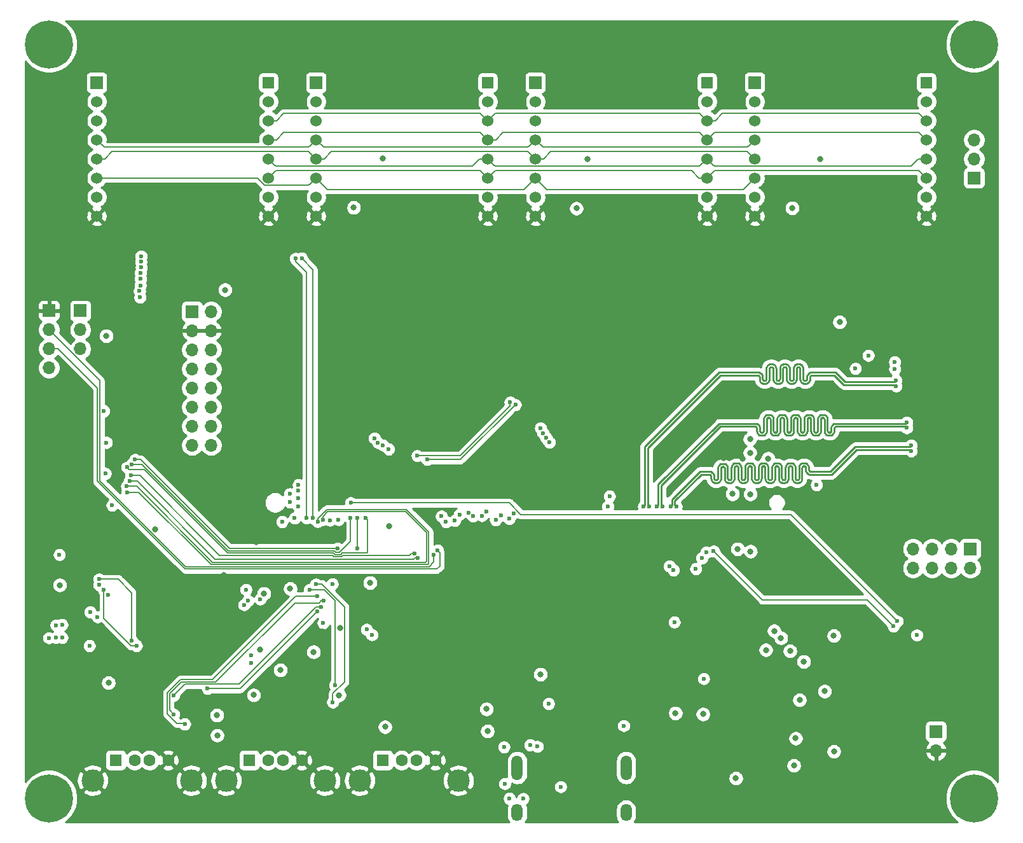
<source format=gbr>
G04 #@! TF.GenerationSoftware,KiCad,Pcbnew,(5.1.5)-3*
G04 #@! TF.CreationDate,2020-12-07T15:57:25+01:00*
G04 #@! TF.ProjectId,Jupiter,4a757069-7465-4722-9e6b-696361645f70,0.1*
G04 #@! TF.SameCoordinates,Original*
G04 #@! TF.FileFunction,Copper,L3,Inr*
G04 #@! TF.FilePolarity,Positive*
%FSLAX46Y46*%
G04 Gerber Fmt 4.6, Leading zero omitted, Abs format (unit mm)*
G04 Created by KiCad (PCBNEW (5.1.5)-3) date 2020-12-07 15:57:25*
%MOMM*%
%LPD*%
G04 APERTURE LIST*
%ADD10R,1.524000X1.524000*%
%ADD11C,1.524000*%
%ADD12R,1.676400X1.676400*%
%ADD13C,0.800000*%
%ADD14C,6.400000*%
%ADD15O,1.500000X2.300000*%
%ADD16O,1.500000X3.300000*%
%ADD17C,3.000000*%
%ADD18R,1.600000X1.600000*%
%ADD19C,1.600000*%
%ADD20R,1.700000X1.700000*%
%ADD21O,1.700000X1.700000*%
%ADD22C,0.600000*%
%ADD23C,0.150000*%
%ADD24C,0.250000*%
%ADD25C,0.254000*%
G04 APERTURE END LIST*
D10*
X198120000Y-35560000D03*
D11*
X198120000Y-38100000D03*
X198120000Y-40640000D03*
X198120000Y-43180000D03*
X198120000Y-45720000D03*
X198120000Y-48260000D03*
X198120000Y-50800000D03*
X198120000Y-53340000D03*
X175260000Y-53340000D03*
X175260000Y-50800000D03*
X175260000Y-48260000D03*
X175260000Y-45720000D03*
X175260000Y-43180000D03*
X175260000Y-40640000D03*
X175260000Y-38100000D03*
D12*
X175260000Y-35560000D03*
D10*
X168910000Y-35560000D03*
D11*
X168910000Y-38100000D03*
X168910000Y-40640000D03*
X168910000Y-43180000D03*
X168910000Y-45720000D03*
X168910000Y-48260000D03*
X168910000Y-50800000D03*
X168910000Y-53340000D03*
X146050000Y-53340000D03*
X146050000Y-50800000D03*
X146050000Y-48260000D03*
X146050000Y-45720000D03*
X146050000Y-43180000D03*
X146050000Y-40640000D03*
X146050000Y-38100000D03*
D12*
X146050000Y-35560000D03*
D10*
X139700000Y-35560000D03*
D11*
X139700000Y-38100000D03*
X139700000Y-40640000D03*
X139700000Y-43180000D03*
X139700000Y-45720000D03*
X139700000Y-48260000D03*
X139700000Y-50800000D03*
X139700000Y-53340000D03*
X116840000Y-53340000D03*
X116840000Y-50800000D03*
X116840000Y-48260000D03*
X116840000Y-45720000D03*
X116840000Y-43180000D03*
X116840000Y-40640000D03*
X116840000Y-38100000D03*
D12*
X116840000Y-35560000D03*
D10*
X110490000Y-35560000D03*
D11*
X110490000Y-38100000D03*
X110490000Y-40640000D03*
X110490000Y-43180000D03*
X110490000Y-45720000D03*
X110490000Y-48260000D03*
X110490000Y-50800000D03*
X110490000Y-53340000D03*
X87630000Y-53340000D03*
X87630000Y-50800000D03*
X87630000Y-48260000D03*
X87630000Y-45720000D03*
X87630000Y-43180000D03*
X87630000Y-40640000D03*
X87630000Y-38100000D03*
D12*
X87630000Y-35560000D03*
D13*
X82977056Y-28782944D03*
X81280000Y-28080000D03*
X79582944Y-28782944D03*
X78880000Y-30480000D03*
X79582944Y-32177056D03*
X81280000Y-32880000D03*
X82977056Y-32177056D03*
X83680000Y-30480000D03*
D14*
X81280000Y-30480000D03*
X204470000Y-130810000D03*
D13*
X206870000Y-130810000D03*
X206167056Y-132507056D03*
X204470000Y-133210000D03*
X202772944Y-132507056D03*
X202070000Y-130810000D03*
X202772944Y-129112944D03*
X204470000Y-128410000D03*
X206167056Y-129112944D03*
D15*
X143626000Y-132706000D03*
X158126000Y-132706000D03*
D16*
X143626000Y-126746000D03*
X158126000Y-126746000D03*
D14*
X204470000Y-30480000D03*
D13*
X206870000Y-30480000D03*
X206167056Y-32177056D03*
X204470000Y-32880000D03*
X202772944Y-32177056D03*
X202070000Y-30480000D03*
X202772944Y-28782944D03*
X204470000Y-28080000D03*
X206167056Y-28782944D03*
D17*
X100240000Y-128440000D03*
X87100000Y-128440000D03*
D18*
X90170000Y-125730000D03*
D19*
X92670000Y-125730000D03*
X94670000Y-125730000D03*
X97170000Y-125730000D03*
X114950000Y-125730000D03*
X112450000Y-125730000D03*
X110450000Y-125730000D03*
D18*
X107950000Y-125730000D03*
D17*
X104880000Y-128440000D03*
X118020000Y-128440000D03*
X135800000Y-128440000D03*
X122660000Y-128440000D03*
D18*
X125730000Y-125730000D03*
D19*
X128230000Y-125730000D03*
X130230000Y-125730000D03*
X132730000Y-125730000D03*
D20*
X100330000Y-66040000D03*
D21*
X102870000Y-66040000D03*
X100330000Y-68580000D03*
X102870000Y-68580000D03*
X100330000Y-71120000D03*
X102870000Y-71120000D03*
X100330000Y-73660000D03*
X102870000Y-73660000D03*
X100330000Y-76200000D03*
X102870000Y-76200000D03*
X100330000Y-78740000D03*
X102870000Y-78740000D03*
X100330000Y-81280000D03*
X102870000Y-81280000D03*
X100330000Y-83820000D03*
X102870000Y-83820000D03*
D20*
X81280000Y-65903001D03*
D21*
X81280000Y-68443001D03*
X81280000Y-70983001D03*
X81280000Y-73523001D03*
X204470000Y-43180000D03*
X204470000Y-45720000D03*
D20*
X204470000Y-48260000D03*
X85440520Y-65928240D03*
D21*
X85440520Y-68468240D03*
X85440520Y-71008240D03*
D13*
X82977056Y-129112944D03*
X81280000Y-128410000D03*
X79582944Y-129112944D03*
X78880000Y-130810000D03*
X79582944Y-132507056D03*
X81280000Y-133210000D03*
X82977056Y-132507056D03*
X83680000Y-130810000D03*
D14*
X81280000Y-130810000D03*
D20*
X199390000Y-121920000D03*
D21*
X199390000Y-124460000D03*
D20*
X203967080Y-97612200D03*
D21*
X203967080Y-100152200D03*
X201427080Y-97612200D03*
X201427080Y-100152200D03*
X198887080Y-97612200D03*
X198887080Y-100152200D03*
X196347080Y-97612200D03*
X196347080Y-100152200D03*
D13*
X108534200Y-117073680D03*
X119913400Y-117083840D03*
X146725640Y-114315240D03*
X177055780Y-85595460D03*
X164698680Y-119471440D03*
X181782720Y-112613440D03*
X184566560Y-116555520D03*
X104729280Y-63144400D03*
X168376600Y-119613680D03*
X186702700Y-120192800D03*
X186715400Y-122161300D03*
X173558200Y-120180100D03*
X173532800Y-107099100D03*
X189293500Y-127063500D03*
X193611500Y-127063500D03*
X124820680Y-119476520D03*
X108524040Y-118358920D03*
X120025160Y-108183680D03*
X150347680Y-128224280D03*
X163769040Y-128087120D03*
X167919400Y-122377200D03*
X148590000Y-117185440D03*
X144851120Y-117190520D03*
X179994560Y-103164640D03*
X179969160Y-98338640D03*
X78740000Y-77231240D03*
X173654720Y-85608160D03*
X175666400Y-85567520D03*
X171119800Y-85526880D03*
X147962620Y-128137920D03*
X139606020Y-123934220D03*
X120370600Y-103035100D03*
X166100760Y-115161060D03*
X175994060Y-97878900D03*
D22*
X117652800Y-108513880D03*
D13*
X104597200Y-101127560D03*
X108854240Y-96677310D03*
X192242440Y-68427600D03*
X155529280Y-113543080D03*
X148300440Y-111043720D03*
X99822000Y-34302700D03*
X129438400Y-34188400D03*
X189534800Y-34188400D03*
X160489900Y-33655000D03*
X174701200Y-97955100D03*
X174625000Y-83007200D03*
X174637700Y-84848700D03*
X180708300Y-122821700D03*
X82702400Y-102428040D03*
X139674600Y-121879360D03*
X139542520Y-118922800D03*
X186563000Y-67437000D03*
X89209880Y-115443000D03*
X95437960Y-94996000D03*
X113403380Y-102905560D03*
X109908340Y-103548180D03*
X109418120Y-110987840D03*
X112082580Y-113743740D03*
X116514880Y-111335820D03*
X174670720Y-90327480D03*
X124023120Y-102118160D03*
X126578360Y-94625160D03*
X172745400Y-128143000D03*
X121856500Y-52197000D03*
X125768100Y-45694600D03*
X88900000Y-69278500D03*
X152984200Y-45732700D03*
X151511000Y-52298600D03*
X183946800Y-45745400D03*
X180251100Y-52260500D03*
X176745900Y-111074200D03*
X177850800Y-108534200D03*
X172298360Y-90302080D03*
X172974000Y-97632520D03*
D22*
X146304000Y-123916440D03*
X157822787Y-121145187D03*
X89128600Y-103769160D03*
X81272380Y-109458760D03*
X82669380Y-98394520D03*
X114496059Y-90887566D03*
X86766400Y-106022138D03*
X83024980Y-109420660D03*
X83022440Y-107701080D03*
X113343190Y-91407982D03*
X87746840Y-106674920D03*
X86662260Y-110505240D03*
X114496059Y-91937578D03*
X87929720Y-102422960D03*
X82237580Y-109438440D03*
X82219800Y-107774740D03*
X114496059Y-89837555D03*
X87950040Y-101645720D03*
X92285820Y-109849920D03*
X114496059Y-89087555D03*
X88564720Y-103032560D03*
X92925900Y-110505240D03*
X113343190Y-90301855D03*
X142600680Y-130835400D03*
X144424400Y-130850640D03*
X168473120Y-114904520D03*
X168226740Y-98831400D03*
X145346420Y-123715780D03*
X147805140Y-118221760D03*
X168821100Y-98059240D03*
X149423120Y-129270760D03*
X141980920Y-128864360D03*
X141866620Y-123992640D03*
X167411400Y-100261420D03*
X108198920Y-111808640D03*
X123580666Y-108350826D03*
X108198920Y-112808640D03*
X124287774Y-109057934D03*
X160455000Y-91982720D03*
X194081400Y-75200160D03*
X161205000Y-91982720D03*
X194081400Y-75950160D03*
X162255000Y-91982720D03*
X195488560Y-80762760D03*
X163005000Y-91982720D03*
X195488560Y-81512760D03*
X164055000Y-91982720D03*
X196093080Y-83846320D03*
X164805000Y-91982720D03*
X196093080Y-84596320D03*
X123423680Y-93472000D03*
X91670971Y-86760605D03*
X121437400Y-93532960D03*
X92295492Y-86345284D03*
X122377200Y-93512640D03*
X122377200Y-97576642D03*
X119725042Y-97540011D03*
X92745560Y-85745320D03*
X130317240Y-85217000D03*
X142687040Y-78105000D03*
X143381101Y-78443697D03*
X131623515Y-85742010D03*
D13*
X185801000Y-124574300D03*
X180479700Y-126441200D03*
X185788300Y-109169200D03*
X179971700Y-111201200D03*
D22*
X155702000Y-91986100D03*
X164553900Y-107365800D03*
X155920440Y-90611960D03*
X183494680Y-89103200D03*
X163915354Y-99927674D03*
X107258114Y-105065566D03*
X164445686Y-100458006D03*
X107788446Y-104535234D03*
D13*
X181229000Y-117729000D03*
X178752500Y-109474000D03*
D22*
X109402880Y-104315260D03*
X107502960Y-103030020D03*
X102400100Y-116205000D03*
X116989862Y-105973880D03*
X117513100Y-105333800D03*
X97883980Y-117114320D03*
X117876320Y-104528620D03*
X97894140Y-119628920D03*
X117038120Y-103908860D03*
X99354640Y-120937020D03*
X115996720Y-103040180D03*
X119346980Y-115780820D03*
X116832380Y-102318820D03*
X119070120Y-118010940D03*
D13*
X103677720Y-122428000D03*
X103637080Y-119745760D03*
X126039880Y-121305320D03*
D22*
X135321040Y-93842840D03*
X134142480Y-94005400D03*
X135940800Y-93040200D03*
X92176600Y-87853520D03*
X129926080Y-98216720D03*
X92008960Y-88620600D03*
X130403600Y-98860110D03*
X139567920Y-92689680D03*
X137728960Y-93248480D03*
X138927840Y-93202760D03*
X133543040Y-93273880D03*
X91627960Y-89275920D03*
X117759480Y-93736160D03*
X143154400Y-92867480D03*
X140756640Y-93761560D03*
X141483080Y-93192600D03*
X142554960Y-93614240D03*
X137142248Y-92781284D03*
X91668600Y-90093800D03*
X117053879Y-93990384D03*
X147920564Y-83440743D03*
X126527560Y-84341680D03*
X124612400Y-82880200D03*
X146735800Y-81534000D03*
X147071875Y-82204501D03*
X125079461Y-83467020D03*
X147480230Y-82833599D03*
X125763103Y-83816680D03*
X119021860Y-102288340D03*
X117797580Y-107487720D03*
X193738500Y-107899200D03*
X169793920Y-97932240D03*
X193895980Y-72745600D03*
X190388240Y-71869300D03*
X193918840Y-73672700D03*
X188666120Y-73614280D03*
X114935000Y-58948320D03*
X116433600Y-93494080D03*
X114117120Y-58963560D03*
X115564920Y-93512640D03*
X196850000Y-109093000D03*
X89697560Y-91810840D03*
X112323880Y-94007170D03*
X114000280Y-93507560D03*
X88796339Y-87579200D03*
X93472000Y-60909200D03*
X93571654Y-60165838D03*
X93543300Y-59416362D03*
X93555515Y-58666449D03*
X88935560Y-83464400D03*
X118704360Y-93817440D03*
X88591890Y-79268320D03*
X119827040Y-93736160D03*
X194238880Y-107243880D03*
X121457720Y-91495880D03*
X93446600Y-62560200D03*
X93472000Y-61683900D03*
X93408500Y-64147700D03*
X93342359Y-63302922D03*
X132532120Y-98369120D03*
X133037239Y-97814721D03*
D23*
X92285820Y-103449120D02*
X92285820Y-109425656D01*
X87950040Y-101645720D02*
X90482420Y-101645720D01*
X92285820Y-109425656D02*
X92285820Y-109849920D01*
X90482420Y-101645720D02*
X92285820Y-103449120D01*
X92501636Y-110505240D02*
X92925900Y-110505240D01*
X88564720Y-103032560D02*
X88564720Y-106883284D01*
X92186676Y-110505240D02*
X92501636Y-110505240D01*
X88564720Y-106883284D02*
X92186676Y-110505240D01*
D24*
X181020560Y-72998899D02*
X181095679Y-72998899D01*
X180754832Y-73059550D02*
X180884279Y-73014255D01*
X180638710Y-73132515D02*
X180754832Y-73059550D01*
X180408120Y-73611340D02*
X180423475Y-73475059D01*
X180408120Y-74991901D02*
X180408120Y-73611340D01*
X180401851Y-75047531D02*
X180408120Y-74991901D01*
X180266590Y-75217143D02*
X180313992Y-75187358D01*
X182341735Y-74350990D02*
X182438710Y-74254015D01*
X180213750Y-75235632D02*
X180266590Y-75217143D01*
X180158120Y-75241901D02*
X180213750Y-75235632D01*
X180102489Y-75235632D02*
X180158120Y-75241901D01*
X182268770Y-74467112D02*
X182341735Y-74350990D01*
X180049649Y-75217143D02*
X180102489Y-75235632D01*
X180002247Y-75187358D02*
X180049649Y-75217143D01*
X179962662Y-75147773D02*
X180002247Y-75187358D01*
X179932877Y-75100371D02*
X179962662Y-75147773D01*
X179914388Y-75047531D02*
X179932877Y-75100371D01*
X179908120Y-74991901D02*
X179914388Y-75047531D01*
X179892764Y-73475059D02*
X179908120Y-73611340D01*
X179677529Y-73132515D02*
X179774504Y-73229490D01*
X179431960Y-73014255D02*
X179561407Y-73059550D01*
X179084279Y-73014255D02*
X179220560Y-72998899D01*
X178954832Y-73059550D02*
X179084279Y-73014255D01*
X182208120Y-74732840D02*
X182223475Y-74596559D01*
X178741735Y-73229490D02*
X178838710Y-73132515D01*
X186031164Y-74120400D02*
X187285924Y-75375160D01*
X178668770Y-73345612D02*
X178741735Y-73229490D01*
X178623475Y-73475059D02*
X178668770Y-73345612D01*
X178608120Y-73611340D02*
X178623475Y-73475059D01*
X178608120Y-74991901D02*
X178608120Y-73611340D01*
X179774504Y-73229490D02*
X179847469Y-73345612D01*
X178601851Y-75047531D02*
X178608120Y-74991901D01*
X178583362Y-75100371D02*
X178601851Y-75047531D01*
X178553577Y-75147773D02*
X178583362Y-75100371D01*
X180383362Y-75100371D02*
X180401851Y-75047531D01*
X178513992Y-75187358D02*
X178553577Y-75147773D01*
X178466590Y-75217143D02*
X178513992Y-75187358D01*
X178413750Y-75235632D02*
X178466590Y-75217143D01*
X178838710Y-73132515D02*
X178954832Y-73059550D01*
X178358120Y-75241901D02*
X178413750Y-75235632D01*
X178302489Y-75235632D02*
X178358120Y-75241901D01*
X178249649Y-75217143D02*
X178302489Y-75235632D01*
X178202247Y-75187358D02*
X178249649Y-75217143D01*
X176713992Y-75187358D02*
X176753577Y-75147773D01*
X180468770Y-73345612D02*
X180541735Y-73229490D01*
X160630000Y-83978716D02*
X170488316Y-74120400D01*
X176613750Y-75235632D02*
X176666590Y-75217143D01*
X176941735Y-73229490D02*
X177038710Y-73132515D01*
X176558120Y-75241901D02*
X176613750Y-75235632D01*
X176402247Y-75187358D02*
X176449649Y-75217143D01*
X176362662Y-75147773D02*
X176402247Y-75187358D01*
X180353577Y-75147773D02*
X180383362Y-75100371D01*
X182183362Y-75100371D02*
X182201851Y-75047531D01*
X178047469Y-73345612D02*
X178092764Y-73475059D01*
X176314388Y-75047531D02*
X176332877Y-75100371D01*
X176308120Y-74732840D02*
X176308120Y-74991901D01*
X179561407Y-73059550D02*
X179677529Y-73132515D01*
X177420560Y-72998899D02*
X177495679Y-72998899D01*
X175695679Y-74120400D02*
X175831960Y-74135755D01*
X176666590Y-75217143D02*
X176713992Y-75187358D01*
X175961407Y-74181050D02*
X176077529Y-74254015D01*
X160455000Y-91982720D02*
X160630000Y-91807720D01*
X180423475Y-73475059D02*
X180468770Y-73345612D01*
X176823475Y-73475059D02*
X176868770Y-73345612D01*
X170488316Y-74120400D02*
X175695679Y-74120400D01*
X176502489Y-75235632D02*
X176558120Y-75241901D01*
X176308120Y-74991901D02*
X176314388Y-75047531D01*
X176247469Y-74467112D02*
X176292764Y-74596559D01*
X160630000Y-91807720D02*
X160630000Y-83978716D01*
X180313992Y-75187358D02*
X180353577Y-75147773D01*
X193906400Y-75375160D02*
X194081400Y-75200160D01*
X176174504Y-74350990D02*
X176247469Y-74467112D01*
X179220560Y-72998899D02*
X179295679Y-72998899D01*
X176332877Y-75100371D02*
X176362662Y-75147773D01*
X176449649Y-75217143D02*
X176502489Y-75235632D01*
X175831960Y-74135755D02*
X175961407Y-74181050D01*
X179295679Y-72998899D02*
X179431960Y-73014255D01*
X182153577Y-75147773D02*
X182183362Y-75100371D01*
X176801851Y-75047531D02*
X176808120Y-74991901D01*
X176077529Y-74254015D02*
X176174504Y-74350990D01*
X180884279Y-73014255D02*
X181020560Y-72998899D01*
X182684279Y-74135755D02*
X182820560Y-74120400D01*
X176292764Y-74596559D02*
X176308120Y-74732840D01*
X178114388Y-75047531D02*
X178132877Y-75100371D01*
X176753577Y-75147773D02*
X176783362Y-75100371D01*
X176783362Y-75100371D02*
X176801851Y-75047531D01*
X176808120Y-74991901D02*
X176808120Y-73611340D01*
X176808120Y-73611340D02*
X176823475Y-73475059D01*
X176868770Y-73345612D02*
X176941735Y-73229490D01*
X177038710Y-73132515D02*
X177154832Y-73059550D01*
X177154832Y-73059550D02*
X177284279Y-73014255D01*
X180541735Y-73229490D02*
X180638710Y-73132515D01*
X177631960Y-73014255D02*
X177761407Y-73059550D01*
X177284279Y-73014255D02*
X177420560Y-72998899D01*
X177495679Y-72998899D02*
X177631960Y-73014255D01*
X177877529Y-73132515D02*
X177974504Y-73229490D01*
X179847469Y-73345612D02*
X179892764Y-73475059D01*
X182438710Y-74254015D02*
X182554832Y-74181050D01*
X177761407Y-73059550D02*
X177877529Y-73132515D01*
X177974504Y-73229490D02*
X178047469Y-73345612D01*
X178092764Y-73475059D02*
X178108120Y-73611340D01*
X179908120Y-73611340D02*
X179908120Y-74991901D01*
X178108120Y-73611340D02*
X178108120Y-74991901D01*
X178108120Y-74991901D02*
X178114388Y-75047531D01*
X178132877Y-75100371D02*
X178162662Y-75147773D01*
X178162662Y-75147773D02*
X178202247Y-75187358D01*
X181095679Y-72998899D02*
X181231960Y-73014255D01*
X182554832Y-74181050D02*
X182684279Y-74135755D01*
X181231960Y-73014255D02*
X181361407Y-73059550D01*
X181361407Y-73059550D02*
X181477529Y-73132515D01*
X181477529Y-73132515D02*
X181574504Y-73229490D01*
X181574504Y-73229490D02*
X181647469Y-73345612D01*
X181647469Y-73345612D02*
X181692764Y-73475059D01*
X181692764Y-73475059D02*
X181708120Y-73611340D01*
X182113992Y-75187358D02*
X182153577Y-75147773D01*
X181708120Y-73611340D02*
X181708120Y-74991901D01*
X181708120Y-74991901D02*
X181714388Y-75047531D01*
X181714388Y-75047531D02*
X181732877Y-75100371D01*
X181732877Y-75100371D02*
X181762662Y-75147773D01*
X181762662Y-75147773D02*
X181802247Y-75187358D01*
X181802247Y-75187358D02*
X181849649Y-75217143D01*
X181849649Y-75217143D02*
X181902489Y-75235632D01*
X181902489Y-75235632D02*
X181958120Y-75241901D01*
X181958120Y-75241901D02*
X182013750Y-75235632D01*
X182013750Y-75235632D02*
X182066590Y-75217143D01*
X182066590Y-75217143D02*
X182113992Y-75187358D01*
X182201851Y-75047531D02*
X182208120Y-74991901D01*
X182208120Y-74991901D02*
X182208120Y-74732840D01*
X182223475Y-74596559D02*
X182268770Y-74467112D01*
X182820560Y-74120400D02*
X186031164Y-74120400D01*
X187285924Y-75375160D02*
X193906400Y-75375160D01*
X193906400Y-75775160D02*
X194081400Y-75950160D01*
X187120236Y-75775160D02*
X193906400Y-75775160D01*
X185865476Y-74520400D02*
X187120236Y-75775160D01*
X182858120Y-74520400D02*
X185865476Y-74520400D01*
X182802489Y-74526668D02*
X182858120Y-74520400D01*
X182749649Y-74545157D02*
X182802489Y-74526668D01*
X182702247Y-74574942D02*
X182749649Y-74545157D01*
X182662662Y-74614527D02*
X182702247Y-74574942D01*
X182632877Y-74661929D02*
X182662662Y-74614527D01*
X182614388Y-74714769D02*
X182632877Y-74661929D01*
X182608120Y-74770400D02*
X182614388Y-74714769D01*
X182608120Y-75029460D02*
X182608120Y-74770400D01*
X182592764Y-75165741D02*
X182608120Y-75029460D01*
X182547469Y-75295188D02*
X182592764Y-75165741D01*
X182474504Y-75411310D02*
X182547469Y-75295188D01*
X182377529Y-75508285D02*
X182474504Y-75411310D01*
X182261407Y-75581250D02*
X182377529Y-75508285D01*
X182131960Y-75626545D02*
X182261407Y-75581250D01*
X181995679Y-75641901D02*
X182131960Y-75626545D01*
X181920560Y-75641901D02*
X181995679Y-75641901D01*
X181784279Y-75626545D02*
X181920560Y-75641901D01*
X181654832Y-75581250D02*
X181784279Y-75626545D01*
X181538710Y-75508285D02*
X181654832Y-75581250D01*
X181441735Y-75411310D02*
X181538710Y-75508285D01*
X181368770Y-75295188D02*
X181441735Y-75411310D01*
X181323475Y-75165741D02*
X181368770Y-75295188D01*
X181308120Y-75029460D02*
X181323475Y-75165741D01*
X181308120Y-73648899D02*
X181308120Y-75029460D01*
X181301851Y-73593269D02*
X181308120Y-73648899D01*
X181283362Y-73540429D02*
X181301851Y-73593269D01*
X181253577Y-73493027D02*
X181283362Y-73540429D01*
X181213992Y-73453442D02*
X181253577Y-73493027D01*
X181166590Y-73423657D02*
X181213992Y-73453442D01*
X181113750Y-73405168D02*
X181166590Y-73423657D01*
X181058120Y-73398899D02*
X181113750Y-73405168D01*
X181002489Y-73405168D02*
X181058120Y-73398899D01*
X180949649Y-73423657D02*
X181002489Y-73405168D01*
X180902247Y-73453442D02*
X180949649Y-73423657D01*
X180862662Y-73493027D02*
X180902247Y-73453442D01*
X180832877Y-73540429D02*
X180862662Y-73493027D01*
X180814388Y-73593269D02*
X180832877Y-73540429D01*
X180808120Y-73648899D02*
X180814388Y-73593269D01*
X180808120Y-75029460D02*
X180808120Y-73648899D01*
X180792764Y-75165741D02*
X180808120Y-75029460D01*
X180747469Y-75295188D02*
X180792764Y-75165741D01*
X180674504Y-75411310D02*
X180747469Y-75295188D01*
X180577529Y-75508285D02*
X180674504Y-75411310D01*
X180461407Y-75581250D02*
X180577529Y-75508285D01*
X180331960Y-75626545D02*
X180461407Y-75581250D01*
X180195679Y-75641901D02*
X180331960Y-75626545D01*
X180120560Y-75641901D02*
X180195679Y-75641901D01*
X179984279Y-75626545D02*
X180120560Y-75641901D01*
X179854832Y-75581250D02*
X179984279Y-75626545D01*
X179738710Y-75508285D02*
X179854832Y-75581250D01*
X179641735Y-75411310D02*
X179738710Y-75508285D01*
X179568770Y-75295188D02*
X179641735Y-75411310D01*
X179523475Y-75165741D02*
X179568770Y-75295188D01*
X179508120Y-75029460D02*
X179523475Y-75165741D01*
X179508120Y-73648899D02*
X179508120Y-75029460D01*
X179501851Y-73593269D02*
X179508120Y-73648899D01*
X179483362Y-73540429D02*
X179501851Y-73593269D01*
X179453577Y-73493027D02*
X179483362Y-73540429D01*
X179413992Y-73453442D02*
X179453577Y-73493027D01*
X179366590Y-73423657D02*
X179413992Y-73453442D01*
X177723475Y-75165741D02*
X177768770Y-75295188D01*
X175766590Y-74545157D02*
X175813992Y-74574942D01*
X177708120Y-73648899D02*
X177708120Y-75029460D01*
X175713750Y-74526668D02*
X175766590Y-74545157D01*
X177768770Y-75295188D02*
X177841735Y-75411310D01*
X178054832Y-75581250D02*
X178184279Y-75626545D01*
X176977529Y-75508285D02*
X177074504Y-75411310D01*
X161205000Y-91982720D02*
X161030000Y-91807720D01*
X176861407Y-75581250D02*
X176977529Y-75508285D01*
X177232877Y-73540429D02*
X177262662Y-73493027D01*
X175658120Y-74520400D02*
X175713750Y-74526668D01*
X177074504Y-75411310D02*
X177147469Y-75295188D01*
X177708120Y-75029460D02*
X177723475Y-75165741D01*
X176595679Y-75641901D02*
X176731960Y-75626545D01*
X177566590Y-73423657D02*
X177613992Y-73453442D01*
X176138710Y-75508285D02*
X176254832Y-75581250D01*
X177613992Y-73453442D02*
X177653577Y-73493027D01*
X177683362Y-73540429D02*
X177701851Y-73593269D01*
X170654004Y-74520400D02*
X175658120Y-74520400D01*
X175908120Y-74770400D02*
X175908120Y-75029460D01*
X177147469Y-75295188D02*
X177192764Y-75165741D01*
X177262662Y-73493027D02*
X177302247Y-73453442D01*
X178184279Y-75626545D02*
X178320560Y-75641901D01*
X161030000Y-91807720D02*
X161030000Y-84144404D01*
X177841735Y-75411310D02*
X177938710Y-75508285D01*
X177938710Y-75508285D02*
X178054832Y-75581250D01*
X175813992Y-74574942D02*
X175853577Y-74614527D01*
X177208120Y-73648899D02*
X177214388Y-73593269D01*
X175883362Y-74661929D02*
X175901851Y-74714769D01*
X176041735Y-75411310D02*
X176138710Y-75508285D01*
X176384279Y-75626545D02*
X176520560Y-75641901D01*
X177208120Y-75029460D02*
X177208120Y-73648899D01*
X177349649Y-73423657D02*
X177402489Y-73405168D01*
X177513750Y-73405168D02*
X177566590Y-73423657D01*
X161030000Y-84144404D02*
X170654004Y-74520400D01*
X175853577Y-74614527D02*
X175883362Y-74661929D01*
X175901851Y-74714769D02*
X175908120Y-74770400D01*
X175908120Y-75029460D02*
X175923475Y-75165741D01*
X175923475Y-75165741D02*
X175968770Y-75295188D01*
X175968770Y-75295188D02*
X176041735Y-75411310D01*
X176254832Y-75581250D02*
X176384279Y-75626545D01*
X176520560Y-75641901D02*
X176595679Y-75641901D01*
X176731960Y-75626545D02*
X176861407Y-75581250D01*
X177192764Y-75165741D02*
X177208120Y-75029460D01*
X177214388Y-73593269D02*
X177232877Y-73540429D01*
X177302247Y-73453442D02*
X177349649Y-73423657D01*
X177402489Y-73405168D02*
X177458120Y-73398899D01*
X177458120Y-73398899D02*
X177513750Y-73405168D01*
X177653577Y-73493027D02*
X177683362Y-73540429D01*
X177701851Y-73593269D02*
X177708120Y-73648899D01*
X178320560Y-75641901D02*
X178395679Y-75641901D01*
X178395679Y-75641901D02*
X178531960Y-75626545D01*
X178531960Y-75626545D02*
X178661407Y-75581250D01*
X178661407Y-75581250D02*
X178777529Y-75508285D01*
X178777529Y-75508285D02*
X178874504Y-75411310D01*
X178874504Y-75411310D02*
X178947469Y-75295188D01*
X178947469Y-75295188D02*
X178992764Y-75165741D01*
X178992764Y-75165741D02*
X179008120Y-75029460D01*
X179008120Y-75029460D02*
X179008120Y-73648899D01*
X179008120Y-73648899D02*
X179014388Y-73593269D01*
X179014388Y-73593269D02*
X179032877Y-73540429D01*
X179032877Y-73540429D02*
X179062662Y-73493027D01*
X179062662Y-73493027D02*
X179102247Y-73453442D01*
X179102247Y-73453442D02*
X179149649Y-73423657D01*
X179149649Y-73423657D02*
X179202489Y-73405168D01*
X179202489Y-73405168D02*
X179258120Y-73398899D01*
X179258120Y-73398899D02*
X179313750Y-73405168D01*
X179313750Y-73405168D02*
X179366590Y-73423657D01*
X180656120Y-79748004D02*
X180731239Y-79748004D01*
X180390392Y-79808655D02*
X180519839Y-79763360D01*
X180177295Y-79978595D02*
X180274270Y-79881620D01*
X180043680Y-80360445D02*
X180059035Y-80224164D01*
X180037411Y-81933146D02*
X180043680Y-81877516D01*
X179949552Y-82072973D02*
X179989137Y-82033388D01*
X179902150Y-82102758D02*
X179949552Y-82072973D01*
X179849310Y-82121247D02*
X179902150Y-82102758D01*
X179793680Y-82127516D02*
X179849310Y-82121247D01*
X179685209Y-82102758D02*
X179738049Y-82121247D01*
X179543680Y-80360445D02*
X179543680Y-81877516D01*
X179483029Y-80094717D02*
X179528324Y-80224164D01*
X179410064Y-79978595D02*
X179483029Y-80094717D01*
X179196967Y-79808655D02*
X179313089Y-79881620D01*
X179067520Y-79763360D02*
X179196967Y-79808655D01*
X178931239Y-79748004D02*
X179067520Y-79763360D01*
X178856120Y-79748004D02*
X178931239Y-79748004D01*
X178304330Y-80094717D02*
X178377295Y-79978595D01*
X178259035Y-80224164D02*
X178304330Y-80094717D01*
X180519839Y-79763360D02*
X180656120Y-79748004D01*
X178243680Y-80360445D02*
X178259035Y-80224164D01*
X179738049Y-82121247D02*
X179793680Y-82127516D01*
X178243680Y-81877516D02*
X178243680Y-80360445D01*
X178237411Y-81933146D02*
X178243680Y-81877516D01*
X178218922Y-81985986D02*
X178237411Y-81933146D01*
X178189137Y-82033388D02*
X178218922Y-81985986D01*
X178149552Y-82072973D02*
X178189137Y-82033388D01*
X178102150Y-82102758D02*
X178149552Y-82072973D01*
X178049310Y-82121247D02*
X178102150Y-82102758D01*
X177993680Y-82127516D02*
X178049310Y-82121247D01*
X180104330Y-80094717D02*
X180177295Y-79978595D01*
X177938049Y-82121247D02*
X177993680Y-82127516D01*
X179313089Y-79881620D02*
X179410064Y-79978595D01*
X177885209Y-82102758D02*
X177938049Y-82121247D01*
X179989137Y-82033388D02*
X180018922Y-81985986D01*
X177837807Y-82072973D02*
X177885209Y-82102758D01*
X176349552Y-82072973D02*
X176389137Y-82033388D01*
X179543680Y-81877516D02*
X179549948Y-81933146D01*
X176193680Y-82127516D02*
X176249310Y-82121247D01*
X176459035Y-80224164D02*
X176504330Y-80094717D01*
X176138049Y-82121247D02*
X176193680Y-82127516D01*
X180018922Y-81985986D02*
X180037411Y-81933146D01*
X175943680Y-81877516D02*
X175949948Y-81933146D01*
X178377295Y-79978595D02*
X178474270Y-79881620D01*
X176037807Y-82072973D02*
X176085209Y-82102758D01*
X177267520Y-79763360D02*
X177396967Y-79808655D01*
X175968437Y-81985986D02*
X175998222Y-82033388D01*
X176085209Y-82102758D02*
X176138049Y-82121247D01*
X175949948Y-81933146D02*
X175968437Y-81985986D01*
X175943680Y-81550200D02*
X175943680Y-81877516D01*
X170534036Y-80937760D02*
X175331239Y-80937760D01*
X175331239Y-80937760D02*
X175467520Y-80953115D01*
X178719839Y-79763360D02*
X178856120Y-79748004D01*
X175998222Y-82033388D02*
X176037807Y-82072973D01*
X162255000Y-91982720D02*
X162430000Y-91807720D01*
X176249310Y-82121247D02*
X176302150Y-82102758D01*
X179549948Y-81933146D02*
X179568437Y-81985986D01*
X162430000Y-89041796D02*
X170534036Y-80937760D01*
X180043680Y-81877516D02*
X180043680Y-80360445D01*
X175883029Y-81284472D02*
X175928324Y-81413919D01*
X178474270Y-79881620D02*
X178590392Y-79808655D01*
X162430000Y-91807720D02*
X162430000Y-89041796D01*
X177396967Y-79808655D02*
X177513089Y-79881620D01*
X175810064Y-81168350D02*
X175883029Y-81284472D01*
X175467520Y-80953115D02*
X175596967Y-80998410D01*
X177798222Y-82033388D02*
X177837807Y-82072973D01*
X179568437Y-81985986D02*
X179598222Y-82033388D01*
X175596967Y-80998410D02*
X175713089Y-81071375D01*
X175713089Y-81071375D02*
X175810064Y-81168350D01*
X176302150Y-82102758D02*
X176349552Y-82072973D01*
X180059035Y-80224164D02*
X180104330Y-80094717D01*
X175928324Y-81413919D02*
X175943680Y-81550200D01*
X176389137Y-82033388D02*
X176418922Y-81985986D01*
X178590392Y-79808655D02*
X178719839Y-79763360D01*
X176418922Y-81985986D02*
X176437411Y-81933146D01*
X177728324Y-80224164D02*
X177743680Y-80360445D01*
X176437411Y-81933146D02*
X176443680Y-81877516D01*
X179598222Y-82033388D02*
X179637807Y-82072973D01*
X176443680Y-81877516D02*
X176443680Y-80360445D01*
X176443680Y-80360445D02*
X176459035Y-80224164D01*
X177743680Y-80360445D02*
X177743680Y-81877516D01*
X176504330Y-80094717D02*
X176577295Y-79978595D01*
X176577295Y-79978595D02*
X176674270Y-79881620D01*
X176674270Y-79881620D02*
X176790392Y-79808655D01*
X176790392Y-79808655D02*
X176919839Y-79763360D01*
X176919839Y-79763360D02*
X177056120Y-79748004D01*
X177056120Y-79748004D02*
X177131239Y-79748004D01*
X180274270Y-79881620D02*
X180390392Y-79808655D01*
X177683029Y-80094717D02*
X177728324Y-80224164D01*
X177131239Y-79748004D02*
X177267520Y-79763360D01*
X177513089Y-79881620D02*
X177610064Y-79978595D01*
X179637807Y-82072973D02*
X179685209Y-82102758D01*
X177610064Y-79978595D02*
X177683029Y-80094717D01*
X177768437Y-81985986D02*
X177798222Y-82033388D01*
X179528324Y-80224164D02*
X179543680Y-80360445D01*
X177743680Y-81877516D02*
X177749948Y-81933146D01*
X177749948Y-81933146D02*
X177768437Y-81985986D01*
X180731239Y-79748004D02*
X180867520Y-79763360D01*
X180867520Y-79763360D02*
X180996967Y-79808655D01*
X180996967Y-79808655D02*
X181113089Y-79881620D01*
X181113089Y-79881620D02*
X181210064Y-79978595D01*
X181210064Y-79978595D02*
X181283029Y-80094717D01*
X181283029Y-80094717D02*
X181328324Y-80224164D01*
X181328324Y-80224164D02*
X181343680Y-80360445D01*
X181343680Y-80360445D02*
X181343680Y-81877516D01*
X181343680Y-81877516D02*
X181349948Y-81933146D01*
X181349948Y-81933146D02*
X181368437Y-81985986D01*
X181368437Y-81985986D02*
X181398222Y-82033388D01*
X181398222Y-82033388D02*
X181437807Y-82072973D01*
X181437807Y-82072973D02*
X181485209Y-82102758D01*
X181485209Y-82102758D02*
X181538049Y-82121247D01*
X181538049Y-82121247D02*
X181593680Y-82127516D01*
X181593680Y-82127516D02*
X181649310Y-82121247D01*
X181649310Y-82121247D02*
X181702150Y-82102758D01*
X181702150Y-82102758D02*
X181749552Y-82072973D01*
X181749552Y-82072973D02*
X181789137Y-82033388D01*
X181789137Y-82033388D02*
X181818922Y-81985986D01*
X181818922Y-81985986D02*
X181837411Y-81933146D01*
X181837411Y-81933146D02*
X181843680Y-81877516D01*
X181843680Y-81877516D02*
X181843680Y-80360445D01*
X181843680Y-80360445D02*
X181859035Y-80224164D01*
X181859035Y-80224164D02*
X181904330Y-80094717D01*
X181904330Y-80094717D02*
X181977295Y-79978595D01*
X181977295Y-79978595D02*
X182074270Y-79881620D01*
X182074270Y-79881620D02*
X182190392Y-79808655D01*
X182190392Y-79808655D02*
X182319839Y-79763360D01*
X182319839Y-79763360D02*
X182456120Y-79748004D01*
X182456120Y-79748004D02*
X182531239Y-79748004D01*
X182531239Y-79748004D02*
X182667520Y-79763360D01*
X182667520Y-79763360D02*
X182796967Y-79808655D01*
X182796967Y-79808655D02*
X182913089Y-79881620D01*
X182913089Y-79881620D02*
X183010064Y-79978595D01*
X183010064Y-79978595D02*
X183083029Y-80094717D01*
X183083029Y-80094717D02*
X183128324Y-80224164D01*
X183128324Y-80224164D02*
X183143680Y-80360445D01*
X183143680Y-80360445D02*
X183143680Y-81877516D01*
X183143680Y-81877516D02*
X183149948Y-81933146D01*
X183149948Y-81933146D02*
X183168437Y-81985986D01*
X183168437Y-81985986D02*
X183198222Y-82033388D01*
X183198222Y-82033388D02*
X183237807Y-82072973D01*
X183237807Y-82072973D02*
X183285209Y-82102758D01*
X183285209Y-82102758D02*
X183338049Y-82121247D01*
X183338049Y-82121247D02*
X183393680Y-82127516D01*
X183393680Y-82127516D02*
X183449310Y-82121247D01*
X183449310Y-82121247D02*
X183502150Y-82102758D01*
X183502150Y-82102758D02*
X183549552Y-82072973D01*
X183549552Y-82072973D02*
X183589137Y-82033388D01*
X183589137Y-82033388D02*
X183618922Y-81985986D01*
X183618922Y-81985986D02*
X183637411Y-81933146D01*
X183637411Y-81933146D02*
X183643680Y-81877516D01*
X183643680Y-81877516D02*
X183643680Y-80360445D01*
X183643680Y-80360445D02*
X183659035Y-80224164D01*
X183659035Y-80224164D02*
X183704330Y-80094717D01*
X183704330Y-80094717D02*
X183777295Y-79978595D01*
X183777295Y-79978595D02*
X183874270Y-79881620D01*
X183874270Y-79881620D02*
X183990392Y-79808655D01*
X183990392Y-79808655D02*
X184119839Y-79763360D01*
X184119839Y-79763360D02*
X184256120Y-79748004D01*
X184256120Y-79748004D02*
X184331239Y-79748004D01*
X184331239Y-79748004D02*
X184467520Y-79763360D01*
X184467520Y-79763360D02*
X184596967Y-79808655D01*
X184596967Y-79808655D02*
X184713089Y-79881620D01*
X184713089Y-79881620D02*
X184810064Y-79978595D01*
X184810064Y-79978595D02*
X184883029Y-80094717D01*
X184883029Y-80094717D02*
X184928324Y-80224164D01*
X184928324Y-80224164D02*
X184943680Y-80360445D01*
X184943680Y-80360445D02*
X184943680Y-81877516D01*
X184943680Y-81877516D02*
X184949948Y-81933146D01*
X184949948Y-81933146D02*
X184968437Y-81985986D01*
X184968437Y-81985986D02*
X184998222Y-82033388D01*
X184998222Y-82033388D02*
X185037807Y-82072973D01*
X185037807Y-82072973D02*
X185085209Y-82102758D01*
X185085209Y-82102758D02*
X185138049Y-82121247D01*
X185138049Y-82121247D02*
X185193680Y-82127516D01*
X185193680Y-82127516D02*
X185249310Y-82121247D01*
X185249310Y-82121247D02*
X185302150Y-82102758D01*
X185302150Y-82102758D02*
X185349552Y-82072973D01*
X185349552Y-82072973D02*
X185389137Y-82033388D01*
X185389137Y-82033388D02*
X185418922Y-81985986D01*
X185418922Y-81985986D02*
X185437411Y-81933146D01*
X185437411Y-81933146D02*
X185443680Y-81877516D01*
X185443680Y-81877516D02*
X185443680Y-81550200D01*
X185443680Y-81550200D02*
X185459035Y-81413919D01*
X185459035Y-81413919D02*
X185504330Y-81284472D01*
X185504330Y-81284472D02*
X185577295Y-81168350D01*
X185577295Y-81168350D02*
X185674270Y-81071375D01*
X185674270Y-81071375D02*
X185790392Y-80998410D01*
X185790392Y-80998410D02*
X185919839Y-80953115D01*
X185919839Y-80953115D02*
X186056120Y-80937760D01*
X186056120Y-80937760D02*
X195313560Y-80937760D01*
X195313560Y-80937760D02*
X195488560Y-80762760D01*
X185985209Y-81362517D02*
X186038049Y-81344028D01*
X185783029Y-82180803D02*
X185828324Y-82051356D01*
X185156120Y-82527516D02*
X185231239Y-82527516D01*
X185019839Y-82512160D02*
X185156120Y-82527516D01*
X184543680Y-80398004D02*
X184543680Y-81915075D01*
X184537411Y-80342374D02*
X184543680Y-80398004D01*
X184293680Y-80148004D02*
X184349310Y-80154273D01*
X184185209Y-80172762D02*
X184238049Y-80154273D01*
X184098222Y-80242132D02*
X184137807Y-80202547D01*
X184049948Y-80342374D02*
X184068437Y-80289534D01*
X184043680Y-80398004D02*
X184049948Y-80342374D01*
X182974270Y-82393900D02*
X183090392Y-82466865D01*
X182877295Y-82296925D02*
X182974270Y-82393900D01*
X182804330Y-82180803D02*
X182877295Y-82296925D01*
X182759035Y-82051356D02*
X182804330Y-82180803D01*
X182743680Y-81915075D02*
X182759035Y-82051356D01*
X182743680Y-80398004D02*
X182743680Y-81915075D01*
X182737411Y-80342374D02*
X182743680Y-80398004D01*
X182718922Y-80289534D02*
X182737411Y-80342374D01*
X182689137Y-80242132D02*
X182718922Y-80289534D01*
X182649552Y-80202547D02*
X182689137Y-80242132D01*
X182602150Y-80172762D02*
X182649552Y-80202547D01*
X182549310Y-80154273D02*
X182602150Y-80172762D01*
X182493680Y-80148004D02*
X182549310Y-80154273D01*
X182438049Y-80154273D02*
X182493680Y-80148004D01*
X182385209Y-80172762D02*
X182438049Y-80154273D01*
X182337807Y-80202547D02*
X182385209Y-80172762D01*
X182298222Y-80242132D02*
X182337807Y-80202547D01*
X182268437Y-80289534D02*
X182298222Y-80242132D01*
X182249948Y-80342374D02*
X182268437Y-80289534D01*
X182243680Y-80398004D02*
X182249948Y-80342374D01*
X182243680Y-81915075D02*
X182243680Y-80398004D01*
X182228324Y-82051356D02*
X182243680Y-81915075D01*
X182183029Y-82180803D02*
X182228324Y-82051356D01*
X182110064Y-82296925D02*
X182183029Y-82180803D01*
X182013089Y-82393900D02*
X182110064Y-82296925D01*
X181896967Y-82466865D02*
X182013089Y-82393900D01*
X181767520Y-82512160D02*
X181896967Y-82466865D01*
X181631239Y-82527516D02*
X181767520Y-82512160D01*
X181556120Y-82527516D02*
X181631239Y-82527516D01*
X181419839Y-82512160D02*
X181556120Y-82527516D01*
X181290392Y-82466865D02*
X181419839Y-82512160D01*
X181174270Y-82393900D02*
X181290392Y-82466865D01*
X181077295Y-82296925D02*
X181174270Y-82393900D01*
X181004330Y-82180803D02*
X181077295Y-82296925D01*
X180959035Y-82051356D02*
X181004330Y-82180803D01*
X180943680Y-81915075D02*
X180959035Y-82051356D01*
X180943680Y-80398004D02*
X180943680Y-81915075D01*
X180937411Y-80342374D02*
X180943680Y-80398004D01*
X180918922Y-80289534D02*
X180937411Y-80342374D01*
X180889137Y-80242132D02*
X180918922Y-80289534D01*
X180849552Y-80202547D02*
X180889137Y-80242132D01*
X180802150Y-80172762D02*
X180849552Y-80202547D01*
X180749310Y-80154273D02*
X180802150Y-80172762D01*
X180693680Y-80148004D02*
X180749310Y-80154273D01*
X180638049Y-80154273D02*
X180693680Y-80148004D01*
X180585209Y-80172762D02*
X180638049Y-80154273D01*
X180537807Y-80202547D02*
X180585209Y-80172762D01*
X180498222Y-80242132D02*
X180537807Y-80202547D01*
X180468437Y-80289534D02*
X180498222Y-80242132D01*
X180449948Y-80342374D02*
X180468437Y-80289534D01*
X180443680Y-80398004D02*
X180449948Y-80342374D01*
X180443680Y-81915075D02*
X180443680Y-80398004D01*
X180428324Y-82051356D02*
X180443680Y-81915075D01*
X180383029Y-82180803D02*
X180428324Y-82051356D01*
X180310064Y-82296925D02*
X180383029Y-82180803D01*
X180213089Y-82393900D02*
X180310064Y-82296925D01*
X180096967Y-82466865D02*
X180213089Y-82393900D01*
X179967520Y-82512160D02*
X180096967Y-82466865D01*
X179831239Y-82527516D02*
X179967520Y-82512160D01*
X179756120Y-82527516D02*
X179831239Y-82527516D01*
X179619839Y-82512160D02*
X179756120Y-82527516D01*
X179490392Y-82466865D02*
X179619839Y-82512160D01*
X179374270Y-82393900D02*
X179490392Y-82466865D01*
X179277295Y-82296925D02*
X179374270Y-82393900D01*
X179204330Y-82180803D02*
X179277295Y-82296925D01*
X179159035Y-82051356D02*
X179204330Y-82180803D01*
X179143680Y-81915075D02*
X179159035Y-82051356D01*
X179143680Y-80398004D02*
X179143680Y-81915075D01*
X179137411Y-80342374D02*
X179143680Y-80398004D01*
X179118922Y-80289534D02*
X179137411Y-80342374D01*
X179089137Y-80242132D02*
X179118922Y-80289534D01*
X179049552Y-80202547D02*
X179089137Y-80242132D01*
X179002150Y-80172762D02*
X179049552Y-80202547D01*
X178949310Y-80154273D02*
X179002150Y-80172762D01*
X178893680Y-80148004D02*
X178949310Y-80154273D01*
X178838049Y-80154273D02*
X178893680Y-80148004D01*
X178785209Y-80172762D02*
X178838049Y-80154273D01*
X178737807Y-80202547D02*
X178785209Y-80172762D01*
X178698222Y-80242132D02*
X178737807Y-80202547D01*
X178668437Y-80289534D02*
X178698222Y-80242132D01*
X178649948Y-80342374D02*
X178668437Y-80289534D01*
X178643680Y-80398004D02*
X178649948Y-80342374D01*
X178643680Y-81915075D02*
X178643680Y-80398004D01*
X178628324Y-82051356D02*
X178643680Y-81915075D01*
X178583029Y-82180803D02*
X178628324Y-82051356D01*
X178510064Y-82296925D02*
X178583029Y-82180803D01*
X178413089Y-82393900D02*
X178510064Y-82296925D01*
X178296967Y-82466865D02*
X178413089Y-82393900D01*
X178167520Y-82512160D02*
X178296967Y-82466865D01*
X178031239Y-82527516D02*
X178167520Y-82512160D01*
X177956120Y-82527516D02*
X178031239Y-82527516D01*
X177819839Y-82512160D02*
X177956120Y-82527516D01*
X177690392Y-82466865D02*
X177819839Y-82512160D01*
X177574270Y-82393900D02*
X177690392Y-82466865D01*
X177477295Y-82296925D02*
X177574270Y-82393900D01*
X177404330Y-82180803D02*
X177477295Y-82296925D01*
X177359035Y-82051356D02*
X177404330Y-82180803D01*
X177343680Y-81915075D02*
X177359035Y-82051356D01*
X177343680Y-80398004D02*
X177343680Y-81915075D01*
X177337411Y-80342374D02*
X177343680Y-80398004D01*
X177318922Y-80289534D02*
X177337411Y-80342374D01*
X177289137Y-80242132D02*
X177318922Y-80289534D01*
X177249552Y-80202547D02*
X177289137Y-80242132D01*
X177202150Y-80172762D02*
X177249552Y-80202547D01*
X177149310Y-80154273D02*
X177202150Y-80172762D01*
X177093680Y-80148004D02*
X177149310Y-80154273D01*
X177038049Y-80154273D02*
X177093680Y-80148004D01*
X176985209Y-80172762D02*
X177038049Y-80154273D01*
X176937807Y-80202547D02*
X176985209Y-80172762D01*
X176898222Y-80242132D02*
X176937807Y-80202547D01*
X176868437Y-80289534D02*
X176898222Y-80242132D01*
X176849948Y-80342374D02*
X176868437Y-80289534D01*
X176843680Y-80398004D02*
X176849948Y-80342374D01*
X176843680Y-81915075D02*
X176843680Y-80398004D01*
X176828324Y-82051356D02*
X176843680Y-81915075D01*
X176783029Y-82180803D02*
X176828324Y-82051356D01*
X176710064Y-82296925D02*
X176783029Y-82180803D01*
X176613089Y-82393900D02*
X176710064Y-82296925D01*
X176496967Y-82466865D02*
X176613089Y-82393900D01*
X176367520Y-82512160D02*
X176496967Y-82466865D01*
X176231239Y-82527516D02*
X176367520Y-82512160D01*
X176156120Y-82527516D02*
X176231239Y-82527516D01*
X176019839Y-82512160D02*
X176156120Y-82527516D01*
X175890392Y-82466865D02*
X176019839Y-82512160D01*
X175774270Y-82393900D02*
X175890392Y-82466865D01*
X175677295Y-82296925D02*
X175774270Y-82393900D01*
X175604330Y-82180803D02*
X175677295Y-82296925D01*
X175559035Y-82051356D02*
X175604330Y-82180803D01*
X175543680Y-81915075D02*
X175559035Y-82051356D01*
X175543680Y-81587760D02*
X175543680Y-81915075D01*
X175537411Y-81532129D02*
X175543680Y-81587760D01*
X175518922Y-81479289D02*
X175537411Y-81532129D01*
X175489137Y-81431887D02*
X175518922Y-81479289D01*
X183910064Y-82296925D02*
X183983029Y-82180803D01*
X184489137Y-80242132D02*
X184518922Y-80289534D01*
X184774270Y-82393900D02*
X184890392Y-82466865D01*
X183090392Y-82466865D02*
X183219839Y-82512160D01*
X185868437Y-81479289D02*
X185898222Y-81431887D01*
X183696967Y-82466865D02*
X183813089Y-82393900D01*
X183983029Y-82180803D02*
X184028324Y-82051356D01*
X185496967Y-82466865D02*
X185613089Y-82393900D01*
X184028324Y-82051356D02*
X184043680Y-81915075D01*
X183356120Y-82527516D02*
X183431239Y-82527516D01*
X163005000Y-91982720D02*
X162830000Y-91807720D01*
X184238049Y-80154273D02*
X184293680Y-80148004D01*
X184604330Y-82180803D02*
X184677295Y-82296925D01*
X175349310Y-81344028D02*
X175402150Y-81362517D01*
X185843680Y-81915075D02*
X185843680Y-81587760D01*
X186038049Y-81344028D02*
X186093680Y-81337760D01*
X185710064Y-82296925D02*
X185783029Y-82180803D01*
X185613089Y-82393900D02*
X185710064Y-82296925D01*
X185843680Y-81587760D02*
X185849948Y-81532129D01*
X183813089Y-82393900D02*
X183910064Y-82296925D01*
X185898222Y-81431887D02*
X185937807Y-81392302D01*
X195313560Y-81337760D02*
X195488560Y-81512760D01*
X183431239Y-82527516D02*
X183567520Y-82512160D01*
X183219839Y-82512160D02*
X183356120Y-82527516D01*
X162830000Y-89207484D02*
X170699724Y-81337760D01*
X184449552Y-80202547D02*
X184489137Y-80242132D01*
X184137807Y-80202547D02*
X184185209Y-80172762D01*
X185849948Y-81532129D02*
X185868437Y-81479289D01*
X184677295Y-82296925D02*
X184774270Y-82393900D01*
X184068437Y-80289534D02*
X184098222Y-80242132D01*
X184543680Y-81915075D02*
X184559035Y-82051356D01*
X184043680Y-81915075D02*
X184043680Y-80398004D01*
X185367520Y-82512160D02*
X185496967Y-82466865D01*
X175449552Y-81392302D02*
X175489137Y-81431887D01*
X185231239Y-82527516D02*
X185367520Y-82512160D01*
X185828324Y-82051356D02*
X185843680Y-81915075D01*
X183567520Y-82512160D02*
X183696967Y-82466865D01*
X184890392Y-82466865D02*
X185019839Y-82512160D01*
X185937807Y-81392302D02*
X185985209Y-81362517D01*
X184402150Y-80172762D02*
X184449552Y-80202547D01*
X184559035Y-82051356D02*
X184604330Y-82180803D01*
X184349310Y-80154273D02*
X184402150Y-80172762D01*
X186093680Y-81337760D02*
X195313560Y-81337760D01*
X184518922Y-80289534D02*
X184537411Y-80342374D01*
X175293680Y-81337760D02*
X175349310Y-81344028D01*
X162830000Y-91807720D02*
X162830000Y-89207484D01*
X170699724Y-81337760D02*
X175293680Y-81337760D01*
X175402150Y-81362517D02*
X175449552Y-81392302D01*
X180652760Y-88198691D02*
X180659028Y-88254321D01*
X180652760Y-86790070D02*
X180652760Y-88198691D01*
X180637404Y-86653789D02*
X180652760Y-86790070D01*
X180519144Y-86408220D02*
X180592109Y-86524342D01*
X170258632Y-88394148D02*
X170298217Y-88354563D01*
X180422169Y-86311245D02*
X180519144Y-86408220D01*
X180306047Y-86238280D02*
X180422169Y-86311245D01*
X180040319Y-86177629D02*
X180176600Y-86192985D01*
X179965200Y-86177629D02*
X180040319Y-86177629D01*
X170352760Y-88198691D02*
X170352760Y-86859698D01*
X179828919Y-86192985D02*
X179965200Y-86177629D01*
X179699472Y-86238280D02*
X179828919Y-86192985D01*
X169719144Y-87543750D02*
X169792109Y-87659872D01*
X179583350Y-86311245D02*
X179699472Y-86238280D01*
X179486375Y-86408220D02*
X179583350Y-86311245D01*
X179413410Y-86524342D02*
X179486375Y-86408220D01*
X179352760Y-86790070D02*
X179368115Y-86653789D01*
X179352760Y-88198691D02*
X179352760Y-86790070D01*
X170047129Y-88442422D02*
X170102760Y-88448691D01*
X179346491Y-88254321D02*
X179352760Y-88198691D01*
X179328002Y-88307161D02*
X179346491Y-88254321D01*
X169506047Y-87373810D02*
X169622169Y-87446775D01*
X179298217Y-88354563D02*
X179328002Y-88307161D01*
X171525770Y-86496784D02*
X171595117Y-86607148D01*
X179258632Y-88394148D02*
X179298217Y-88354563D01*
X179158390Y-88442422D02*
X179211230Y-88423933D01*
X179102760Y-88448691D02*
X179158390Y-88442422D01*
X178994289Y-88423933D02*
X179047129Y-88442422D01*
X178907302Y-88354563D02*
X178946887Y-88394148D01*
X178877517Y-88307161D02*
X178907302Y-88354563D01*
X178859028Y-88254321D02*
X178877517Y-88307161D01*
X178852760Y-88198691D02*
X178859028Y-88254321D01*
X178852760Y-86790070D02*
X178852760Y-88198691D01*
X178837404Y-86653789D02*
X178852760Y-86790070D01*
X178792109Y-86524342D02*
X178837404Y-86653789D01*
X178719144Y-86408220D02*
X178792109Y-86524342D01*
X178622169Y-86311245D02*
X178719144Y-86408220D01*
X178506047Y-86238280D02*
X178622169Y-86311245D01*
X178376600Y-86192985D02*
X178506047Y-86238280D01*
X178240319Y-86177629D02*
X178376600Y-86192985D01*
X178165200Y-86177629D02*
X178240319Y-86177629D01*
X178028919Y-86192985D02*
X178165200Y-86177629D01*
X177899472Y-86238280D02*
X178028919Y-86192985D01*
X177783350Y-86311245D02*
X177899472Y-86238280D01*
X177686375Y-86408220D02*
X177783350Y-86311245D01*
X177613410Y-86524342D02*
X177686375Y-86408220D01*
X177568115Y-86653789D02*
X177613410Y-86524342D01*
X177552760Y-86790070D02*
X177568115Y-86653789D01*
X177552760Y-88198691D02*
X177552760Y-86790070D01*
X177546491Y-88254321D02*
X177552760Y-88198691D01*
X177528002Y-88307161D02*
X177546491Y-88254321D01*
X177498217Y-88354563D02*
X177528002Y-88307161D01*
X177458632Y-88394148D02*
X177498217Y-88354563D01*
X177411230Y-88423933D02*
X177458632Y-88394148D01*
X177358390Y-88442422D02*
X177411230Y-88423933D01*
X177302760Y-88448691D02*
X177358390Y-88442422D01*
X177247129Y-88442422D02*
X177302760Y-88448691D01*
X177194289Y-88423933D02*
X177247129Y-88442422D01*
X177146887Y-88394148D02*
X177194289Y-88423933D01*
X177107302Y-88354563D02*
X177146887Y-88394148D01*
X177077517Y-88307161D02*
X177107302Y-88354563D01*
X177059028Y-88254321D02*
X177077517Y-88307161D01*
X177052760Y-88198691D02*
X177059028Y-88254321D01*
X177052760Y-86790070D02*
X177052760Y-88198691D01*
X177037404Y-86653789D02*
X177052760Y-86790070D01*
X176992109Y-86524342D02*
X177037404Y-86653789D01*
X176919144Y-86408220D02*
X176992109Y-86524342D01*
X176822169Y-86311245D02*
X176919144Y-86408220D01*
X176706047Y-86238280D02*
X176822169Y-86311245D01*
X176576600Y-86192985D02*
X176706047Y-86238280D01*
X176440319Y-86177629D02*
X176576600Y-86192985D01*
X176365200Y-86177629D02*
X176440319Y-86177629D01*
X176228919Y-86192985D02*
X176365200Y-86177629D01*
X176099472Y-86238280D02*
X176228919Y-86192985D01*
X175983350Y-86311245D02*
X176099472Y-86238280D01*
X175886375Y-86408220D02*
X175983350Y-86311245D01*
X175813410Y-86524342D02*
X175886375Y-86408220D01*
X175768115Y-86653789D02*
X175813410Y-86524342D01*
X175752760Y-86790070D02*
X175768115Y-86653789D01*
X175752760Y-88198691D02*
X175752760Y-86790070D01*
X175746491Y-88254321D02*
X175752760Y-88198691D01*
X175728002Y-88307161D02*
X175746491Y-88254321D01*
X175698217Y-88354563D02*
X175728002Y-88307161D01*
X175658632Y-88394148D02*
X175698217Y-88354563D01*
X175611230Y-88423933D02*
X175658632Y-88394148D01*
X175558390Y-88442422D02*
X175611230Y-88423933D01*
X175502760Y-88448691D02*
X175558390Y-88442422D01*
X175447129Y-88442422D02*
X175502760Y-88448691D01*
X175394289Y-88423933D02*
X175447129Y-88442422D01*
X175346887Y-88394148D02*
X175394289Y-88423933D01*
X175307302Y-88354563D02*
X175346887Y-88394148D01*
X175277517Y-88307161D02*
X175307302Y-88354563D01*
X175259028Y-88254321D02*
X175277517Y-88307161D01*
X175252760Y-88198691D02*
X175259028Y-88254321D01*
X175252760Y-86790070D02*
X175252760Y-88198691D01*
X175192109Y-86524342D02*
X175237404Y-86653789D01*
X175119144Y-86408220D02*
X175192109Y-86524342D01*
X175022169Y-86311245D02*
X175119144Y-86408220D01*
X174906047Y-86238280D02*
X175022169Y-86311245D01*
X174776600Y-86192985D02*
X174906047Y-86238280D01*
X174640319Y-86177629D02*
X174776600Y-86192985D01*
X170479749Y-86496784D02*
X170571914Y-86404619D01*
X181168115Y-86653789D02*
X181213410Y-86524342D01*
X178946887Y-88394148D02*
X178994289Y-88423933D01*
X170102760Y-88448691D02*
X170158390Y-88442422D01*
X175237404Y-86653789D02*
X175252760Y-86790070D01*
X171433605Y-86404619D02*
X171525770Y-86496784D01*
X171677517Y-88307161D02*
X171707302Y-88354563D01*
X171652760Y-86859698D02*
X171652760Y-88198691D01*
X171323241Y-86335272D02*
X171433605Y-86404619D01*
X181765200Y-86177629D02*
X181840319Y-86177629D01*
X172628919Y-86192985D02*
X172765200Y-86177629D01*
X171746887Y-88394148D02*
X171794289Y-88423933D01*
X172098217Y-88354563D02*
X172128002Y-88307161D01*
X173946491Y-88254321D02*
X173952760Y-88198691D01*
X170805306Y-86292223D02*
X170934828Y-86277629D01*
X172765200Y-86177629D02*
X172840319Y-86177629D01*
X170410402Y-86607148D02*
X170479749Y-86496784D01*
X179047129Y-88442422D02*
X179102760Y-88448691D01*
X170367353Y-86730176D02*
X170410402Y-86607148D01*
X181628919Y-86192985D02*
X181765200Y-86177629D01*
X171958390Y-88442422D02*
X172011230Y-88423933D01*
X170328002Y-88307161D02*
X170346491Y-88254321D01*
X188644236Y-84021320D02*
X195918080Y-84021320D01*
X171200213Y-86292223D02*
X171323241Y-86335272D01*
X173452760Y-88198691D02*
X173459028Y-88254321D01*
X173477517Y-88307161D02*
X173507302Y-88354563D01*
X170298217Y-88354563D02*
X170328002Y-88307161D01*
X173437404Y-86653789D02*
X173452760Y-86790070D01*
X173507302Y-88354563D02*
X173546887Y-88394148D01*
X169792109Y-87659872D02*
X169837404Y-87789319D01*
X181383350Y-86311245D02*
X181499472Y-86238280D01*
X171707302Y-88354563D02*
X171746887Y-88394148D01*
X179368115Y-86653789D02*
X179413410Y-86524342D01*
X169994289Y-88423933D02*
X170047129Y-88442422D01*
X181152760Y-88198691D02*
X181152760Y-86790070D01*
X171659028Y-88254321D02*
X171677517Y-88307161D01*
X164055000Y-91982720D02*
X164230000Y-91807720D01*
X172152760Y-86790070D02*
X172168115Y-86653789D01*
X171638166Y-86730176D02*
X171652760Y-86859698D01*
X164230000Y-91807720D02*
X164230000Y-91072116D01*
X169837404Y-87789319D02*
X169852760Y-87925600D01*
X180707302Y-88354563D02*
X180746887Y-88394148D01*
X173319144Y-86408220D02*
X173392109Y-86524342D01*
X164230000Y-91072116D02*
X167988956Y-87313160D01*
X179211230Y-88423933D02*
X179258632Y-88394148D01*
X170934828Y-86277629D02*
X171070691Y-86277629D01*
X174299472Y-86238280D02*
X174428919Y-86192985D01*
X167988956Y-87313160D02*
X169240319Y-87313160D01*
X180176600Y-86192985D02*
X180306047Y-86238280D01*
X171070691Y-86277629D02*
X171200213Y-86292223D01*
X174428919Y-86192985D02*
X174565200Y-86177629D01*
X172499472Y-86238280D02*
X172628919Y-86192985D01*
X169852760Y-87925600D02*
X169852760Y-88198691D01*
X185352396Y-87313160D02*
X188644236Y-84021320D01*
X173702760Y-88448691D02*
X173758390Y-88442422D01*
X172213410Y-86524342D02*
X172286375Y-86408220D01*
X169376600Y-87328515D02*
X169506047Y-87373810D01*
X173222169Y-86311245D02*
X173319144Y-86408220D01*
X173858632Y-88394148D02*
X173898217Y-88354563D01*
X169240319Y-87313160D02*
X169376600Y-87328515D01*
X173647129Y-88442422D02*
X173702760Y-88448691D01*
X169622169Y-87446775D02*
X169719144Y-87543750D01*
X171595117Y-86607148D02*
X171638166Y-86730176D01*
X170158390Y-88442422D02*
X170211230Y-88423933D01*
X180794289Y-88423933D02*
X180847129Y-88442422D01*
X171652760Y-88198691D02*
X171659028Y-88254321D01*
X169859028Y-88254321D02*
X169877517Y-88307161D01*
X182594289Y-87288403D02*
X182647129Y-87306892D01*
X173811230Y-88423933D02*
X173858632Y-88394148D01*
X169946887Y-88394148D02*
X169994289Y-88423933D01*
X181011230Y-88423933D02*
X181058632Y-88394148D01*
X170571914Y-86404619D02*
X170682278Y-86335272D01*
X181976600Y-86192985D02*
X182106047Y-86238280D01*
X171847129Y-88442422D02*
X171902760Y-88448691D01*
X173452760Y-86790070D02*
X173452760Y-88198691D01*
X169877517Y-88307161D02*
X169907302Y-88354563D01*
X181840319Y-86177629D02*
X181976600Y-86192985D01*
X170352760Y-86859698D02*
X170367353Y-86730176D01*
X172011230Y-88423933D02*
X172058632Y-88394148D01*
X172976600Y-86192985D02*
X173106047Y-86238280D01*
X180592109Y-86524342D02*
X180637404Y-86653789D01*
X170346491Y-88254321D02*
X170352760Y-88198691D01*
X169852760Y-88198691D02*
X169859028Y-88254321D01*
X171902760Y-88448691D02*
X171958390Y-88442422D01*
X170211230Y-88423933D02*
X170258632Y-88394148D01*
X180902760Y-88448691D02*
X180958390Y-88442422D01*
X171794289Y-88423933D02*
X171847129Y-88442422D01*
X172058632Y-88394148D02*
X172098217Y-88354563D01*
X172128002Y-88307161D02*
X172146491Y-88254321D01*
X172146491Y-88254321D02*
X172152760Y-88198691D01*
X172152760Y-88198691D02*
X172152760Y-86790070D01*
X172168115Y-86653789D02*
X172213410Y-86524342D01*
X172286375Y-86408220D02*
X172383350Y-86311245D01*
X170682278Y-86335272D02*
X170805306Y-86292223D01*
X172383350Y-86311245D02*
X172499472Y-86238280D01*
X172840319Y-86177629D02*
X172976600Y-86192985D01*
X173106047Y-86238280D02*
X173222169Y-86311245D01*
X173392109Y-86524342D02*
X173437404Y-86653789D01*
X173459028Y-88254321D02*
X173477517Y-88307161D01*
X173546887Y-88394148D02*
X173594289Y-88423933D01*
X173594289Y-88423933D02*
X173647129Y-88442422D01*
X173758390Y-88442422D02*
X173811230Y-88423933D01*
X173898217Y-88354563D02*
X173928002Y-88307161D01*
X173928002Y-88307161D02*
X173946491Y-88254321D01*
X173952760Y-88198691D02*
X173952760Y-86790070D01*
X173952760Y-86790070D02*
X173968115Y-86653789D01*
X173968115Y-86653789D02*
X174013410Y-86524342D01*
X174013410Y-86524342D02*
X174086375Y-86408220D01*
X174086375Y-86408220D02*
X174183350Y-86311245D01*
X174183350Y-86311245D02*
X174299472Y-86238280D01*
X169907302Y-88354563D02*
X169946887Y-88394148D01*
X174565200Y-86177629D02*
X174640319Y-86177629D01*
X180659028Y-88254321D02*
X180677517Y-88307161D01*
X180677517Y-88307161D02*
X180707302Y-88354563D01*
X180746887Y-88394148D02*
X180794289Y-88423933D01*
X180847129Y-88442422D02*
X180902760Y-88448691D01*
X180958390Y-88442422D02*
X181011230Y-88423933D01*
X181058632Y-88394148D02*
X181098217Y-88354563D01*
X181098217Y-88354563D02*
X181128002Y-88307161D01*
X181128002Y-88307161D02*
X181146491Y-88254321D01*
X181146491Y-88254321D02*
X181152760Y-88198691D01*
X181152760Y-86790070D02*
X181168115Y-86653789D01*
X181213410Y-86524342D02*
X181286375Y-86408220D01*
X181286375Y-86408220D02*
X181383350Y-86311245D01*
X181499472Y-86238280D02*
X181628919Y-86192985D01*
X182106047Y-86238280D02*
X182222169Y-86311245D01*
X182222169Y-86311245D02*
X182319144Y-86408220D01*
X182319144Y-86408220D02*
X182392109Y-86524342D01*
X182392109Y-86524342D02*
X182437404Y-86653789D01*
X182437404Y-86653789D02*
X182452760Y-86790070D01*
X182452760Y-86790070D02*
X182452760Y-87063160D01*
X182452760Y-87063160D02*
X182459028Y-87118791D01*
X182459028Y-87118791D02*
X182477517Y-87171631D01*
X182477517Y-87171631D02*
X182507302Y-87219033D01*
X182507302Y-87219033D02*
X182546887Y-87258618D01*
X182546887Y-87258618D02*
X182594289Y-87288403D01*
X182647129Y-87306892D02*
X182702760Y-87313160D01*
X182702760Y-87313160D02*
X185352396Y-87313160D01*
X195918080Y-84021320D02*
X196093080Y-83846320D01*
X195918080Y-84421320D02*
X196093080Y-84596320D01*
X188809924Y-84421320D02*
X195918080Y-84421320D01*
X185518084Y-87713160D02*
X188809924Y-84421320D01*
X182665200Y-87713160D02*
X185518084Y-87713160D01*
X182528919Y-87697805D02*
X182665200Y-87713160D01*
X182399472Y-87652510D02*
X182528919Y-87697805D01*
X182283350Y-87579545D02*
X182399472Y-87652510D01*
X182186375Y-87482570D02*
X182283350Y-87579545D01*
X182113410Y-87366448D02*
X182186375Y-87482570D01*
X182068115Y-87237001D02*
X182113410Y-87366448D01*
X182052760Y-87100720D02*
X182068115Y-87237001D01*
X182052760Y-86827629D02*
X182052760Y-87100720D01*
X182046491Y-86771999D02*
X182052760Y-86827629D01*
X182028002Y-86719159D02*
X182046491Y-86771999D01*
X181998217Y-86671757D02*
X182028002Y-86719159D01*
X181958632Y-86632172D02*
X181998217Y-86671757D01*
X181911230Y-86602387D02*
X181958632Y-86632172D01*
X181858390Y-86583898D02*
X181911230Y-86602387D01*
X181802760Y-86577629D02*
X181858390Y-86583898D01*
X181747129Y-86583898D02*
X181802760Y-86577629D01*
X181694289Y-86602387D02*
X181747129Y-86583898D01*
X181646887Y-86632172D02*
X181694289Y-86602387D01*
X181607302Y-86671757D02*
X181646887Y-86632172D01*
X181577517Y-86719159D02*
X181607302Y-86671757D01*
X181559028Y-86771999D02*
X181577517Y-86719159D01*
X181552760Y-86827629D02*
X181559028Y-86771999D01*
X181552760Y-88236250D02*
X181552760Y-86827629D01*
X181537404Y-88372531D02*
X181552760Y-88236250D01*
X181492109Y-88501978D02*
X181537404Y-88372531D01*
X181419144Y-88618100D02*
X181492109Y-88501978D01*
X181322169Y-88715075D02*
X181419144Y-88618100D01*
X181206047Y-88788040D02*
X181322169Y-88715075D01*
X181076600Y-88833335D02*
X181206047Y-88788040D01*
X180940319Y-88848691D02*
X181076600Y-88833335D01*
X180865200Y-88848691D02*
X180940319Y-88848691D01*
X180728919Y-88833335D02*
X180865200Y-88848691D01*
X180599472Y-88788040D02*
X180728919Y-88833335D01*
X180483350Y-88715075D02*
X180599472Y-88788040D01*
X180386375Y-88618100D02*
X180483350Y-88715075D01*
X180313410Y-88501978D02*
X180386375Y-88618100D01*
X180268115Y-88372531D02*
X180313410Y-88501978D01*
X180252760Y-88236250D02*
X180268115Y-88372531D01*
X180252760Y-86827629D02*
X180252760Y-88236250D01*
X180246491Y-86771999D02*
X180252760Y-86827629D01*
X180228002Y-86719159D02*
X180246491Y-86771999D01*
X180198217Y-86671757D02*
X180228002Y-86719159D01*
X180158632Y-86632172D02*
X180198217Y-86671757D01*
X180111230Y-86602387D02*
X180158632Y-86632172D01*
X180058390Y-86583898D02*
X180111230Y-86602387D01*
X180002760Y-86577629D02*
X180058390Y-86583898D01*
X179947129Y-86583898D02*
X180002760Y-86577629D01*
X179894289Y-86602387D02*
X179947129Y-86583898D01*
X179846887Y-86632172D02*
X179894289Y-86602387D01*
X179807302Y-86671757D02*
X179846887Y-86632172D01*
X179777517Y-86719159D02*
X179807302Y-86671757D01*
X179759028Y-86771999D02*
X179777517Y-86719159D01*
X179752760Y-86827629D02*
X179759028Y-86771999D01*
X179752760Y-88236250D02*
X179752760Y-86827629D01*
X179737404Y-88372531D02*
X179752760Y-88236250D01*
X179692109Y-88501978D02*
X179737404Y-88372531D01*
X179619144Y-88618100D02*
X179692109Y-88501978D01*
X179522169Y-88715075D02*
X179619144Y-88618100D01*
X179406047Y-88788040D02*
X179522169Y-88715075D01*
X179276600Y-88833335D02*
X179406047Y-88788040D01*
X179140319Y-88848691D02*
X179276600Y-88833335D01*
X179065200Y-88848691D02*
X179140319Y-88848691D01*
X178928919Y-88833335D02*
X179065200Y-88848691D01*
X178799472Y-88788040D02*
X178928919Y-88833335D01*
X178683350Y-88715075D02*
X178799472Y-88788040D01*
X178586375Y-88618100D02*
X178683350Y-88715075D01*
X178513410Y-88501978D02*
X178586375Y-88618100D01*
X178468115Y-88372531D02*
X178513410Y-88501978D01*
X169311230Y-87737917D02*
X169358632Y-87767702D01*
X171034995Y-86677629D02*
X171083452Y-86683089D01*
X169452760Y-87963160D02*
X169452760Y-88236250D01*
X164630000Y-91807720D02*
X164630000Y-91237804D01*
X169358632Y-87767702D02*
X169398217Y-87807287D01*
X171129479Y-86699195D02*
X171170769Y-86725139D01*
X171599472Y-88788040D02*
X171728919Y-88833335D01*
X170406047Y-88788040D02*
X170522169Y-88715075D01*
X170758219Y-86846937D02*
X170774325Y-86800910D01*
X168154644Y-87713160D02*
X169202760Y-87713160D01*
X164805000Y-91982720D02*
X164630000Y-91807720D01*
X164630000Y-91237804D02*
X168154644Y-87713160D01*
X169202760Y-87713160D02*
X169258390Y-87719428D01*
X169258390Y-87719428D02*
X169311230Y-87737917D01*
X169398217Y-87807287D02*
X169428002Y-87854689D01*
X169428002Y-87854689D02*
X169446491Y-87907529D01*
X169446491Y-87907529D02*
X169452760Y-87963160D01*
X169452760Y-88236250D02*
X169468115Y-88372531D01*
X169468115Y-88372531D02*
X169513410Y-88501978D01*
X169513410Y-88501978D02*
X169586375Y-88618100D01*
X169586375Y-88618100D02*
X169683350Y-88715075D01*
X169683350Y-88715075D02*
X169799472Y-88788040D01*
X169799472Y-88788040D02*
X169928919Y-88833335D01*
X169928919Y-88833335D02*
X170065200Y-88848691D01*
X170065200Y-88848691D02*
X170140319Y-88848691D01*
X170140319Y-88848691D02*
X170276600Y-88833335D01*
X170276600Y-88833335D02*
X170406047Y-88788040D01*
X170522169Y-88715075D02*
X170619144Y-88618100D01*
X170619144Y-88618100D02*
X170692109Y-88501978D01*
X170692109Y-88501978D02*
X170737404Y-88372531D01*
X170737404Y-88372531D02*
X170752760Y-88236250D01*
X170752760Y-88236250D02*
X170752760Y-86895394D01*
X170752760Y-86895394D02*
X170758219Y-86846937D01*
X170774325Y-86800910D02*
X170800269Y-86759620D01*
X170800269Y-86759620D02*
X170834750Y-86725139D01*
X170834750Y-86725139D02*
X170876040Y-86699195D01*
X170876040Y-86699195D02*
X170922067Y-86683089D01*
X170922067Y-86683089D02*
X170970525Y-86677629D01*
X170970525Y-86677629D02*
X171034995Y-86677629D01*
X171083452Y-86683089D02*
X171129479Y-86699195D01*
X171170769Y-86725139D02*
X171205250Y-86759620D01*
X171205250Y-86759620D02*
X171231194Y-86800910D01*
X171231194Y-86800910D02*
X171247300Y-86846937D01*
X171247300Y-86846937D02*
X171252760Y-86895394D01*
X171252760Y-86895394D02*
X171252760Y-88236250D01*
X171252760Y-88236250D02*
X171268115Y-88372531D01*
X171268115Y-88372531D02*
X171313410Y-88501978D01*
X171313410Y-88501978D02*
X171386375Y-88618100D01*
X171386375Y-88618100D02*
X171483350Y-88715075D01*
X171483350Y-88715075D02*
X171599472Y-88788040D01*
X171728919Y-88833335D02*
X171865200Y-88848691D01*
X171865200Y-88848691D02*
X171940319Y-88848691D01*
X171940319Y-88848691D02*
X172076600Y-88833335D01*
X172076600Y-88833335D02*
X172206047Y-88788040D01*
X172206047Y-88788040D02*
X172322169Y-88715075D01*
X172322169Y-88715075D02*
X172419144Y-88618100D01*
X172419144Y-88618100D02*
X172492109Y-88501978D01*
X172492109Y-88501978D02*
X172537404Y-88372531D01*
X172537404Y-88372531D02*
X172552760Y-88236250D01*
X172552760Y-88236250D02*
X172552760Y-86827629D01*
X172552760Y-86827629D02*
X172559028Y-86771999D01*
X172559028Y-86771999D02*
X172577517Y-86719159D01*
X172577517Y-86719159D02*
X172607302Y-86671757D01*
X172607302Y-86671757D02*
X172646887Y-86632172D01*
X172646887Y-86632172D02*
X172694289Y-86602387D01*
X172694289Y-86602387D02*
X172747129Y-86583898D01*
X172747129Y-86583898D02*
X172802760Y-86577629D01*
X172802760Y-86577629D02*
X172858390Y-86583898D01*
X172858390Y-86583898D02*
X172911230Y-86602387D01*
X172911230Y-86602387D02*
X172958632Y-86632172D01*
X172958632Y-86632172D02*
X172998217Y-86671757D01*
X172998217Y-86671757D02*
X173028002Y-86719159D01*
X173028002Y-86719159D02*
X173046491Y-86771999D01*
X173046491Y-86771999D02*
X173052760Y-86827629D01*
X173052760Y-86827629D02*
X173052760Y-88236250D01*
X173052760Y-88236250D02*
X173068115Y-88372531D01*
X173068115Y-88372531D02*
X173113410Y-88501978D01*
X173113410Y-88501978D02*
X173186375Y-88618100D01*
X173186375Y-88618100D02*
X173283350Y-88715075D01*
X173283350Y-88715075D02*
X173399472Y-88788040D01*
X173399472Y-88788040D02*
X173528919Y-88833335D01*
X173528919Y-88833335D02*
X173665200Y-88848691D01*
X173665200Y-88848691D02*
X173740319Y-88848691D01*
X173740319Y-88848691D02*
X173876600Y-88833335D01*
X173876600Y-88833335D02*
X174006047Y-88788040D01*
X174006047Y-88788040D02*
X174122169Y-88715075D01*
X174122169Y-88715075D02*
X174219144Y-88618100D01*
X174219144Y-88618100D02*
X174292109Y-88501978D01*
X174292109Y-88501978D02*
X174337404Y-88372531D01*
X174337404Y-88372531D02*
X174352760Y-88236250D01*
X174352760Y-88236250D02*
X174352760Y-86827629D01*
X174352760Y-86827629D02*
X174359028Y-86771999D01*
X174359028Y-86771999D02*
X174377517Y-86719159D01*
X174377517Y-86719159D02*
X174407302Y-86671757D01*
X174407302Y-86671757D02*
X174446887Y-86632172D01*
X174446887Y-86632172D02*
X174494289Y-86602387D01*
X174494289Y-86602387D02*
X174547129Y-86583898D01*
X174547129Y-86583898D02*
X174602760Y-86577629D01*
X174602760Y-86577629D02*
X174658390Y-86583898D01*
X174658390Y-86583898D02*
X174711230Y-86602387D01*
X174711230Y-86602387D02*
X174758632Y-86632172D01*
X174758632Y-86632172D02*
X174798217Y-86671757D01*
X174798217Y-86671757D02*
X174828002Y-86719159D01*
X174828002Y-86719159D02*
X174846491Y-86771999D01*
X174846491Y-86771999D02*
X174852760Y-86827629D01*
X174852760Y-86827629D02*
X174852760Y-88236250D01*
X174852760Y-88236250D02*
X174868115Y-88372531D01*
X174868115Y-88372531D02*
X174913410Y-88501978D01*
X174913410Y-88501978D02*
X174986375Y-88618100D01*
X174986375Y-88618100D02*
X175083350Y-88715075D01*
X175083350Y-88715075D02*
X175199472Y-88788040D01*
X175199472Y-88788040D02*
X175328919Y-88833335D01*
X175328919Y-88833335D02*
X175465200Y-88848691D01*
X175465200Y-88848691D02*
X175540319Y-88848691D01*
X175540319Y-88848691D02*
X175676600Y-88833335D01*
X175676600Y-88833335D02*
X175806047Y-88788040D01*
X175806047Y-88788040D02*
X175922169Y-88715075D01*
X175922169Y-88715075D02*
X176019144Y-88618100D01*
X176019144Y-88618100D02*
X176092109Y-88501978D01*
X176092109Y-88501978D02*
X176137404Y-88372531D01*
X176137404Y-88372531D02*
X176152760Y-88236250D01*
X176152760Y-88236250D02*
X176152760Y-86827629D01*
X176152760Y-86827629D02*
X176159028Y-86771999D01*
X176159028Y-86771999D02*
X176177517Y-86719159D01*
X176177517Y-86719159D02*
X176207302Y-86671757D01*
X176207302Y-86671757D02*
X176246887Y-86632172D01*
X176246887Y-86632172D02*
X176294289Y-86602387D01*
X176294289Y-86602387D02*
X176347129Y-86583898D01*
X176347129Y-86583898D02*
X176402760Y-86577629D01*
X176402760Y-86577629D02*
X176458390Y-86583898D01*
X176458390Y-86583898D02*
X176511230Y-86602387D01*
X176511230Y-86602387D02*
X176558632Y-86632172D01*
X176558632Y-86632172D02*
X176598217Y-86671757D01*
X176598217Y-86671757D02*
X176628002Y-86719159D01*
X176628002Y-86719159D02*
X176646491Y-86771999D01*
X176646491Y-86771999D02*
X176652760Y-86827629D01*
X176652760Y-86827629D02*
X176652760Y-88236250D01*
X176652760Y-88236250D02*
X176668115Y-88372531D01*
X176668115Y-88372531D02*
X176713410Y-88501978D01*
X176713410Y-88501978D02*
X176786375Y-88618100D01*
X176786375Y-88618100D02*
X176883350Y-88715075D01*
X176883350Y-88715075D02*
X176999472Y-88788040D01*
X176999472Y-88788040D02*
X177128919Y-88833335D01*
X177128919Y-88833335D02*
X177265200Y-88848691D01*
X177265200Y-88848691D02*
X177340319Y-88848691D01*
X177340319Y-88848691D02*
X177476600Y-88833335D01*
X177476600Y-88833335D02*
X177606047Y-88788040D01*
X177606047Y-88788040D02*
X177722169Y-88715075D01*
X177722169Y-88715075D02*
X177819144Y-88618100D01*
X177819144Y-88618100D02*
X177892109Y-88501978D01*
X177892109Y-88501978D02*
X177937404Y-88372531D01*
X177937404Y-88372531D02*
X177952760Y-88236250D01*
X177952760Y-88236250D02*
X177952760Y-86827629D01*
X177952760Y-86827629D02*
X177959028Y-86771999D01*
X177959028Y-86771999D02*
X177977517Y-86719159D01*
X177977517Y-86719159D02*
X178007302Y-86671757D01*
X178007302Y-86671757D02*
X178046887Y-86632172D01*
X178046887Y-86632172D02*
X178094289Y-86602387D01*
X178094289Y-86602387D02*
X178147129Y-86583898D01*
X178147129Y-86583898D02*
X178202760Y-86577629D01*
X178202760Y-86577629D02*
X178258390Y-86583898D01*
X178258390Y-86583898D02*
X178311230Y-86602387D01*
X178311230Y-86602387D02*
X178358632Y-86632172D01*
X178358632Y-86632172D02*
X178398217Y-86671757D01*
X178398217Y-86671757D02*
X178428002Y-86719159D01*
X178428002Y-86719159D02*
X178446491Y-86771999D01*
X178446491Y-86771999D02*
X178452760Y-86827629D01*
X178452760Y-86827629D02*
X178452760Y-88236250D01*
X178452760Y-88236250D02*
X178468115Y-88372531D01*
D23*
X116078001Y-43941999D02*
X116840000Y-43180000D01*
X115852999Y-44167001D02*
X116078001Y-43941999D01*
X88617001Y-44167001D02*
X115852999Y-44167001D01*
X87630000Y-43180000D02*
X88617001Y-44167001D01*
X145062999Y-44167001D02*
X145288001Y-43941999D01*
X117827001Y-44167001D02*
X145062999Y-44167001D01*
X145288001Y-43941999D02*
X146050000Y-43180000D01*
X116840000Y-43180000D02*
X117827001Y-44167001D01*
X174498001Y-43941999D02*
X175260000Y-43180000D01*
X147037001Y-44167001D02*
X174272999Y-44167001D01*
X174272999Y-44167001D02*
X174498001Y-43941999D01*
X146050000Y-43180000D02*
X147037001Y-44167001D01*
X120306075Y-98160258D02*
X120101311Y-98365023D01*
X120101311Y-98365023D02*
X119348773Y-98365023D01*
X119348773Y-98365023D02*
X119144009Y-98160258D01*
X123631960Y-98160258D02*
X120306075Y-98160258D01*
X119144009Y-98160258D02*
X105069057Y-98160258D01*
X93969403Y-87060604D02*
X91970970Y-87060604D01*
X123423680Y-93472000D02*
X123723679Y-93771999D01*
X123723679Y-98068539D02*
X123631960Y-98160258D01*
X91970970Y-87060604D02*
X91670971Y-86760605D01*
X123723679Y-93771999D02*
X123723679Y-98068539D01*
X105069057Y-98160258D02*
X93969403Y-87060604D01*
X116078001Y-44958001D02*
X116840000Y-45720000D01*
X115852999Y-44732999D02*
X116078001Y-44958001D01*
X89694631Y-44732999D02*
X115852999Y-44732999D01*
X88707630Y-45720000D02*
X89694631Y-44732999D01*
X87630000Y-45720000D02*
X88707630Y-45720000D01*
X145062999Y-44732999D02*
X145288001Y-44958001D01*
X145288001Y-44958001D02*
X146050000Y-45720000D01*
X117917630Y-45720000D02*
X118904631Y-44732999D01*
X118904631Y-44732999D02*
X145062999Y-44732999D01*
X116840000Y-45720000D02*
X117917630Y-45720000D01*
X174498001Y-44958001D02*
X175260000Y-45720000D01*
X147127630Y-45720000D02*
X148114631Y-44732999D01*
X174272999Y-44732999D02*
X174498001Y-44958001D01*
X148114631Y-44732999D02*
X174272999Y-44732999D01*
X146050000Y-45720000D02*
X147127630Y-45720000D01*
X119977043Y-98065012D02*
X119473041Y-98065012D01*
X119473041Y-98065012D02*
X119268276Y-97860247D01*
X119268276Y-97860247D02*
X105193325Y-97860247D01*
X105193325Y-97860247D02*
X93678362Y-86345284D01*
X121437400Y-96604655D02*
X119977043Y-98065012D01*
X121437400Y-93532960D02*
X121437400Y-96604655D01*
X93678362Y-86345284D02*
X92719756Y-86345284D01*
X92719756Y-86345284D02*
X92295492Y-86345284D01*
X116078001Y-49021999D02*
X116840000Y-48260000D01*
X110016239Y-49247001D02*
X115852999Y-49247001D01*
X109029238Y-48260000D02*
X110016239Y-49247001D01*
X115852999Y-49247001D02*
X116078001Y-49021999D01*
X87630000Y-48260000D02*
X109029238Y-48260000D01*
X144497001Y-49812999D02*
X145288001Y-49021999D01*
X118392999Y-49812999D02*
X144497001Y-49812999D01*
X145288001Y-49021999D02*
X146050000Y-48260000D01*
X116840000Y-48260000D02*
X118392999Y-49812999D01*
X174498001Y-49021999D02*
X175260000Y-48260000D01*
X147602999Y-49812999D02*
X173707001Y-49812999D01*
X173707001Y-49812999D02*
X174498001Y-49021999D01*
X146050000Y-48260000D02*
X147602999Y-49812999D01*
X122377200Y-93936904D02*
X122377200Y-97576642D01*
X122377200Y-93512640D02*
X122377200Y-93936904D01*
X93169824Y-85745320D02*
X92745560Y-85745320D01*
X93510184Y-85745320D02*
X93169824Y-85745320D01*
X105304875Y-97540011D02*
X93510184Y-85745320D01*
X119725042Y-97540011D02*
X105304875Y-97540011D01*
X138712999Y-42192999D02*
X138938001Y-42418001D01*
X138938001Y-42418001D02*
X139700000Y-43180000D01*
X112554631Y-42192999D02*
X138712999Y-42192999D01*
X111567630Y-43180000D02*
X112554631Y-42192999D01*
X110490000Y-43180000D02*
X111567630Y-43180000D01*
X168148001Y-42418001D02*
X168910000Y-43180000D01*
X141764631Y-42192999D02*
X167922999Y-42192999D01*
X167922999Y-42192999D02*
X168148001Y-42418001D01*
X140777630Y-43180000D02*
X141764631Y-42192999D01*
X139700000Y-43180000D02*
X140777630Y-43180000D01*
X197358001Y-42418001D02*
X198120000Y-43180000D01*
X197132999Y-42192999D02*
X197358001Y-42418001D01*
X169897001Y-42192999D02*
X197132999Y-42192999D01*
X168910000Y-43180000D02*
X169897001Y-42192999D01*
X142681960Y-78511400D02*
X142687040Y-78506320D01*
X142687040Y-78506320D02*
X142687040Y-78105000D01*
X130317240Y-85217000D02*
X136052560Y-85217000D01*
X142681960Y-78587600D02*
X142681960Y-78511400D01*
X136052560Y-85217000D02*
X142681960Y-78587600D01*
X138712999Y-39652999D02*
X138938001Y-39878001D01*
X112554631Y-39652999D02*
X138712999Y-39652999D01*
X138938001Y-39878001D02*
X139700000Y-40640000D01*
X111567630Y-40640000D02*
X112554631Y-39652999D01*
X110490000Y-40640000D02*
X111567630Y-40640000D01*
X167922999Y-39652999D02*
X168148001Y-39878001D01*
X168148001Y-39878001D02*
X168910000Y-40640000D01*
X140687001Y-39652999D02*
X167922999Y-39652999D01*
X139700000Y-40640000D02*
X140687001Y-39652999D01*
X197358001Y-39878001D02*
X198120000Y-40640000D01*
X197132999Y-39652999D02*
X197358001Y-39878001D01*
X170974631Y-39652999D02*
X197132999Y-39652999D01*
X169987630Y-40640000D02*
X170974631Y-39652999D01*
X168910000Y-40640000D02*
X169987630Y-40640000D01*
X143381101Y-78443697D02*
X136082788Y-85742010D01*
X136082788Y-85742010D02*
X132047779Y-85742010D01*
X132047779Y-85742010D02*
X131623515Y-85742010D01*
X116689863Y-106273879D02*
X116989862Y-105973880D01*
X106758742Y-116205000D02*
X116689863Y-106273879D01*
X102400100Y-116205000D02*
X106758742Y-116205000D01*
X116852940Y-105333800D02*
X106555780Y-115630960D01*
X117513100Y-105333800D02*
X116852940Y-105333800D01*
X106555780Y-115630960D02*
X99367340Y-115630960D01*
X99367340Y-115630960D02*
X97883980Y-117114320D01*
X97358979Y-119093759D02*
X97894140Y-119628920D01*
X97358979Y-116869701D02*
X97358979Y-119093759D01*
X98897730Y-115330950D02*
X97358979Y-116869701D01*
X117551200Y-104528620D02*
X117271021Y-104808799D01*
X114022361Y-104808799D02*
X103500210Y-115330950D01*
X117271021Y-104808799D02*
X114022361Y-104808799D01*
X117876320Y-104528620D02*
X117551200Y-104528620D01*
X103500210Y-115330950D02*
X98897730Y-115330950D01*
X98328480Y-120840262D02*
X99257882Y-120840262D01*
X97020380Y-119532162D02*
X98328480Y-120840262D01*
X114170460Y-103908860D02*
X103048380Y-115030940D01*
X117038120Y-103908860D02*
X114170460Y-103908860D01*
X103048380Y-115030940D02*
X98773461Y-115030941D01*
X99257882Y-120840262D02*
X99354640Y-120937020D01*
X98773461Y-115030941D02*
X97020380Y-116784022D01*
X97020380Y-116784022D02*
X97020380Y-119532162D01*
X115996720Y-103040180D02*
X117904260Y-103040180D01*
X119400159Y-115727641D02*
X119346980Y-115780820D01*
X117904260Y-103040180D02*
X119400159Y-104536079D01*
X119400159Y-104536079D02*
X119400159Y-115727641D01*
X116832380Y-102318820D02*
X117607178Y-102318820D01*
X120650161Y-105361803D02*
X120650161Y-115313299D01*
X117607178Y-102318820D02*
X120650161Y-105361803D01*
X120650161Y-115313299D02*
X119070120Y-116893340D01*
X119070120Y-116893340D02*
X119070120Y-118010940D01*
X92176600Y-87853520D02*
X93365320Y-87853520D01*
X119019740Y-98460269D02*
X119224505Y-98665034D01*
X93365320Y-87853520D02*
X103972069Y-98460269D01*
X129258267Y-98460269D02*
X129501816Y-98216720D01*
X119224505Y-98665034D02*
X120225579Y-98665034D01*
X120430344Y-98460269D02*
X129258267Y-98460269D01*
X103972069Y-98460269D02*
X119019740Y-98460269D01*
X129501816Y-98216720D02*
X129926080Y-98216720D01*
X120225579Y-98665034D02*
X120430344Y-98460269D01*
X129979336Y-98860110D02*
X130403600Y-98860110D01*
X92008960Y-88620600D02*
X93015242Y-88620600D01*
X103361432Y-98966790D02*
X129872656Y-98966790D01*
X129872656Y-98966790D02*
X129979336Y-98860110D01*
X93015242Y-88620600D02*
X103361432Y-98966790D01*
X103063040Y-99385120D02*
X92953840Y-89275920D01*
X92953840Y-89275920D02*
X91627960Y-89275920D01*
X131404360Y-99385120D02*
X103063040Y-99385120D01*
X131536440Y-99253040D02*
X131404360Y-99385120D01*
X128757680Y-92674440D02*
X131536440Y-95453200D01*
X131536440Y-95453200D02*
X131536440Y-99253040D01*
X117759480Y-93736160D02*
X117759480Y-93311896D01*
X117759480Y-93311896D02*
X118396936Y-92674440D01*
X118396936Y-92674440D02*
X128757680Y-92674440D01*
X93253560Y-90093800D02*
X91668600Y-90093800D01*
X102849680Y-99689920D02*
X93253560Y-90093800D01*
X131770120Y-99689920D02*
X102849680Y-99689920D01*
X131836450Y-99623590D02*
X131770120Y-99689920D01*
X117053879Y-93566120D02*
X118245569Y-92374430D01*
X118245569Y-92374430D02*
X128881949Y-92374431D01*
X128881949Y-92374431D02*
X131836450Y-95328932D01*
X117053879Y-93990384D02*
X117053879Y-93566120D01*
X131836450Y-95328932D02*
X131836450Y-99623590D01*
X190233300Y-104394000D02*
X193738500Y-107899200D01*
X169793920Y-97932240D02*
X176255680Y-104394000D01*
X176255680Y-104394000D02*
X190233300Y-104394000D01*
X169897001Y-46707001D02*
X169671999Y-46481999D01*
X196055369Y-46707001D02*
X169897001Y-46707001D01*
X169671999Y-46481999D02*
X168910000Y-45720000D01*
X197042370Y-45720000D02*
X196055369Y-46707001D01*
X198120000Y-45720000D02*
X197042370Y-45720000D01*
X140461999Y-46481999D02*
X139700000Y-45720000D01*
X140687001Y-46707001D02*
X140461999Y-46481999D01*
X167922999Y-46707001D02*
X140687001Y-46707001D01*
X168910000Y-45720000D02*
X167922999Y-46707001D01*
X111251999Y-46481999D02*
X110490000Y-45720000D01*
X137635369Y-46707001D02*
X111477001Y-46707001D01*
X111477001Y-46707001D02*
X111251999Y-46481999D01*
X138622370Y-45720000D02*
X137635369Y-46707001D01*
X139700000Y-45720000D02*
X138622370Y-45720000D01*
X114935000Y-58948320D02*
X116433600Y-60446920D01*
X116433600Y-60446920D02*
X116433600Y-93494080D01*
X169897001Y-47272999D02*
X169671999Y-47498001D01*
X169671999Y-47498001D02*
X168910000Y-48260000D01*
X197132999Y-47272999D02*
X169897001Y-47272999D01*
X198120000Y-48260000D02*
X197132999Y-47272999D01*
X140687001Y-47272999D02*
X140461999Y-47498001D01*
X140461999Y-47498001D02*
X139700000Y-48260000D01*
X166845369Y-47272999D02*
X140687001Y-47272999D01*
X167832370Y-48260000D02*
X166845369Y-47272999D01*
X168910000Y-48260000D02*
X167832370Y-48260000D01*
X138712999Y-47272999D02*
X111477001Y-47272999D01*
X111251999Y-47498001D02*
X110490000Y-48260000D01*
X111477001Y-47272999D02*
X111251999Y-47498001D01*
X139700000Y-48260000D02*
X138712999Y-47272999D01*
X115564920Y-60835624D02*
X115564920Y-93512640D01*
X114117120Y-58963560D02*
X114117120Y-59387824D01*
X114117120Y-59387824D02*
X115564920Y-60835624D01*
X193938881Y-106943881D02*
X194238880Y-107243880D01*
X144121123Y-93057201D02*
X180052201Y-93057201D01*
X180052201Y-93057201D02*
X193938881Y-106943881D01*
X142559802Y-91495880D02*
X144121123Y-93057201D01*
X121457720Y-91495880D02*
X142559802Y-91495880D01*
X82129999Y-69293000D02*
X81280000Y-68443001D01*
X88066880Y-75229881D02*
X82129999Y-69293000D01*
X88066880Y-88549922D02*
X88066880Y-75229881D01*
X99506888Y-99989930D02*
X88066880Y-88549922D01*
X131894388Y-99989930D02*
X99506888Y-99989930D01*
X132532120Y-99352198D02*
X131894388Y-99989930D01*
X132532120Y-98369120D02*
X132532120Y-99352198D01*
X82482081Y-70983001D02*
X87711280Y-76212200D01*
X81280000Y-70983001D02*
X82482081Y-70983001D01*
X99382620Y-100289940D02*
X132948100Y-100289940D01*
X87711280Y-76212200D02*
X87711280Y-88618600D01*
X87711280Y-88618600D02*
X99382620Y-100289940D01*
X133337238Y-98114720D02*
X133037239Y-97814721D01*
X133337238Y-99900802D02*
X133337238Y-98114720D01*
X132948100Y-100289940D02*
X133337238Y-99900802D01*
D25*
G36*
X202025330Y-27501161D02*
G01*
X201491161Y-28035330D01*
X201071467Y-28663446D01*
X200782377Y-29361372D01*
X200635000Y-30102285D01*
X200635000Y-30857715D01*
X200782377Y-31598628D01*
X201071467Y-32296554D01*
X201491161Y-32924670D01*
X202025330Y-33458839D01*
X202653446Y-33878533D01*
X203351372Y-34167623D01*
X204092285Y-34315000D01*
X204847715Y-34315000D01*
X205588628Y-34167623D01*
X206286554Y-33878533D01*
X206914670Y-33458839D01*
X207448839Y-32924670D01*
X207620000Y-32668510D01*
X207620001Y-128621492D01*
X207448839Y-128365330D01*
X206914670Y-127831161D01*
X206286554Y-127411467D01*
X205588628Y-127122377D01*
X204847715Y-126975000D01*
X204092285Y-126975000D01*
X203351372Y-127122377D01*
X202653446Y-127411467D01*
X202025330Y-127831161D01*
X201491161Y-128365330D01*
X201071467Y-128993446D01*
X200782377Y-129691372D01*
X200635000Y-130432285D01*
X200635000Y-131187715D01*
X200782377Y-131928628D01*
X201071467Y-132626554D01*
X201491161Y-133254670D01*
X202025330Y-133788839D01*
X202281490Y-133960000D01*
X159216836Y-133960000D01*
X159283157Y-133879188D01*
X159411764Y-133638581D01*
X159490960Y-133377507D01*
X159511000Y-133174036D01*
X159511000Y-132237963D01*
X159490960Y-132034493D01*
X159411764Y-131773419D01*
X159283157Y-131532812D01*
X159110080Y-131321919D01*
X158899187Y-131148843D01*
X158658580Y-131020236D01*
X158397506Y-130941040D01*
X158126000Y-130914299D01*
X157854493Y-130941040D01*
X157593419Y-131020236D01*
X157352812Y-131148843D01*
X157141919Y-131321920D01*
X156968843Y-131532813D01*
X156840236Y-131773420D01*
X156761040Y-132034494D01*
X156741000Y-132237964D01*
X156741000Y-133174037D01*
X156761040Y-133377507D01*
X156840236Y-133638581D01*
X156968843Y-133879188D01*
X157035164Y-133960000D01*
X144716836Y-133960000D01*
X144783157Y-133879188D01*
X144911764Y-133638581D01*
X144990960Y-133377507D01*
X145011000Y-133174036D01*
X145011000Y-132237963D01*
X144990960Y-132034493D01*
X144911764Y-131773419D01*
X144862481Y-131681217D01*
X144867289Y-131679226D01*
X145020428Y-131576902D01*
X145150662Y-131446668D01*
X145252986Y-131293529D01*
X145323468Y-131123369D01*
X145359400Y-130942729D01*
X145359400Y-130758551D01*
X145323468Y-130577911D01*
X145252986Y-130407751D01*
X145150662Y-130254612D01*
X145020428Y-130124378D01*
X144867289Y-130022054D01*
X144697129Y-129951572D01*
X144516489Y-129915640D01*
X144332311Y-129915640D01*
X144151671Y-129951572D01*
X143981511Y-130022054D01*
X143828372Y-130124378D01*
X143698138Y-130254612D01*
X143595814Y-130407751D01*
X143525332Y-130577911D01*
X143514056Y-130634600D01*
X143499748Y-130562671D01*
X143429266Y-130392511D01*
X143326942Y-130239372D01*
X143196708Y-130109138D01*
X143043569Y-130006814D01*
X142873409Y-129936332D01*
X142692769Y-129900400D01*
X142508591Y-129900400D01*
X142327951Y-129936332D01*
X142157791Y-130006814D01*
X142004652Y-130109138D01*
X141874418Y-130239372D01*
X141772094Y-130392511D01*
X141701612Y-130562671D01*
X141665680Y-130743311D01*
X141665680Y-130927489D01*
X141701612Y-131108129D01*
X141772094Y-131278289D01*
X141874418Y-131431428D01*
X142004652Y-131561662D01*
X142157791Y-131663986D01*
X142327951Y-131734468D01*
X142357875Y-131740420D01*
X142340236Y-131773420D01*
X142261040Y-132034494D01*
X142241000Y-132237964D01*
X142241000Y-133174037D01*
X142261040Y-133377507D01*
X142340236Y-133638581D01*
X142468843Y-133879188D01*
X142535164Y-133960000D01*
X83468510Y-133960000D01*
X83724670Y-133788839D01*
X84258839Y-133254670D01*
X84678533Y-132626554D01*
X84967623Y-131928628D01*
X85115000Y-131187715D01*
X85115000Y-130432285D01*
X85015418Y-129931653D01*
X85787952Y-129931653D01*
X85943962Y-130247214D01*
X86318745Y-130438020D01*
X86723551Y-130552044D01*
X87142824Y-130584902D01*
X87560451Y-130535334D01*
X87960383Y-130405243D01*
X88256038Y-130247214D01*
X88412048Y-129931653D01*
X98927952Y-129931653D01*
X99083962Y-130247214D01*
X99458745Y-130438020D01*
X99863551Y-130552044D01*
X100282824Y-130584902D01*
X100700451Y-130535334D01*
X101100383Y-130405243D01*
X101396038Y-130247214D01*
X101552048Y-129931653D01*
X103567952Y-129931653D01*
X103723962Y-130247214D01*
X104098745Y-130438020D01*
X104503551Y-130552044D01*
X104922824Y-130584902D01*
X105340451Y-130535334D01*
X105740383Y-130405243D01*
X106036038Y-130247214D01*
X106192048Y-129931653D01*
X116707952Y-129931653D01*
X116863962Y-130247214D01*
X117238745Y-130438020D01*
X117643551Y-130552044D01*
X118062824Y-130584902D01*
X118480451Y-130535334D01*
X118880383Y-130405243D01*
X119176038Y-130247214D01*
X119332048Y-129931653D01*
X121347952Y-129931653D01*
X121503962Y-130247214D01*
X121878745Y-130438020D01*
X122283551Y-130552044D01*
X122702824Y-130584902D01*
X123120451Y-130535334D01*
X123520383Y-130405243D01*
X123816038Y-130247214D01*
X123972048Y-129931653D01*
X134487952Y-129931653D01*
X134643962Y-130247214D01*
X135018745Y-130438020D01*
X135423551Y-130552044D01*
X135842824Y-130584902D01*
X136260451Y-130535334D01*
X136660383Y-130405243D01*
X136956038Y-130247214D01*
X137112048Y-129931653D01*
X135800000Y-128619605D01*
X134487952Y-129931653D01*
X123972048Y-129931653D01*
X122660000Y-128619605D01*
X121347952Y-129931653D01*
X119332048Y-129931653D01*
X118020000Y-128619605D01*
X116707952Y-129931653D01*
X106192048Y-129931653D01*
X104880000Y-128619605D01*
X103567952Y-129931653D01*
X101552048Y-129931653D01*
X100240000Y-128619605D01*
X98927952Y-129931653D01*
X88412048Y-129931653D01*
X87100000Y-128619605D01*
X85787952Y-129931653D01*
X85015418Y-129931653D01*
X84967623Y-129691372D01*
X84678533Y-128993446D01*
X84337347Y-128482824D01*
X84955098Y-128482824D01*
X85004666Y-128900451D01*
X85134757Y-129300383D01*
X85292786Y-129596038D01*
X85608347Y-129752048D01*
X86920395Y-128440000D01*
X87279605Y-128440000D01*
X88591653Y-129752048D01*
X88907214Y-129596038D01*
X89098020Y-129221255D01*
X89212044Y-128816449D01*
X89238189Y-128482824D01*
X98095098Y-128482824D01*
X98144666Y-128900451D01*
X98274757Y-129300383D01*
X98432786Y-129596038D01*
X98748347Y-129752048D01*
X100060395Y-128440000D01*
X100419605Y-128440000D01*
X101731653Y-129752048D01*
X102047214Y-129596038D01*
X102238020Y-129221255D01*
X102352044Y-128816449D01*
X102378189Y-128482824D01*
X102735098Y-128482824D01*
X102784666Y-128900451D01*
X102914757Y-129300383D01*
X103072786Y-129596038D01*
X103388347Y-129752048D01*
X104700395Y-128440000D01*
X105059605Y-128440000D01*
X106371653Y-129752048D01*
X106687214Y-129596038D01*
X106878020Y-129221255D01*
X106992044Y-128816449D01*
X107018189Y-128482824D01*
X115875098Y-128482824D01*
X115924666Y-128900451D01*
X116054757Y-129300383D01*
X116212786Y-129596038D01*
X116528347Y-129752048D01*
X117840395Y-128440000D01*
X118199605Y-128440000D01*
X119511653Y-129752048D01*
X119827214Y-129596038D01*
X120018020Y-129221255D01*
X120132044Y-128816449D01*
X120158189Y-128482824D01*
X120515098Y-128482824D01*
X120564666Y-128900451D01*
X120694757Y-129300383D01*
X120852786Y-129596038D01*
X121168347Y-129752048D01*
X122480395Y-128440000D01*
X122839605Y-128440000D01*
X124151653Y-129752048D01*
X124467214Y-129596038D01*
X124658020Y-129221255D01*
X124772044Y-128816449D01*
X124798189Y-128482824D01*
X133655098Y-128482824D01*
X133704666Y-128900451D01*
X133834757Y-129300383D01*
X133992786Y-129596038D01*
X134308347Y-129752048D01*
X135620395Y-128440000D01*
X135979605Y-128440000D01*
X137291653Y-129752048D01*
X137607214Y-129596038D01*
X137798020Y-129221255D01*
X137912044Y-128816449D01*
X137915506Y-128772271D01*
X141045920Y-128772271D01*
X141045920Y-128956449D01*
X141081852Y-129137089D01*
X141152334Y-129307249D01*
X141254658Y-129460388D01*
X141384892Y-129590622D01*
X141538031Y-129692946D01*
X141708191Y-129763428D01*
X141888831Y-129799360D01*
X142073009Y-129799360D01*
X142253649Y-129763428D01*
X142423809Y-129692946D01*
X142576948Y-129590622D01*
X142707182Y-129460388D01*
X142809506Y-129307249D01*
X142862764Y-129178671D01*
X148488120Y-129178671D01*
X148488120Y-129362849D01*
X148524052Y-129543489D01*
X148594534Y-129713649D01*
X148696858Y-129866788D01*
X148827092Y-129997022D01*
X148980231Y-130099346D01*
X149150391Y-130169828D01*
X149331031Y-130205760D01*
X149515209Y-130205760D01*
X149695849Y-130169828D01*
X149866009Y-130099346D01*
X150019148Y-129997022D01*
X150149382Y-129866788D01*
X150251706Y-129713649D01*
X150322188Y-129543489D01*
X150358120Y-129362849D01*
X150358120Y-129178671D01*
X150322188Y-128998031D01*
X150251706Y-128827871D01*
X150149382Y-128674732D01*
X150019148Y-128544498D01*
X149866009Y-128442174D01*
X149695849Y-128371692D01*
X149515209Y-128335760D01*
X149331031Y-128335760D01*
X149150391Y-128371692D01*
X148980231Y-128442174D01*
X148827092Y-128544498D01*
X148696858Y-128674732D01*
X148594534Y-128827871D01*
X148524052Y-128998031D01*
X148488120Y-129178671D01*
X142862764Y-129178671D01*
X142879988Y-129137089D01*
X142915920Y-128956449D01*
X142915920Y-128836888D01*
X143093420Y-128931764D01*
X143354494Y-129010960D01*
X143626000Y-129037701D01*
X143897507Y-129010960D01*
X144158581Y-128931764D01*
X144399188Y-128803157D01*
X144610081Y-128630081D01*
X144783157Y-128419188D01*
X144911764Y-128178581D01*
X144990960Y-127917507D01*
X145011000Y-127714037D01*
X145011000Y-125777964D01*
X156741000Y-125777964D01*
X156741000Y-127714037D01*
X156761041Y-127917507D01*
X156840237Y-128178581D01*
X156968844Y-128419188D01*
X157141920Y-128630081D01*
X157352813Y-128803157D01*
X157593420Y-128931764D01*
X157854494Y-129010960D01*
X158126000Y-129037701D01*
X158397507Y-129010960D01*
X158658581Y-128931764D01*
X158899188Y-128803157D01*
X159110081Y-128630081D01*
X159283157Y-128419188D01*
X159411764Y-128178581D01*
X159453480Y-128041061D01*
X171710400Y-128041061D01*
X171710400Y-128244939D01*
X171750174Y-128444898D01*
X171828195Y-128633256D01*
X171941463Y-128802774D01*
X172085626Y-128946937D01*
X172255144Y-129060205D01*
X172443502Y-129138226D01*
X172643461Y-129178000D01*
X172847339Y-129178000D01*
X173047298Y-129138226D01*
X173235656Y-129060205D01*
X173405174Y-128946937D01*
X173549337Y-128802774D01*
X173662605Y-128633256D01*
X173740626Y-128444898D01*
X173780400Y-128244939D01*
X173780400Y-128041061D01*
X173740626Y-127841102D01*
X173662605Y-127652744D01*
X173549337Y-127483226D01*
X173405174Y-127339063D01*
X173235656Y-127225795D01*
X173047298Y-127147774D01*
X172847339Y-127108000D01*
X172643461Y-127108000D01*
X172443502Y-127147774D01*
X172255144Y-127225795D01*
X172085626Y-127339063D01*
X171941463Y-127483226D01*
X171828195Y-127652744D01*
X171750174Y-127841102D01*
X171710400Y-128041061D01*
X159453480Y-128041061D01*
X159490960Y-127917507D01*
X159511000Y-127714037D01*
X159511000Y-126339261D01*
X179444700Y-126339261D01*
X179444700Y-126543139D01*
X179484474Y-126743098D01*
X179562495Y-126931456D01*
X179675763Y-127100974D01*
X179819926Y-127245137D01*
X179989444Y-127358405D01*
X180177802Y-127436426D01*
X180377761Y-127476200D01*
X180581639Y-127476200D01*
X180781598Y-127436426D01*
X180969956Y-127358405D01*
X181139474Y-127245137D01*
X181283637Y-127100974D01*
X181396905Y-126931456D01*
X181474926Y-126743098D01*
X181514700Y-126543139D01*
X181514700Y-126339261D01*
X181474926Y-126139302D01*
X181396905Y-125950944D01*
X181283637Y-125781426D01*
X181139474Y-125637263D01*
X180969956Y-125523995D01*
X180781598Y-125445974D01*
X180581639Y-125406200D01*
X180377761Y-125406200D01*
X180177802Y-125445974D01*
X179989444Y-125523995D01*
X179819926Y-125637263D01*
X179675763Y-125781426D01*
X179562495Y-125950944D01*
X179484474Y-126139302D01*
X179444700Y-126339261D01*
X159511000Y-126339261D01*
X159511000Y-125777963D01*
X159490960Y-125574493D01*
X159411764Y-125313419D01*
X159283157Y-125072812D01*
X159110080Y-124861919D01*
X158899187Y-124688843D01*
X158658580Y-124560236D01*
X158397506Y-124481040D01*
X158309387Y-124472361D01*
X184766000Y-124472361D01*
X184766000Y-124676239D01*
X184805774Y-124876198D01*
X184883795Y-125064556D01*
X184997063Y-125234074D01*
X185141226Y-125378237D01*
X185310744Y-125491505D01*
X185499102Y-125569526D01*
X185699061Y-125609300D01*
X185902939Y-125609300D01*
X186102898Y-125569526D01*
X186291256Y-125491505D01*
X186460774Y-125378237D01*
X186604937Y-125234074D01*
X186718205Y-125064556D01*
X186796226Y-124876198D01*
X186808023Y-124816890D01*
X197948524Y-124816890D01*
X197993175Y-124964099D01*
X198118359Y-125226920D01*
X198292412Y-125460269D01*
X198508645Y-125655178D01*
X198758748Y-125804157D01*
X199033109Y-125901481D01*
X199263000Y-125780814D01*
X199263000Y-124587000D01*
X199517000Y-124587000D01*
X199517000Y-125780814D01*
X199746891Y-125901481D01*
X200021252Y-125804157D01*
X200271355Y-125655178D01*
X200487588Y-125460269D01*
X200661641Y-125226920D01*
X200786825Y-124964099D01*
X200831476Y-124816890D01*
X200710155Y-124587000D01*
X199517000Y-124587000D01*
X199263000Y-124587000D01*
X198069845Y-124587000D01*
X197948524Y-124816890D01*
X186808023Y-124816890D01*
X186836000Y-124676239D01*
X186836000Y-124472361D01*
X186796226Y-124272402D01*
X186718205Y-124084044D01*
X186604937Y-123914526D01*
X186460774Y-123770363D01*
X186291256Y-123657095D01*
X186102898Y-123579074D01*
X185902939Y-123539300D01*
X185699061Y-123539300D01*
X185499102Y-123579074D01*
X185310744Y-123657095D01*
X185141226Y-123770363D01*
X184997063Y-123914526D01*
X184883795Y-124084044D01*
X184805774Y-124272402D01*
X184766000Y-124472361D01*
X158309387Y-124472361D01*
X158126000Y-124454299D01*
X157854493Y-124481040D01*
X157593419Y-124560236D01*
X157352812Y-124688843D01*
X157141919Y-124861920D01*
X156968843Y-125072813D01*
X156840236Y-125313420D01*
X156761040Y-125574494D01*
X156741000Y-125777964D01*
X145011000Y-125777964D01*
X145011000Y-125777963D01*
X144990960Y-125574493D01*
X144911764Y-125313419D01*
X144783157Y-125072812D01*
X144610080Y-124861919D01*
X144399187Y-124688843D01*
X144158580Y-124560236D01*
X143897506Y-124481040D01*
X143626000Y-124454299D01*
X143354493Y-124481040D01*
X143093419Y-124560236D01*
X142852812Y-124688843D01*
X142641919Y-124861920D01*
X142468843Y-125072813D01*
X142340236Y-125313420D01*
X142261040Y-125574494D01*
X142241000Y-125777964D01*
X142241000Y-127714037D01*
X142261041Y-127917507D01*
X142278682Y-127975661D01*
X142253649Y-127965292D01*
X142073009Y-127929360D01*
X141888831Y-127929360D01*
X141708191Y-127965292D01*
X141538031Y-128035774D01*
X141384892Y-128138098D01*
X141254658Y-128268332D01*
X141152334Y-128421471D01*
X141081852Y-128591631D01*
X141045920Y-128772271D01*
X137915506Y-128772271D01*
X137944902Y-128397176D01*
X137895334Y-127979549D01*
X137765243Y-127579617D01*
X137607214Y-127283962D01*
X137291653Y-127127952D01*
X135979605Y-128440000D01*
X135620395Y-128440000D01*
X134308347Y-127127952D01*
X133992786Y-127283962D01*
X133801980Y-127658745D01*
X133687956Y-128063551D01*
X133655098Y-128482824D01*
X124798189Y-128482824D01*
X124804902Y-128397176D01*
X124755334Y-127979549D01*
X124625243Y-127579617D01*
X124467214Y-127283962D01*
X124151653Y-127127952D01*
X122839605Y-128440000D01*
X122480395Y-128440000D01*
X121168347Y-127127952D01*
X120852786Y-127283962D01*
X120661980Y-127658745D01*
X120547956Y-128063551D01*
X120515098Y-128482824D01*
X120158189Y-128482824D01*
X120164902Y-128397176D01*
X120115334Y-127979549D01*
X119985243Y-127579617D01*
X119827214Y-127283962D01*
X119511653Y-127127952D01*
X118199605Y-128440000D01*
X117840395Y-128440000D01*
X116528347Y-127127952D01*
X116212786Y-127283962D01*
X116021980Y-127658745D01*
X115907956Y-128063551D01*
X115875098Y-128482824D01*
X107018189Y-128482824D01*
X107024902Y-128397176D01*
X106975334Y-127979549D01*
X106845243Y-127579617D01*
X106687214Y-127283962D01*
X106371653Y-127127952D01*
X105059605Y-128440000D01*
X104700395Y-128440000D01*
X103388347Y-127127952D01*
X103072786Y-127283962D01*
X102881980Y-127658745D01*
X102767956Y-128063551D01*
X102735098Y-128482824D01*
X102378189Y-128482824D01*
X102384902Y-128397176D01*
X102335334Y-127979549D01*
X102205243Y-127579617D01*
X102047214Y-127283962D01*
X101731653Y-127127952D01*
X100419605Y-128440000D01*
X100060395Y-128440000D01*
X98748347Y-127127952D01*
X98432786Y-127283962D01*
X98241980Y-127658745D01*
X98127956Y-128063551D01*
X98095098Y-128482824D01*
X89238189Y-128482824D01*
X89244902Y-128397176D01*
X89195334Y-127979549D01*
X89065243Y-127579617D01*
X88907214Y-127283962D01*
X88591653Y-127127952D01*
X87279605Y-128440000D01*
X86920395Y-128440000D01*
X85608347Y-127127952D01*
X85292786Y-127283962D01*
X85101980Y-127658745D01*
X84987956Y-128063551D01*
X84955098Y-128482824D01*
X84337347Y-128482824D01*
X84258839Y-128365330D01*
X83724670Y-127831161D01*
X83096554Y-127411467D01*
X82398628Y-127122377D01*
X81657715Y-126975000D01*
X80902285Y-126975000D01*
X80161372Y-127122377D01*
X79463446Y-127411467D01*
X78835330Y-127831161D01*
X78301161Y-128365330D01*
X78130000Y-128621490D01*
X78130000Y-126948347D01*
X85787952Y-126948347D01*
X87100000Y-128260395D01*
X88412048Y-126948347D01*
X88256038Y-126632786D01*
X87881255Y-126441980D01*
X87476449Y-126327956D01*
X87057176Y-126295098D01*
X86639549Y-126344666D01*
X86239617Y-126474757D01*
X85943962Y-126632786D01*
X85787952Y-126948347D01*
X78130000Y-126948347D01*
X78130000Y-124930000D01*
X88731928Y-124930000D01*
X88731928Y-126530000D01*
X88744188Y-126654482D01*
X88780498Y-126774180D01*
X88839463Y-126884494D01*
X88918815Y-126981185D01*
X89015506Y-127060537D01*
X89125820Y-127119502D01*
X89245518Y-127155812D01*
X89370000Y-127168072D01*
X90970000Y-127168072D01*
X91094482Y-127155812D01*
X91214180Y-127119502D01*
X91324494Y-127060537D01*
X91421185Y-126981185D01*
X91500537Y-126884494D01*
X91559502Y-126774180D01*
X91588661Y-126678057D01*
X91755241Y-126844637D01*
X91990273Y-127001680D01*
X92251426Y-127109853D01*
X92528665Y-127165000D01*
X92811335Y-127165000D01*
X93088574Y-127109853D01*
X93349727Y-127001680D01*
X93584759Y-126844637D01*
X93670000Y-126759396D01*
X93755241Y-126844637D01*
X93990273Y-127001680D01*
X94251426Y-127109853D01*
X94528665Y-127165000D01*
X94811335Y-127165000D01*
X95088574Y-127109853D01*
X95349727Y-127001680D01*
X95584759Y-126844637D01*
X95706694Y-126722702D01*
X96356903Y-126722702D01*
X96428486Y-126966671D01*
X96683996Y-127087571D01*
X96958184Y-127156300D01*
X97240512Y-127170217D01*
X97520130Y-127128787D01*
X97786292Y-127033603D01*
X97911514Y-126966671D01*
X97916890Y-126948347D01*
X98927952Y-126948347D01*
X100240000Y-128260395D01*
X101552048Y-126948347D01*
X103567952Y-126948347D01*
X104880000Y-128260395D01*
X106192048Y-126948347D01*
X106036038Y-126632786D01*
X105661255Y-126441980D01*
X105256449Y-126327956D01*
X104837176Y-126295098D01*
X104419549Y-126344666D01*
X104019617Y-126474757D01*
X103723962Y-126632786D01*
X103567952Y-126948347D01*
X101552048Y-126948347D01*
X101396038Y-126632786D01*
X101021255Y-126441980D01*
X100616449Y-126327956D01*
X100197176Y-126295098D01*
X99779549Y-126344666D01*
X99379617Y-126474757D01*
X99083962Y-126632786D01*
X98927952Y-126948347D01*
X97916890Y-126948347D01*
X97983097Y-126722702D01*
X97170000Y-125909605D01*
X96356903Y-126722702D01*
X95706694Y-126722702D01*
X95784637Y-126644759D01*
X95918692Y-126444131D01*
X95933329Y-126471514D01*
X96177298Y-126543097D01*
X96990395Y-125730000D01*
X97349605Y-125730000D01*
X98162702Y-126543097D01*
X98406671Y-126471514D01*
X98527571Y-126216004D01*
X98596300Y-125941816D01*
X98610217Y-125659488D01*
X98568787Y-125379870D01*
X98473603Y-125113708D01*
X98406671Y-124988486D01*
X98207340Y-124930000D01*
X106511928Y-124930000D01*
X106511928Y-126530000D01*
X106524188Y-126654482D01*
X106560498Y-126774180D01*
X106619463Y-126884494D01*
X106698815Y-126981185D01*
X106795506Y-127060537D01*
X106905820Y-127119502D01*
X107025518Y-127155812D01*
X107150000Y-127168072D01*
X108750000Y-127168072D01*
X108874482Y-127155812D01*
X108994180Y-127119502D01*
X109104494Y-127060537D01*
X109201185Y-126981185D01*
X109280537Y-126884494D01*
X109339502Y-126774180D01*
X109368661Y-126678057D01*
X109535241Y-126844637D01*
X109770273Y-127001680D01*
X110031426Y-127109853D01*
X110308665Y-127165000D01*
X110591335Y-127165000D01*
X110868574Y-127109853D01*
X111129727Y-127001680D01*
X111364759Y-126844637D01*
X111450000Y-126759396D01*
X111535241Y-126844637D01*
X111770273Y-127001680D01*
X112031426Y-127109853D01*
X112308665Y-127165000D01*
X112591335Y-127165000D01*
X112868574Y-127109853D01*
X113129727Y-127001680D01*
X113364759Y-126844637D01*
X113486694Y-126722702D01*
X114136903Y-126722702D01*
X114208486Y-126966671D01*
X114463996Y-127087571D01*
X114738184Y-127156300D01*
X115020512Y-127170217D01*
X115300130Y-127128787D01*
X115566292Y-127033603D01*
X115691514Y-126966671D01*
X115696890Y-126948347D01*
X116707952Y-126948347D01*
X118020000Y-128260395D01*
X119332048Y-126948347D01*
X121347952Y-126948347D01*
X122660000Y-128260395D01*
X123972048Y-126948347D01*
X123816038Y-126632786D01*
X123441255Y-126441980D01*
X123036449Y-126327956D01*
X122617176Y-126295098D01*
X122199549Y-126344666D01*
X121799617Y-126474757D01*
X121503962Y-126632786D01*
X121347952Y-126948347D01*
X119332048Y-126948347D01*
X119176038Y-126632786D01*
X118801255Y-126441980D01*
X118396449Y-126327956D01*
X117977176Y-126295098D01*
X117559549Y-126344666D01*
X117159617Y-126474757D01*
X116863962Y-126632786D01*
X116707952Y-126948347D01*
X115696890Y-126948347D01*
X115763097Y-126722702D01*
X114950000Y-125909605D01*
X114136903Y-126722702D01*
X113486694Y-126722702D01*
X113564637Y-126644759D01*
X113698692Y-126444131D01*
X113713329Y-126471514D01*
X113957298Y-126543097D01*
X114770395Y-125730000D01*
X115129605Y-125730000D01*
X115942702Y-126543097D01*
X116186671Y-126471514D01*
X116307571Y-126216004D01*
X116376300Y-125941816D01*
X116390217Y-125659488D01*
X116348787Y-125379870D01*
X116253603Y-125113708D01*
X116186671Y-124988486D01*
X115987340Y-124930000D01*
X124291928Y-124930000D01*
X124291928Y-126530000D01*
X124304188Y-126654482D01*
X124340498Y-126774180D01*
X124399463Y-126884494D01*
X124478815Y-126981185D01*
X124575506Y-127060537D01*
X124685820Y-127119502D01*
X124805518Y-127155812D01*
X124930000Y-127168072D01*
X126530000Y-127168072D01*
X126654482Y-127155812D01*
X126774180Y-127119502D01*
X126884494Y-127060537D01*
X126981185Y-126981185D01*
X127060537Y-126884494D01*
X127119502Y-126774180D01*
X127148661Y-126678057D01*
X127315241Y-126844637D01*
X127550273Y-127001680D01*
X127811426Y-127109853D01*
X128088665Y-127165000D01*
X128371335Y-127165000D01*
X128648574Y-127109853D01*
X128909727Y-127001680D01*
X129144759Y-126844637D01*
X129230000Y-126759396D01*
X129315241Y-126844637D01*
X129550273Y-127001680D01*
X129811426Y-127109853D01*
X130088665Y-127165000D01*
X130371335Y-127165000D01*
X130648574Y-127109853D01*
X130909727Y-127001680D01*
X131144759Y-126844637D01*
X131266694Y-126722702D01*
X131916903Y-126722702D01*
X131988486Y-126966671D01*
X132243996Y-127087571D01*
X132518184Y-127156300D01*
X132800512Y-127170217D01*
X133080130Y-127128787D01*
X133346292Y-127033603D01*
X133471514Y-126966671D01*
X133476890Y-126948347D01*
X134487952Y-126948347D01*
X135800000Y-128260395D01*
X137112048Y-126948347D01*
X136956038Y-126632786D01*
X136581255Y-126441980D01*
X136176449Y-126327956D01*
X135757176Y-126295098D01*
X135339549Y-126344666D01*
X134939617Y-126474757D01*
X134643962Y-126632786D01*
X134487952Y-126948347D01*
X133476890Y-126948347D01*
X133543097Y-126722702D01*
X132730000Y-125909605D01*
X131916903Y-126722702D01*
X131266694Y-126722702D01*
X131344637Y-126644759D01*
X131478692Y-126444131D01*
X131493329Y-126471514D01*
X131737298Y-126543097D01*
X132550395Y-125730000D01*
X132909605Y-125730000D01*
X133722702Y-126543097D01*
X133966671Y-126471514D01*
X134087571Y-126216004D01*
X134156300Y-125941816D01*
X134170217Y-125659488D01*
X134128787Y-125379870D01*
X134033603Y-125113708D01*
X133966671Y-124988486D01*
X133722702Y-124916903D01*
X132909605Y-125730000D01*
X132550395Y-125730000D01*
X131737298Y-124916903D01*
X131493329Y-124988486D01*
X131479676Y-125017341D01*
X131344637Y-124815241D01*
X131266694Y-124737298D01*
X131916903Y-124737298D01*
X132730000Y-125550395D01*
X133543097Y-124737298D01*
X133471514Y-124493329D01*
X133216004Y-124372429D01*
X132941816Y-124303700D01*
X132659488Y-124289783D01*
X132379870Y-124331213D01*
X132113708Y-124426397D01*
X131988486Y-124493329D01*
X131916903Y-124737298D01*
X131266694Y-124737298D01*
X131144759Y-124615363D01*
X130909727Y-124458320D01*
X130648574Y-124350147D01*
X130371335Y-124295000D01*
X130088665Y-124295000D01*
X129811426Y-124350147D01*
X129550273Y-124458320D01*
X129315241Y-124615363D01*
X129230000Y-124700604D01*
X129144759Y-124615363D01*
X128909727Y-124458320D01*
X128648574Y-124350147D01*
X128371335Y-124295000D01*
X128088665Y-124295000D01*
X127811426Y-124350147D01*
X127550273Y-124458320D01*
X127315241Y-124615363D01*
X127148661Y-124781943D01*
X127119502Y-124685820D01*
X127060537Y-124575506D01*
X126981185Y-124478815D01*
X126884494Y-124399463D01*
X126774180Y-124340498D01*
X126654482Y-124304188D01*
X126530000Y-124291928D01*
X124930000Y-124291928D01*
X124805518Y-124304188D01*
X124685820Y-124340498D01*
X124575506Y-124399463D01*
X124478815Y-124478815D01*
X124399463Y-124575506D01*
X124340498Y-124685820D01*
X124304188Y-124805518D01*
X124291928Y-124930000D01*
X115987340Y-124930000D01*
X115942702Y-124916903D01*
X115129605Y-125730000D01*
X114770395Y-125730000D01*
X113957298Y-124916903D01*
X113713329Y-124988486D01*
X113699676Y-125017341D01*
X113564637Y-124815241D01*
X113486694Y-124737298D01*
X114136903Y-124737298D01*
X114950000Y-125550395D01*
X115763097Y-124737298D01*
X115691514Y-124493329D01*
X115436004Y-124372429D01*
X115161816Y-124303700D01*
X114879488Y-124289783D01*
X114599870Y-124331213D01*
X114333708Y-124426397D01*
X114208486Y-124493329D01*
X114136903Y-124737298D01*
X113486694Y-124737298D01*
X113364759Y-124615363D01*
X113129727Y-124458320D01*
X112868574Y-124350147D01*
X112591335Y-124295000D01*
X112308665Y-124295000D01*
X112031426Y-124350147D01*
X111770273Y-124458320D01*
X111535241Y-124615363D01*
X111450000Y-124700604D01*
X111364759Y-124615363D01*
X111129727Y-124458320D01*
X110868574Y-124350147D01*
X110591335Y-124295000D01*
X110308665Y-124295000D01*
X110031426Y-124350147D01*
X109770273Y-124458320D01*
X109535241Y-124615363D01*
X109368661Y-124781943D01*
X109339502Y-124685820D01*
X109280537Y-124575506D01*
X109201185Y-124478815D01*
X109104494Y-124399463D01*
X108994180Y-124340498D01*
X108874482Y-124304188D01*
X108750000Y-124291928D01*
X107150000Y-124291928D01*
X107025518Y-124304188D01*
X106905820Y-124340498D01*
X106795506Y-124399463D01*
X106698815Y-124478815D01*
X106619463Y-124575506D01*
X106560498Y-124685820D01*
X106524188Y-124805518D01*
X106511928Y-124930000D01*
X98207340Y-124930000D01*
X98162702Y-124916903D01*
X97349605Y-125730000D01*
X96990395Y-125730000D01*
X96177298Y-124916903D01*
X95933329Y-124988486D01*
X95919676Y-125017341D01*
X95784637Y-124815241D01*
X95706694Y-124737298D01*
X96356903Y-124737298D01*
X97170000Y-125550395D01*
X97983097Y-124737298D01*
X97911514Y-124493329D01*
X97656004Y-124372429D01*
X97381816Y-124303700D01*
X97099488Y-124289783D01*
X96819870Y-124331213D01*
X96553708Y-124426397D01*
X96428486Y-124493329D01*
X96356903Y-124737298D01*
X95706694Y-124737298D01*
X95584759Y-124615363D01*
X95349727Y-124458320D01*
X95088574Y-124350147D01*
X94811335Y-124295000D01*
X94528665Y-124295000D01*
X94251426Y-124350147D01*
X93990273Y-124458320D01*
X93755241Y-124615363D01*
X93670000Y-124700604D01*
X93584759Y-124615363D01*
X93349727Y-124458320D01*
X93088574Y-124350147D01*
X92811335Y-124295000D01*
X92528665Y-124295000D01*
X92251426Y-124350147D01*
X91990273Y-124458320D01*
X91755241Y-124615363D01*
X91588661Y-124781943D01*
X91559502Y-124685820D01*
X91500537Y-124575506D01*
X91421185Y-124478815D01*
X91324494Y-124399463D01*
X91214180Y-124340498D01*
X91094482Y-124304188D01*
X90970000Y-124291928D01*
X89370000Y-124291928D01*
X89245518Y-124304188D01*
X89125820Y-124340498D01*
X89015506Y-124399463D01*
X88918815Y-124478815D01*
X88839463Y-124575506D01*
X88780498Y-124685820D01*
X88744188Y-124805518D01*
X88731928Y-124930000D01*
X78130000Y-124930000D01*
X78130000Y-123900551D01*
X140931620Y-123900551D01*
X140931620Y-124084729D01*
X140967552Y-124265369D01*
X141038034Y-124435529D01*
X141140358Y-124588668D01*
X141270592Y-124718902D01*
X141423731Y-124821226D01*
X141593891Y-124891708D01*
X141774531Y-124927640D01*
X141958709Y-124927640D01*
X142139349Y-124891708D01*
X142309509Y-124821226D01*
X142462648Y-124718902D01*
X142592882Y-124588668D01*
X142695206Y-124435529D01*
X142765688Y-124265369D01*
X142801620Y-124084729D01*
X142801620Y-123900551D01*
X142765688Y-123719911D01*
X142725833Y-123623691D01*
X144411420Y-123623691D01*
X144411420Y-123807869D01*
X144447352Y-123988509D01*
X144517834Y-124158669D01*
X144620158Y-124311808D01*
X144750392Y-124442042D01*
X144903531Y-124544366D01*
X145073691Y-124614848D01*
X145254331Y-124650780D01*
X145438509Y-124650780D01*
X145619149Y-124614848D01*
X145662261Y-124596991D01*
X145707972Y-124642702D01*
X145861111Y-124745026D01*
X146031271Y-124815508D01*
X146211911Y-124851440D01*
X146396089Y-124851440D01*
X146576729Y-124815508D01*
X146746889Y-124745026D01*
X146900028Y-124642702D01*
X147030262Y-124512468D01*
X147132586Y-124359329D01*
X147203068Y-124189169D01*
X147239000Y-124008529D01*
X147239000Y-123824351D01*
X147203068Y-123643711D01*
X147132586Y-123473551D01*
X147030262Y-123320412D01*
X146900028Y-123190178D01*
X146746889Y-123087854D01*
X146576729Y-123017372D01*
X146396089Y-122981440D01*
X146211911Y-122981440D01*
X146031271Y-123017372D01*
X145988159Y-123035229D01*
X145942448Y-122989518D01*
X145789309Y-122887194D01*
X145619149Y-122816712D01*
X145438509Y-122780780D01*
X145254331Y-122780780D01*
X145073691Y-122816712D01*
X144903531Y-122887194D01*
X144750392Y-122989518D01*
X144620158Y-123119752D01*
X144517834Y-123272891D01*
X144447352Y-123443051D01*
X144411420Y-123623691D01*
X142725833Y-123623691D01*
X142695206Y-123549751D01*
X142592882Y-123396612D01*
X142462648Y-123266378D01*
X142309509Y-123164054D01*
X142139349Y-123093572D01*
X141958709Y-123057640D01*
X141774531Y-123057640D01*
X141593891Y-123093572D01*
X141423731Y-123164054D01*
X141270592Y-123266378D01*
X141140358Y-123396612D01*
X141038034Y-123549751D01*
X140967552Y-123719911D01*
X140931620Y-123900551D01*
X78130000Y-123900551D01*
X78130000Y-122326061D01*
X102642720Y-122326061D01*
X102642720Y-122529939D01*
X102682494Y-122729898D01*
X102760515Y-122918256D01*
X102873783Y-123087774D01*
X103017946Y-123231937D01*
X103187464Y-123345205D01*
X103375822Y-123423226D01*
X103575781Y-123463000D01*
X103779659Y-123463000D01*
X103979618Y-123423226D01*
X104167976Y-123345205D01*
X104337494Y-123231937D01*
X104481657Y-123087774D01*
X104594925Y-122918256D01*
X104672946Y-122729898D01*
X104712720Y-122529939D01*
X104712720Y-122326061D01*
X104672946Y-122126102D01*
X104594925Y-121937744D01*
X104481657Y-121768226D01*
X104337494Y-121624063D01*
X104167976Y-121510795D01*
X103979618Y-121432774D01*
X103779659Y-121393000D01*
X103575781Y-121393000D01*
X103375822Y-121432774D01*
X103187464Y-121510795D01*
X103017946Y-121624063D01*
X102873783Y-121768226D01*
X102760515Y-121937744D01*
X102682494Y-122126102D01*
X102642720Y-122326061D01*
X78130000Y-122326061D01*
X78130000Y-116784022D01*
X96306945Y-116784022D01*
X96310380Y-116818897D01*
X96310381Y-119497277D01*
X96306945Y-119532162D01*
X96320654Y-119671346D01*
X96361252Y-119805181D01*
X96420261Y-119915578D01*
X96427181Y-119928525D01*
X96515906Y-120036637D01*
X96542997Y-120058870D01*
X97801768Y-121317641D01*
X97824005Y-121344737D01*
X97932117Y-121433462D01*
X98055460Y-121499390D01*
X98189296Y-121539989D01*
X98293603Y-121550262D01*
X98293605Y-121550262D01*
X98328480Y-121553697D01*
X98363355Y-121550262D01*
X98645592Y-121550262D01*
X98758612Y-121663282D01*
X98911751Y-121765606D01*
X99081911Y-121836088D01*
X99262551Y-121872020D01*
X99446729Y-121872020D01*
X99627369Y-121836088D01*
X99797529Y-121765606D01*
X99950668Y-121663282D01*
X100080902Y-121533048D01*
X100183226Y-121379909D01*
X100253708Y-121209749D01*
X100254974Y-121203381D01*
X125004880Y-121203381D01*
X125004880Y-121407259D01*
X125044654Y-121607218D01*
X125122675Y-121795576D01*
X125235943Y-121965094D01*
X125380106Y-122109257D01*
X125549624Y-122222525D01*
X125737982Y-122300546D01*
X125937941Y-122340320D01*
X126141819Y-122340320D01*
X126341778Y-122300546D01*
X126530136Y-122222525D01*
X126699654Y-122109257D01*
X126843817Y-121965094D01*
X126957085Y-121795576D01*
X126964605Y-121777421D01*
X138639600Y-121777421D01*
X138639600Y-121981299D01*
X138679374Y-122181258D01*
X138757395Y-122369616D01*
X138870663Y-122539134D01*
X139014826Y-122683297D01*
X139184344Y-122796565D01*
X139372702Y-122874586D01*
X139572661Y-122914360D01*
X139776539Y-122914360D01*
X139976498Y-122874586D01*
X140164856Y-122796565D01*
X140279801Y-122719761D01*
X179673300Y-122719761D01*
X179673300Y-122923639D01*
X179713074Y-123123598D01*
X179791095Y-123311956D01*
X179904363Y-123481474D01*
X180048526Y-123625637D01*
X180218044Y-123738905D01*
X180406402Y-123816926D01*
X180606361Y-123856700D01*
X180810239Y-123856700D01*
X181010198Y-123816926D01*
X181198556Y-123738905D01*
X181368074Y-123625637D01*
X181512237Y-123481474D01*
X181625505Y-123311956D01*
X181703526Y-123123598D01*
X181743300Y-122923639D01*
X181743300Y-122719761D01*
X181703526Y-122519802D01*
X181625505Y-122331444D01*
X181512237Y-122161926D01*
X181368074Y-122017763D01*
X181198556Y-121904495D01*
X181010198Y-121826474D01*
X180810239Y-121786700D01*
X180606361Y-121786700D01*
X180406402Y-121826474D01*
X180218044Y-121904495D01*
X180048526Y-122017763D01*
X179904363Y-122161926D01*
X179791095Y-122331444D01*
X179713074Y-122519802D01*
X179673300Y-122719761D01*
X140279801Y-122719761D01*
X140334374Y-122683297D01*
X140478537Y-122539134D01*
X140591805Y-122369616D01*
X140669826Y-122181258D01*
X140709600Y-121981299D01*
X140709600Y-121777421D01*
X140669826Y-121577462D01*
X140591805Y-121389104D01*
X140478537Y-121219586D01*
X140334374Y-121075423D01*
X140300963Y-121053098D01*
X156887787Y-121053098D01*
X156887787Y-121237276D01*
X156923719Y-121417916D01*
X156994201Y-121588076D01*
X157096525Y-121741215D01*
X157226759Y-121871449D01*
X157379898Y-121973773D01*
X157550058Y-122044255D01*
X157730698Y-122080187D01*
X157914876Y-122080187D01*
X158095516Y-122044255D01*
X158265676Y-121973773D01*
X158418815Y-121871449D01*
X158549049Y-121741215D01*
X158651373Y-121588076D01*
X158721855Y-121417916D01*
X158757787Y-121237276D01*
X158757787Y-121070000D01*
X197901928Y-121070000D01*
X197901928Y-122770000D01*
X197914188Y-122894482D01*
X197950498Y-123014180D01*
X198009463Y-123124494D01*
X198088815Y-123221185D01*
X198185506Y-123300537D01*
X198295820Y-123359502D01*
X198376466Y-123383966D01*
X198292412Y-123459731D01*
X198118359Y-123693080D01*
X197993175Y-123955901D01*
X197948524Y-124103110D01*
X198069845Y-124333000D01*
X199263000Y-124333000D01*
X199263000Y-124313000D01*
X199517000Y-124313000D01*
X199517000Y-124333000D01*
X200710155Y-124333000D01*
X200831476Y-124103110D01*
X200786825Y-123955901D01*
X200661641Y-123693080D01*
X200487588Y-123459731D01*
X200403534Y-123383966D01*
X200484180Y-123359502D01*
X200594494Y-123300537D01*
X200691185Y-123221185D01*
X200770537Y-123124494D01*
X200829502Y-123014180D01*
X200865812Y-122894482D01*
X200878072Y-122770000D01*
X200878072Y-121070000D01*
X200865812Y-120945518D01*
X200829502Y-120825820D01*
X200770537Y-120715506D01*
X200691185Y-120618815D01*
X200594494Y-120539463D01*
X200484180Y-120480498D01*
X200364482Y-120444188D01*
X200240000Y-120431928D01*
X198540000Y-120431928D01*
X198415518Y-120444188D01*
X198295820Y-120480498D01*
X198185506Y-120539463D01*
X198088815Y-120618815D01*
X198009463Y-120715506D01*
X197950498Y-120825820D01*
X197914188Y-120945518D01*
X197901928Y-121070000D01*
X158757787Y-121070000D01*
X158757787Y-121053098D01*
X158721855Y-120872458D01*
X158651373Y-120702298D01*
X158549049Y-120549159D01*
X158418815Y-120418925D01*
X158265676Y-120316601D01*
X158095516Y-120246119D01*
X157914876Y-120210187D01*
X157730698Y-120210187D01*
X157550058Y-120246119D01*
X157379898Y-120316601D01*
X157226759Y-120418925D01*
X157096525Y-120549159D01*
X156994201Y-120702298D01*
X156923719Y-120872458D01*
X156887787Y-121053098D01*
X140300963Y-121053098D01*
X140164856Y-120962155D01*
X139976498Y-120884134D01*
X139776539Y-120844360D01*
X139572661Y-120844360D01*
X139372702Y-120884134D01*
X139184344Y-120962155D01*
X139014826Y-121075423D01*
X138870663Y-121219586D01*
X138757395Y-121389104D01*
X138679374Y-121577462D01*
X138639600Y-121777421D01*
X126964605Y-121777421D01*
X127035106Y-121607218D01*
X127074880Y-121407259D01*
X127074880Y-121203381D01*
X127035106Y-121003422D01*
X126957085Y-120815064D01*
X126843817Y-120645546D01*
X126699654Y-120501383D01*
X126530136Y-120388115D01*
X126341778Y-120310094D01*
X126141819Y-120270320D01*
X125937941Y-120270320D01*
X125737982Y-120310094D01*
X125549624Y-120388115D01*
X125380106Y-120501383D01*
X125235943Y-120645546D01*
X125122675Y-120815064D01*
X125044654Y-121003422D01*
X125004880Y-121203381D01*
X100254974Y-121203381D01*
X100289640Y-121029109D01*
X100289640Y-120844931D01*
X100253708Y-120664291D01*
X100183226Y-120494131D01*
X100080902Y-120340992D01*
X99950668Y-120210758D01*
X99797529Y-120108434D01*
X99627369Y-120037952D01*
X99446729Y-120002020D01*
X99262551Y-120002020D01*
X99081911Y-120037952D01*
X98911751Y-120108434D01*
X98879083Y-120130262D01*
X98683669Y-120130262D01*
X98722726Y-120071809D01*
X98793208Y-119901649D01*
X98829140Y-119721009D01*
X98829140Y-119643821D01*
X102602080Y-119643821D01*
X102602080Y-119847699D01*
X102641854Y-120047658D01*
X102719875Y-120236016D01*
X102833143Y-120405534D01*
X102977306Y-120549697D01*
X103146824Y-120662965D01*
X103335182Y-120740986D01*
X103535141Y-120780760D01*
X103739019Y-120780760D01*
X103938978Y-120740986D01*
X104127336Y-120662965D01*
X104296854Y-120549697D01*
X104441017Y-120405534D01*
X104554285Y-120236016D01*
X104632306Y-120047658D01*
X104672080Y-119847699D01*
X104672080Y-119643821D01*
X104632306Y-119443862D01*
X104554285Y-119255504D01*
X104441017Y-119085986D01*
X104296854Y-118941823D01*
X104127336Y-118828555D01*
X103938978Y-118750534D01*
X103739019Y-118710760D01*
X103535141Y-118710760D01*
X103335182Y-118750534D01*
X103146824Y-118828555D01*
X102977306Y-118941823D01*
X102833143Y-119085986D01*
X102719875Y-119255504D01*
X102641854Y-119443862D01*
X102602080Y-119643821D01*
X98829140Y-119643821D01*
X98829140Y-119536831D01*
X98793208Y-119356191D01*
X98722726Y-119186031D01*
X98620402Y-119032892D01*
X98490168Y-118902658D01*
X98337029Y-118800334D01*
X98166869Y-118729852D01*
X98068979Y-118710380D01*
X98068979Y-118030839D01*
X98156709Y-118013388D01*
X98326869Y-117942906D01*
X98480008Y-117840582D01*
X98610242Y-117710348D01*
X98712566Y-117557209D01*
X98783048Y-117387049D01*
X98818980Y-117206409D01*
X98818980Y-117183411D01*
X99661431Y-116340960D01*
X101473827Y-116340960D01*
X101501032Y-116477729D01*
X101571514Y-116647889D01*
X101673838Y-116801028D01*
X101804072Y-116931262D01*
X101957211Y-117033586D01*
X102127371Y-117104068D01*
X102308011Y-117140000D01*
X102492189Y-117140000D01*
X102672829Y-117104068D01*
X102842989Y-117033586D01*
X102935546Y-116971741D01*
X107499200Y-116971741D01*
X107499200Y-117175619D01*
X107538974Y-117375578D01*
X107616995Y-117563936D01*
X107730263Y-117733454D01*
X107874426Y-117877617D01*
X108043944Y-117990885D01*
X108232302Y-118068906D01*
X108432261Y-118108680D01*
X108636139Y-118108680D01*
X108836098Y-118068906D01*
X109024456Y-117990885D01*
X109193974Y-117877617D01*
X109338137Y-117733454D01*
X109451405Y-117563936D01*
X109529426Y-117375578D01*
X109569200Y-117175619D01*
X109569200Y-116971741D01*
X109529426Y-116771782D01*
X109451405Y-116583424D01*
X109338137Y-116413906D01*
X109193974Y-116269743D01*
X109024456Y-116156475D01*
X108836098Y-116078454D01*
X108636139Y-116038680D01*
X108432261Y-116038680D01*
X108232302Y-116078454D01*
X108043944Y-116156475D01*
X107874426Y-116269743D01*
X107730263Y-116413906D01*
X107616995Y-116583424D01*
X107538974Y-116771782D01*
X107499200Y-116971741D01*
X102935546Y-116971741D01*
X102996128Y-116931262D01*
X103012390Y-116915000D01*
X106723867Y-116915000D01*
X106758742Y-116918435D01*
X106793617Y-116915000D01*
X106793619Y-116915000D01*
X106897926Y-116904727D01*
X107031762Y-116864128D01*
X107155105Y-116798200D01*
X107263217Y-116709475D01*
X107285454Y-116682379D01*
X110326032Y-113641801D01*
X111047580Y-113641801D01*
X111047580Y-113845679D01*
X111087354Y-114045638D01*
X111165375Y-114233996D01*
X111278643Y-114403514D01*
X111422806Y-114547677D01*
X111592324Y-114660945D01*
X111780682Y-114738966D01*
X111980641Y-114778740D01*
X112184519Y-114778740D01*
X112384478Y-114738966D01*
X112572836Y-114660945D01*
X112742354Y-114547677D01*
X112886517Y-114403514D01*
X112999785Y-114233996D01*
X113077806Y-114045638D01*
X113117580Y-113845679D01*
X113117580Y-113641801D01*
X113077806Y-113441842D01*
X112999785Y-113253484D01*
X112886517Y-113083966D01*
X112742354Y-112939803D01*
X112572836Y-112826535D01*
X112384478Y-112748514D01*
X112184519Y-112708740D01*
X111980641Y-112708740D01*
X111780682Y-112748514D01*
X111592324Y-112826535D01*
X111422806Y-112939803D01*
X111278643Y-113083966D01*
X111165375Y-113253484D01*
X111087354Y-113441842D01*
X111047580Y-113641801D01*
X110326032Y-113641801D01*
X112733952Y-111233881D01*
X115479880Y-111233881D01*
X115479880Y-111437759D01*
X115519654Y-111637718D01*
X115597675Y-111826076D01*
X115710943Y-111995594D01*
X115855106Y-112139757D01*
X116024624Y-112253025D01*
X116212982Y-112331046D01*
X116412941Y-112370820D01*
X116616819Y-112370820D01*
X116816778Y-112331046D01*
X117005136Y-112253025D01*
X117174654Y-112139757D01*
X117318817Y-111995594D01*
X117432085Y-111826076D01*
X117510106Y-111637718D01*
X117549880Y-111437759D01*
X117549880Y-111233881D01*
X117510106Y-111033922D01*
X117432085Y-110845564D01*
X117318817Y-110676046D01*
X117174654Y-110531883D01*
X117005136Y-110418615D01*
X116816778Y-110340594D01*
X116616819Y-110300820D01*
X116412941Y-110300820D01*
X116212982Y-110340594D01*
X116024624Y-110418615D01*
X115855106Y-110531883D01*
X115710943Y-110676046D01*
X115597675Y-110845564D01*
X115519654Y-111033922D01*
X115479880Y-111233881D01*
X112733952Y-111233881D01*
X117058954Y-106908880D01*
X117059833Y-106908880D01*
X116968994Y-107044831D01*
X116898512Y-107214991D01*
X116862580Y-107395631D01*
X116862580Y-107579809D01*
X116898512Y-107760449D01*
X116968994Y-107930609D01*
X117071318Y-108083748D01*
X117201552Y-108213982D01*
X117354691Y-108316306D01*
X117524851Y-108386788D01*
X117705491Y-108422720D01*
X117889669Y-108422720D01*
X118070309Y-108386788D01*
X118240469Y-108316306D01*
X118393608Y-108213982D01*
X118523842Y-108083748D01*
X118626166Y-107930609D01*
X118690159Y-107776114D01*
X118690160Y-115115350D01*
X118620718Y-115184792D01*
X118518394Y-115337931D01*
X118447912Y-115508091D01*
X118411980Y-115688731D01*
X118411980Y-115872909D01*
X118447912Y-116053549D01*
X118518394Y-116223709D01*
X118605418Y-116353951D01*
X118592737Y-116366632D01*
X118565645Y-116388866D01*
X118476920Y-116496978D01*
X118410992Y-116620321D01*
X118370393Y-116754157D01*
X118361782Y-116841591D01*
X118356685Y-116893340D01*
X118360120Y-116928215D01*
X118360120Y-117398650D01*
X118343858Y-117414912D01*
X118241534Y-117568051D01*
X118171052Y-117738211D01*
X118135120Y-117918851D01*
X118135120Y-118103029D01*
X118171052Y-118283669D01*
X118241534Y-118453829D01*
X118343858Y-118606968D01*
X118474092Y-118737202D01*
X118627231Y-118839526D01*
X118797391Y-118910008D01*
X118978031Y-118945940D01*
X119162209Y-118945940D01*
X119342849Y-118910008D01*
X119513009Y-118839526D01*
X119540943Y-118820861D01*
X138507520Y-118820861D01*
X138507520Y-119024739D01*
X138547294Y-119224698D01*
X138625315Y-119413056D01*
X138738583Y-119582574D01*
X138882746Y-119726737D01*
X139052264Y-119840005D01*
X139240622Y-119918026D01*
X139440581Y-119957800D01*
X139644459Y-119957800D01*
X139844418Y-119918026D01*
X140032776Y-119840005D01*
X140202294Y-119726737D01*
X140346457Y-119582574D01*
X140459725Y-119413056D01*
X140477766Y-119369501D01*
X163663680Y-119369501D01*
X163663680Y-119573379D01*
X163703454Y-119773338D01*
X163781475Y-119961696D01*
X163894743Y-120131214D01*
X164038906Y-120275377D01*
X164208424Y-120388645D01*
X164396782Y-120466666D01*
X164596741Y-120506440D01*
X164800619Y-120506440D01*
X165000578Y-120466666D01*
X165188936Y-120388645D01*
X165358454Y-120275377D01*
X165502617Y-120131214D01*
X165615885Y-119961696D01*
X165693906Y-119773338D01*
X165733680Y-119573379D01*
X165733680Y-119511741D01*
X167341600Y-119511741D01*
X167341600Y-119715619D01*
X167381374Y-119915578D01*
X167459395Y-120103936D01*
X167572663Y-120273454D01*
X167716826Y-120417617D01*
X167886344Y-120530885D01*
X168074702Y-120608906D01*
X168274661Y-120648680D01*
X168478539Y-120648680D01*
X168678498Y-120608906D01*
X168866856Y-120530885D01*
X169036374Y-120417617D01*
X169180537Y-120273454D01*
X169293805Y-120103936D01*
X169371826Y-119915578D01*
X169411600Y-119715619D01*
X169411600Y-119511741D01*
X169371826Y-119311782D01*
X169293805Y-119123424D01*
X169180537Y-118953906D01*
X169036374Y-118809743D01*
X168866856Y-118696475D01*
X168678498Y-118618454D01*
X168478539Y-118578680D01*
X168274661Y-118578680D01*
X168074702Y-118618454D01*
X167886344Y-118696475D01*
X167716826Y-118809743D01*
X167572663Y-118953906D01*
X167459395Y-119123424D01*
X167381374Y-119311782D01*
X167341600Y-119511741D01*
X165733680Y-119511741D01*
X165733680Y-119369501D01*
X165693906Y-119169542D01*
X165615885Y-118981184D01*
X165502617Y-118811666D01*
X165358454Y-118667503D01*
X165188936Y-118554235D01*
X165000578Y-118476214D01*
X164800619Y-118436440D01*
X164596741Y-118436440D01*
X164396782Y-118476214D01*
X164208424Y-118554235D01*
X164038906Y-118667503D01*
X163894743Y-118811666D01*
X163781475Y-118981184D01*
X163703454Y-119169542D01*
X163663680Y-119369501D01*
X140477766Y-119369501D01*
X140537746Y-119224698D01*
X140577520Y-119024739D01*
X140577520Y-118820861D01*
X140537746Y-118620902D01*
X140459725Y-118432544D01*
X140346457Y-118263026D01*
X140213102Y-118129671D01*
X146870140Y-118129671D01*
X146870140Y-118313849D01*
X146906072Y-118494489D01*
X146976554Y-118664649D01*
X147078878Y-118817788D01*
X147209112Y-118948022D01*
X147362251Y-119050346D01*
X147532411Y-119120828D01*
X147713051Y-119156760D01*
X147897229Y-119156760D01*
X148077869Y-119120828D01*
X148248029Y-119050346D01*
X148401168Y-118948022D01*
X148531402Y-118817788D01*
X148633726Y-118664649D01*
X148704208Y-118494489D01*
X148740140Y-118313849D01*
X148740140Y-118129671D01*
X148704208Y-117949031D01*
X148633726Y-117778871D01*
X148532291Y-117627061D01*
X180194000Y-117627061D01*
X180194000Y-117830939D01*
X180233774Y-118030898D01*
X180311795Y-118219256D01*
X180425063Y-118388774D01*
X180569226Y-118532937D01*
X180738744Y-118646205D01*
X180927102Y-118724226D01*
X181127061Y-118764000D01*
X181330939Y-118764000D01*
X181530898Y-118724226D01*
X181719256Y-118646205D01*
X181888774Y-118532937D01*
X182032937Y-118388774D01*
X182146205Y-118219256D01*
X182224226Y-118030898D01*
X182264000Y-117830939D01*
X182264000Y-117627061D01*
X182224226Y-117427102D01*
X182146205Y-117238744D01*
X182032937Y-117069226D01*
X181888774Y-116925063D01*
X181719256Y-116811795D01*
X181530898Y-116733774D01*
X181330939Y-116694000D01*
X181127061Y-116694000D01*
X180927102Y-116733774D01*
X180738744Y-116811795D01*
X180569226Y-116925063D01*
X180425063Y-117069226D01*
X180311795Y-117238744D01*
X180233774Y-117427102D01*
X180194000Y-117627061D01*
X148532291Y-117627061D01*
X148531402Y-117625732D01*
X148401168Y-117495498D01*
X148248029Y-117393174D01*
X148077869Y-117322692D01*
X147897229Y-117286760D01*
X147713051Y-117286760D01*
X147532411Y-117322692D01*
X147362251Y-117393174D01*
X147209112Y-117495498D01*
X147078878Y-117625732D01*
X146976554Y-117778871D01*
X146906072Y-117949031D01*
X146870140Y-118129671D01*
X140213102Y-118129671D01*
X140202294Y-118118863D01*
X140032776Y-118005595D01*
X139844418Y-117927574D01*
X139644459Y-117887800D01*
X139440581Y-117887800D01*
X139240622Y-117927574D01*
X139052264Y-118005595D01*
X138882746Y-118118863D01*
X138738583Y-118263026D01*
X138625315Y-118432544D01*
X138547294Y-118620902D01*
X138507520Y-118820861D01*
X119540943Y-118820861D01*
X119666148Y-118737202D01*
X119796382Y-118606968D01*
X119898706Y-118453829D01*
X119969188Y-118283669D01*
X120001975Y-118118840D01*
X120015339Y-118118840D01*
X120215298Y-118079066D01*
X120403656Y-118001045D01*
X120573174Y-117887777D01*
X120717337Y-117743614D01*
X120830605Y-117574096D01*
X120908626Y-117385738D01*
X120948400Y-117185779D01*
X120948400Y-116981901D01*
X120908626Y-116781942D01*
X120830605Y-116593584D01*
X120737059Y-116453581D01*
X183531560Y-116453581D01*
X183531560Y-116657459D01*
X183571334Y-116857418D01*
X183649355Y-117045776D01*
X183762623Y-117215294D01*
X183906786Y-117359457D01*
X184076304Y-117472725D01*
X184264662Y-117550746D01*
X184464621Y-117590520D01*
X184668499Y-117590520D01*
X184868458Y-117550746D01*
X185056816Y-117472725D01*
X185226334Y-117359457D01*
X185370497Y-117215294D01*
X185483765Y-117045776D01*
X185561786Y-116857418D01*
X185601560Y-116657459D01*
X185601560Y-116453581D01*
X185561786Y-116253622D01*
X185483765Y-116065264D01*
X185370497Y-115895746D01*
X185226334Y-115751583D01*
X185056816Y-115638315D01*
X184868458Y-115560294D01*
X184668499Y-115520520D01*
X184464621Y-115520520D01*
X184264662Y-115560294D01*
X184076304Y-115638315D01*
X183906786Y-115751583D01*
X183762623Y-115895746D01*
X183649355Y-116065264D01*
X183571334Y-116253622D01*
X183531560Y-116453581D01*
X120737059Y-116453581D01*
X120717337Y-116424066D01*
X120630411Y-116337140D01*
X121127545Y-115840007D01*
X121154636Y-115817774D01*
X121200317Y-115762111D01*
X121243360Y-115709664D01*
X121254549Y-115688731D01*
X121309289Y-115586319D01*
X121349888Y-115452483D01*
X121360161Y-115348176D01*
X121360161Y-115348175D01*
X121363596Y-115313300D01*
X121360161Y-115278425D01*
X121360161Y-114213301D01*
X145690640Y-114213301D01*
X145690640Y-114417179D01*
X145730414Y-114617138D01*
X145808435Y-114805496D01*
X145921703Y-114975014D01*
X146065866Y-115119177D01*
X146235384Y-115232445D01*
X146423742Y-115310466D01*
X146623701Y-115350240D01*
X146827579Y-115350240D01*
X147027538Y-115310466D01*
X147215896Y-115232445D01*
X147385414Y-115119177D01*
X147529577Y-114975014D01*
X147638211Y-114812431D01*
X167538120Y-114812431D01*
X167538120Y-114996609D01*
X167574052Y-115177249D01*
X167644534Y-115347409D01*
X167746858Y-115500548D01*
X167877092Y-115630782D01*
X168030231Y-115733106D01*
X168200391Y-115803588D01*
X168381031Y-115839520D01*
X168565209Y-115839520D01*
X168745849Y-115803588D01*
X168916009Y-115733106D01*
X169069148Y-115630782D01*
X169199382Y-115500548D01*
X169301706Y-115347409D01*
X169372188Y-115177249D01*
X169408120Y-114996609D01*
X169408120Y-114812431D01*
X169372188Y-114631791D01*
X169301706Y-114461631D01*
X169199382Y-114308492D01*
X169069148Y-114178258D01*
X168916009Y-114075934D01*
X168745849Y-114005452D01*
X168565209Y-113969520D01*
X168381031Y-113969520D01*
X168200391Y-114005452D01*
X168030231Y-114075934D01*
X167877092Y-114178258D01*
X167746858Y-114308492D01*
X167644534Y-114461631D01*
X167574052Y-114631791D01*
X167538120Y-114812431D01*
X147638211Y-114812431D01*
X147642845Y-114805496D01*
X147720866Y-114617138D01*
X147760640Y-114417179D01*
X147760640Y-114213301D01*
X147720866Y-114013342D01*
X147642845Y-113824984D01*
X147529577Y-113655466D01*
X147385414Y-113511303D01*
X147215896Y-113398035D01*
X147027538Y-113320014D01*
X146827579Y-113280240D01*
X146623701Y-113280240D01*
X146423742Y-113320014D01*
X146235384Y-113398035D01*
X146065866Y-113511303D01*
X145921703Y-113655466D01*
X145808435Y-113824984D01*
X145730414Y-114013342D01*
X145690640Y-114213301D01*
X121360161Y-114213301D01*
X121360161Y-112511501D01*
X180747720Y-112511501D01*
X180747720Y-112715379D01*
X180787494Y-112915338D01*
X180865515Y-113103696D01*
X180978783Y-113273214D01*
X181122946Y-113417377D01*
X181292464Y-113530645D01*
X181480822Y-113608666D01*
X181680781Y-113648440D01*
X181884659Y-113648440D01*
X182084618Y-113608666D01*
X182272976Y-113530645D01*
X182442494Y-113417377D01*
X182586657Y-113273214D01*
X182699925Y-113103696D01*
X182777946Y-112915338D01*
X182817720Y-112715379D01*
X182817720Y-112511501D01*
X182777946Y-112311542D01*
X182699925Y-112123184D01*
X182586657Y-111953666D01*
X182442494Y-111809503D01*
X182272976Y-111696235D01*
X182084618Y-111618214D01*
X181884659Y-111578440D01*
X181680781Y-111578440D01*
X181480822Y-111618214D01*
X181292464Y-111696235D01*
X181122946Y-111809503D01*
X180978783Y-111953666D01*
X180865515Y-112123184D01*
X180787494Y-112311542D01*
X180747720Y-112511501D01*
X121360161Y-112511501D01*
X121360161Y-110972261D01*
X175710900Y-110972261D01*
X175710900Y-111176139D01*
X175750674Y-111376098D01*
X175828695Y-111564456D01*
X175941963Y-111733974D01*
X176086126Y-111878137D01*
X176255644Y-111991405D01*
X176444002Y-112069426D01*
X176643961Y-112109200D01*
X176847839Y-112109200D01*
X177047798Y-112069426D01*
X177236156Y-111991405D01*
X177405674Y-111878137D01*
X177549837Y-111733974D01*
X177663105Y-111564456D01*
X177741126Y-111376098D01*
X177780900Y-111176139D01*
X177780900Y-111099261D01*
X178936700Y-111099261D01*
X178936700Y-111303139D01*
X178976474Y-111503098D01*
X179054495Y-111691456D01*
X179167763Y-111860974D01*
X179311926Y-112005137D01*
X179481444Y-112118405D01*
X179669802Y-112196426D01*
X179869761Y-112236200D01*
X180073639Y-112236200D01*
X180273598Y-112196426D01*
X180461956Y-112118405D01*
X180631474Y-112005137D01*
X180775637Y-111860974D01*
X180888905Y-111691456D01*
X180966926Y-111503098D01*
X181006700Y-111303139D01*
X181006700Y-111099261D01*
X180966926Y-110899302D01*
X180888905Y-110710944D01*
X180775637Y-110541426D01*
X180631474Y-110397263D01*
X180461956Y-110283995D01*
X180273598Y-110205974D01*
X180073639Y-110166200D01*
X179869761Y-110166200D01*
X179669802Y-110205974D01*
X179481444Y-110283995D01*
X179311926Y-110397263D01*
X179167763Y-110541426D01*
X179054495Y-110710944D01*
X178976474Y-110899302D01*
X178936700Y-111099261D01*
X177780900Y-111099261D01*
X177780900Y-110972261D01*
X177741126Y-110772302D01*
X177663105Y-110583944D01*
X177549837Y-110414426D01*
X177405674Y-110270263D01*
X177236156Y-110156995D01*
X177047798Y-110078974D01*
X176847839Y-110039200D01*
X176643961Y-110039200D01*
X176444002Y-110078974D01*
X176255644Y-110156995D01*
X176086126Y-110270263D01*
X175941963Y-110414426D01*
X175828695Y-110583944D01*
X175750674Y-110772302D01*
X175710900Y-110972261D01*
X121360161Y-110972261D01*
X121360161Y-108258737D01*
X122645666Y-108258737D01*
X122645666Y-108442915D01*
X122681598Y-108623555D01*
X122752080Y-108793715D01*
X122854404Y-108946854D01*
X122984638Y-109077088D01*
X123137777Y-109179412D01*
X123307937Y-109249894D01*
X123375305Y-109263295D01*
X123388706Y-109330663D01*
X123459188Y-109500823D01*
X123561512Y-109653962D01*
X123691746Y-109784196D01*
X123844885Y-109886520D01*
X124015045Y-109957002D01*
X124195685Y-109992934D01*
X124379863Y-109992934D01*
X124560503Y-109957002D01*
X124730663Y-109886520D01*
X124883802Y-109784196D01*
X125014036Y-109653962D01*
X125116360Y-109500823D01*
X125186842Y-109330663D01*
X125222774Y-109150023D01*
X125222774Y-108965845D01*
X125186842Y-108785205D01*
X125116360Y-108615045D01*
X125014036Y-108461906D01*
X124984391Y-108432261D01*
X176815800Y-108432261D01*
X176815800Y-108636139D01*
X176855574Y-108836098D01*
X176933595Y-109024456D01*
X177046863Y-109193974D01*
X177191026Y-109338137D01*
X177360544Y-109451405D01*
X177548902Y-109529426D01*
X177717500Y-109562962D01*
X177717500Y-109575939D01*
X177757274Y-109775898D01*
X177835295Y-109964256D01*
X177948563Y-110133774D01*
X178092726Y-110277937D01*
X178262244Y-110391205D01*
X178450602Y-110469226D01*
X178650561Y-110509000D01*
X178854439Y-110509000D01*
X179054398Y-110469226D01*
X179242756Y-110391205D01*
X179412274Y-110277937D01*
X179556437Y-110133774D01*
X179669705Y-109964256D01*
X179747726Y-109775898D01*
X179787500Y-109575939D01*
X179787500Y-109372061D01*
X179747726Y-109172102D01*
X179704300Y-109067261D01*
X184753300Y-109067261D01*
X184753300Y-109271139D01*
X184793074Y-109471098D01*
X184871095Y-109659456D01*
X184984363Y-109828974D01*
X185128526Y-109973137D01*
X185298044Y-110086405D01*
X185486402Y-110164426D01*
X185686361Y-110204200D01*
X185890239Y-110204200D01*
X186090198Y-110164426D01*
X186278556Y-110086405D01*
X186448074Y-109973137D01*
X186592237Y-109828974D01*
X186705505Y-109659456D01*
X186783526Y-109471098D01*
X186823300Y-109271139D01*
X186823300Y-109067261D01*
X186810103Y-109000911D01*
X195915000Y-109000911D01*
X195915000Y-109185089D01*
X195950932Y-109365729D01*
X196021414Y-109535889D01*
X196123738Y-109689028D01*
X196253972Y-109819262D01*
X196407111Y-109921586D01*
X196577271Y-109992068D01*
X196757911Y-110028000D01*
X196942089Y-110028000D01*
X197122729Y-109992068D01*
X197292889Y-109921586D01*
X197446028Y-109819262D01*
X197576262Y-109689028D01*
X197678586Y-109535889D01*
X197749068Y-109365729D01*
X197785000Y-109185089D01*
X197785000Y-109000911D01*
X197749068Y-108820271D01*
X197678586Y-108650111D01*
X197576262Y-108496972D01*
X197446028Y-108366738D01*
X197292889Y-108264414D01*
X197122729Y-108193932D01*
X196942089Y-108158000D01*
X196757911Y-108158000D01*
X196577271Y-108193932D01*
X196407111Y-108264414D01*
X196253972Y-108366738D01*
X196123738Y-108496972D01*
X196021414Y-108650111D01*
X195950932Y-108820271D01*
X195915000Y-109000911D01*
X186810103Y-109000911D01*
X186783526Y-108867302D01*
X186705505Y-108678944D01*
X186592237Y-108509426D01*
X186448074Y-108365263D01*
X186278556Y-108251995D01*
X186090198Y-108173974D01*
X185890239Y-108134200D01*
X185686361Y-108134200D01*
X185486402Y-108173974D01*
X185298044Y-108251995D01*
X185128526Y-108365263D01*
X184984363Y-108509426D01*
X184871095Y-108678944D01*
X184793074Y-108867302D01*
X184753300Y-109067261D01*
X179704300Y-109067261D01*
X179669705Y-108983744D01*
X179556437Y-108814226D01*
X179412274Y-108670063D01*
X179242756Y-108556795D01*
X179054398Y-108478774D01*
X178885800Y-108445238D01*
X178885800Y-108432261D01*
X178846026Y-108232302D01*
X178768005Y-108043944D01*
X178654737Y-107874426D01*
X178510574Y-107730263D01*
X178341056Y-107616995D01*
X178152698Y-107538974D01*
X177952739Y-107499200D01*
X177748861Y-107499200D01*
X177548902Y-107538974D01*
X177360544Y-107616995D01*
X177191026Y-107730263D01*
X177046863Y-107874426D01*
X176933595Y-108043944D01*
X176855574Y-108232302D01*
X176815800Y-108432261D01*
X124984391Y-108432261D01*
X124883802Y-108331672D01*
X124730663Y-108229348D01*
X124560503Y-108158866D01*
X124493135Y-108145465D01*
X124479734Y-108078097D01*
X124409252Y-107907937D01*
X124306928Y-107754798D01*
X124176694Y-107624564D01*
X124023555Y-107522240D01*
X123853395Y-107451758D01*
X123672755Y-107415826D01*
X123488577Y-107415826D01*
X123307937Y-107451758D01*
X123137777Y-107522240D01*
X122984638Y-107624564D01*
X122854404Y-107754798D01*
X122752080Y-107907937D01*
X122681598Y-108078097D01*
X122645666Y-108258737D01*
X121360161Y-108258737D01*
X121360161Y-107273711D01*
X163618900Y-107273711D01*
X163618900Y-107457889D01*
X163654832Y-107638529D01*
X163725314Y-107808689D01*
X163827638Y-107961828D01*
X163957872Y-108092062D01*
X164111011Y-108194386D01*
X164281171Y-108264868D01*
X164461811Y-108300800D01*
X164645989Y-108300800D01*
X164826629Y-108264868D01*
X164996789Y-108194386D01*
X165149928Y-108092062D01*
X165280162Y-107961828D01*
X165382486Y-107808689D01*
X165452968Y-107638529D01*
X165488900Y-107457889D01*
X165488900Y-107273711D01*
X165452968Y-107093071D01*
X165382486Y-106922911D01*
X165280162Y-106769772D01*
X165149928Y-106639538D01*
X164996789Y-106537214D01*
X164826629Y-106466732D01*
X164645989Y-106430800D01*
X164461811Y-106430800D01*
X164281171Y-106466732D01*
X164111011Y-106537214D01*
X163957872Y-106639538D01*
X163827638Y-106769772D01*
X163725314Y-106922911D01*
X163654832Y-107093071D01*
X163618900Y-107273711D01*
X121360161Y-107273711D01*
X121360161Y-105396678D01*
X121363596Y-105361803D01*
X121356148Y-105286183D01*
X121349888Y-105222619D01*
X121309289Y-105088783D01*
X121243361Y-104965440D01*
X121154635Y-104857328D01*
X121127544Y-104835095D01*
X119425594Y-103133145D01*
X119464749Y-103116926D01*
X119617888Y-103014602D01*
X119748122Y-102884368D01*
X119850446Y-102731229D01*
X119920928Y-102561069D01*
X119956860Y-102380429D01*
X119956860Y-102196251D01*
X119921050Y-102016221D01*
X122988120Y-102016221D01*
X122988120Y-102220099D01*
X123027894Y-102420058D01*
X123105915Y-102608416D01*
X123219183Y-102777934D01*
X123363346Y-102922097D01*
X123532864Y-103035365D01*
X123721222Y-103113386D01*
X123921181Y-103153160D01*
X124125059Y-103153160D01*
X124325018Y-103113386D01*
X124513376Y-103035365D01*
X124682894Y-102922097D01*
X124827057Y-102777934D01*
X124940325Y-102608416D01*
X125018346Y-102420058D01*
X125058120Y-102220099D01*
X125058120Y-102016221D01*
X125018346Y-101816262D01*
X124940325Y-101627904D01*
X124827057Y-101458386D01*
X124682894Y-101314223D01*
X124513376Y-101200955D01*
X124325018Y-101122934D01*
X124125059Y-101083160D01*
X123921181Y-101083160D01*
X123721222Y-101122934D01*
X123532864Y-101200955D01*
X123363346Y-101314223D01*
X123219183Y-101458386D01*
X123105915Y-101627904D01*
X123027894Y-101816262D01*
X122988120Y-102016221D01*
X119921050Y-102016221D01*
X119920928Y-102015611D01*
X119850446Y-101845451D01*
X119748122Y-101692312D01*
X119617888Y-101562078D01*
X119464749Y-101459754D01*
X119294589Y-101389272D01*
X119113949Y-101353340D01*
X118929771Y-101353340D01*
X118749131Y-101389272D01*
X118578971Y-101459754D01*
X118425832Y-101562078D01*
X118295598Y-101692312D01*
X118193274Y-101845451D01*
X118177055Y-101884606D01*
X118133890Y-101841441D01*
X118111653Y-101814345D01*
X118003541Y-101725620D01*
X117880198Y-101659692D01*
X117746362Y-101619093D01*
X117642055Y-101608820D01*
X117642053Y-101608820D01*
X117607178Y-101605385D01*
X117572303Y-101608820D01*
X117444670Y-101608820D01*
X117428408Y-101592558D01*
X117275269Y-101490234D01*
X117105109Y-101419752D01*
X116924469Y-101383820D01*
X116740291Y-101383820D01*
X116559651Y-101419752D01*
X116389491Y-101490234D01*
X116236352Y-101592558D01*
X116106118Y-101722792D01*
X116003794Y-101875931D01*
X115933312Y-102046091D01*
X115921558Y-102105180D01*
X115904631Y-102105180D01*
X115723991Y-102141112D01*
X115553831Y-102211594D01*
X115400692Y-102313918D01*
X115270458Y-102444152D01*
X115168134Y-102597291D01*
X115097652Y-102767451D01*
X115061720Y-102948091D01*
X115061720Y-103132269D01*
X115074966Y-103198860D01*
X114400316Y-103198860D01*
X114438380Y-103007499D01*
X114438380Y-102803621D01*
X114398606Y-102603662D01*
X114320585Y-102415304D01*
X114207317Y-102245786D01*
X114063154Y-102101623D01*
X113893636Y-101988355D01*
X113705278Y-101910334D01*
X113505319Y-101870560D01*
X113301441Y-101870560D01*
X113101482Y-101910334D01*
X112913124Y-101988355D01*
X112743606Y-102101623D01*
X112599443Y-102245786D01*
X112486175Y-102415304D01*
X112408154Y-102603662D01*
X112368380Y-102803621D01*
X112368380Y-103007499D01*
X112408154Y-103207458D01*
X112486175Y-103395816D01*
X112599443Y-103565334D01*
X112743606Y-103709497D01*
X112913124Y-103822765D01*
X113101482Y-103900786D01*
X113162337Y-103912891D01*
X102754289Y-114320940D01*
X98808346Y-114320942D01*
X98773461Y-114317506D01*
X98634276Y-114331215D01*
X98500441Y-114371813D01*
X98377097Y-114437742D01*
X98296077Y-114504234D01*
X98268986Y-114526467D01*
X98246755Y-114553556D01*
X96542997Y-116257314D01*
X96515905Y-116279548D01*
X96427180Y-116387660D01*
X96361252Y-116511003D01*
X96320653Y-116644839D01*
X96313452Y-116717957D01*
X96306945Y-116784022D01*
X78130000Y-116784022D01*
X78130000Y-115341061D01*
X88174880Y-115341061D01*
X88174880Y-115544939D01*
X88214654Y-115744898D01*
X88292675Y-115933256D01*
X88405943Y-116102774D01*
X88550106Y-116246937D01*
X88719624Y-116360205D01*
X88907982Y-116438226D01*
X89107941Y-116478000D01*
X89311819Y-116478000D01*
X89511778Y-116438226D01*
X89700136Y-116360205D01*
X89869654Y-116246937D01*
X90013817Y-116102774D01*
X90127085Y-115933256D01*
X90205106Y-115744898D01*
X90244880Y-115544939D01*
X90244880Y-115341061D01*
X90205106Y-115141102D01*
X90127085Y-114952744D01*
X90013817Y-114783226D01*
X89869654Y-114639063D01*
X89700136Y-114525795D01*
X89511778Y-114447774D01*
X89311819Y-114408000D01*
X89107941Y-114408000D01*
X88907982Y-114447774D01*
X88719624Y-114525795D01*
X88550106Y-114639063D01*
X88405943Y-114783226D01*
X88292675Y-114952744D01*
X88214654Y-115141102D01*
X88174880Y-115341061D01*
X78130000Y-115341061D01*
X78130000Y-110413151D01*
X85727260Y-110413151D01*
X85727260Y-110597329D01*
X85763192Y-110777969D01*
X85833674Y-110948129D01*
X85935998Y-111101268D01*
X86066232Y-111231502D01*
X86219371Y-111333826D01*
X86389531Y-111404308D01*
X86570171Y-111440240D01*
X86754349Y-111440240D01*
X86934989Y-111404308D01*
X87105149Y-111333826D01*
X87258288Y-111231502D01*
X87388522Y-111101268D01*
X87490846Y-110948129D01*
X87561328Y-110777969D01*
X87597260Y-110597329D01*
X87597260Y-110413151D01*
X87561328Y-110232511D01*
X87490846Y-110062351D01*
X87388522Y-109909212D01*
X87258288Y-109778978D01*
X87105149Y-109676654D01*
X86934989Y-109606172D01*
X86754349Y-109570240D01*
X86570171Y-109570240D01*
X86389531Y-109606172D01*
X86219371Y-109676654D01*
X86066232Y-109778978D01*
X85935998Y-109909212D01*
X85833674Y-110062351D01*
X85763192Y-110232511D01*
X85727260Y-110413151D01*
X78130000Y-110413151D01*
X78130000Y-109366671D01*
X80337380Y-109366671D01*
X80337380Y-109550849D01*
X80373312Y-109731489D01*
X80443794Y-109901649D01*
X80546118Y-110054788D01*
X80676352Y-110185022D01*
X80829491Y-110287346D01*
X80999651Y-110357828D01*
X81180291Y-110393760D01*
X81364469Y-110393760D01*
X81545109Y-110357828D01*
X81715269Y-110287346D01*
X81770186Y-110250652D01*
X81794691Y-110267026D01*
X81964851Y-110337508D01*
X82145491Y-110373440D01*
X82329669Y-110373440D01*
X82510309Y-110337508D01*
X82652743Y-110278511D01*
X82752251Y-110319728D01*
X82932891Y-110355660D01*
X83117069Y-110355660D01*
X83297709Y-110319728D01*
X83467869Y-110249246D01*
X83621008Y-110146922D01*
X83751242Y-110016688D01*
X83853566Y-109863549D01*
X83924048Y-109693389D01*
X83959980Y-109512749D01*
X83959980Y-109328571D01*
X83924048Y-109147931D01*
X83853566Y-108977771D01*
X83751242Y-108824632D01*
X83621008Y-108694398D01*
X83467869Y-108592074D01*
X83391265Y-108560344D01*
X83465329Y-108529666D01*
X83618468Y-108427342D01*
X83748702Y-108297108D01*
X83851026Y-108143969D01*
X83921508Y-107973809D01*
X83957440Y-107793169D01*
X83957440Y-107608991D01*
X83921508Y-107428351D01*
X83851026Y-107258191D01*
X83748702Y-107105052D01*
X83618468Y-106974818D01*
X83465329Y-106872494D01*
X83295169Y-106802012D01*
X83114529Y-106766080D01*
X82930351Y-106766080D01*
X82749711Y-106802012D01*
X82579551Y-106872494D01*
X82543313Y-106896707D01*
X82492529Y-106875672D01*
X82311889Y-106839740D01*
X82127711Y-106839740D01*
X81947071Y-106875672D01*
X81776911Y-106946154D01*
X81623772Y-107048478D01*
X81493538Y-107178712D01*
X81391214Y-107331851D01*
X81320732Y-107502011D01*
X81284800Y-107682651D01*
X81284800Y-107866829D01*
X81320732Y-108047469D01*
X81391214Y-108217629D01*
X81493538Y-108370768D01*
X81623772Y-108501002D01*
X81776911Y-108603326D01*
X81793918Y-108610370D01*
X81739774Y-108646548D01*
X81715269Y-108630174D01*
X81545109Y-108559692D01*
X81364469Y-108523760D01*
X81180291Y-108523760D01*
X80999651Y-108559692D01*
X80829491Y-108630174D01*
X80676352Y-108732498D01*
X80546118Y-108862732D01*
X80443794Y-109015871D01*
X80373312Y-109186031D01*
X80337380Y-109366671D01*
X78130000Y-109366671D01*
X78130000Y-105930049D01*
X85831400Y-105930049D01*
X85831400Y-106114227D01*
X85867332Y-106294867D01*
X85937814Y-106465027D01*
X86040138Y-106618166D01*
X86170372Y-106748400D01*
X86323511Y-106850724D01*
X86493671Y-106921206D01*
X86674311Y-106957138D01*
X86851702Y-106957138D01*
X86918254Y-107117809D01*
X87020578Y-107270948D01*
X87150812Y-107401182D01*
X87303951Y-107503506D01*
X87474111Y-107573988D01*
X87654751Y-107609920D01*
X87838929Y-107609920D01*
X88019569Y-107573988D01*
X88183451Y-107506106D01*
X91659968Y-110982624D01*
X91682201Y-111009715D01*
X91790313Y-111098440D01*
X91913656Y-111164368D01*
X92047492Y-111204967D01*
X92151799Y-111215240D01*
X92151800Y-111215240D01*
X92186675Y-111218675D01*
X92221550Y-111215240D01*
X92313610Y-111215240D01*
X92329872Y-111231502D01*
X92483011Y-111333826D01*
X92653171Y-111404308D01*
X92833811Y-111440240D01*
X93017989Y-111440240D01*
X93198629Y-111404308D01*
X93368789Y-111333826D01*
X93521928Y-111231502D01*
X93652162Y-111101268D01*
X93754486Y-110948129D01*
X93824968Y-110777969D01*
X93860900Y-110597329D01*
X93860900Y-110413151D01*
X93824968Y-110232511D01*
X93754486Y-110062351D01*
X93652162Y-109909212D01*
X93521928Y-109778978D01*
X93368789Y-109676654D01*
X93198629Y-109606172D01*
X93190324Y-109604520D01*
X93184888Y-109577191D01*
X93114406Y-109407031D01*
X93012082Y-109253892D01*
X92995820Y-109237630D01*
X92995820Y-104973477D01*
X106323114Y-104973477D01*
X106323114Y-105157655D01*
X106359046Y-105338295D01*
X106429528Y-105508455D01*
X106531852Y-105661594D01*
X106662086Y-105791828D01*
X106815225Y-105894152D01*
X106985385Y-105964634D01*
X107166025Y-106000566D01*
X107350203Y-106000566D01*
X107530843Y-105964634D01*
X107701003Y-105894152D01*
X107854142Y-105791828D01*
X107984376Y-105661594D01*
X108086700Y-105508455D01*
X108129062Y-105406182D01*
X108231335Y-105363820D01*
X108384474Y-105261496D01*
X108514708Y-105131262D01*
X108617032Y-104978123D01*
X108656924Y-104881814D01*
X108676618Y-104911288D01*
X108806852Y-105041522D01*
X108959991Y-105143846D01*
X109130151Y-105214328D01*
X109310791Y-105250260D01*
X109494969Y-105250260D01*
X109675609Y-105214328D01*
X109845769Y-105143846D01*
X109998908Y-105041522D01*
X110129142Y-104911288D01*
X110231466Y-104758149D01*
X110301948Y-104587989D01*
X110319847Y-104498004D01*
X110398596Y-104465385D01*
X110568114Y-104352117D01*
X110712277Y-104207954D01*
X110825545Y-104038436D01*
X110903566Y-103850078D01*
X110943340Y-103650119D01*
X110943340Y-103446241D01*
X110903566Y-103246282D01*
X110825545Y-103057924D01*
X110712277Y-102888406D01*
X110568114Y-102744243D01*
X110398596Y-102630975D01*
X110210238Y-102552954D01*
X110010279Y-102513180D01*
X109806401Y-102513180D01*
X109606442Y-102552954D01*
X109418084Y-102630975D01*
X109248566Y-102744243D01*
X109104403Y-102888406D01*
X108991135Y-103057924D01*
X108913114Y-103246282D01*
X108873340Y-103446241D01*
X108873340Y-103544572D01*
X108806852Y-103588998D01*
X108676618Y-103719232D01*
X108574294Y-103872371D01*
X108534402Y-103968680D01*
X108514708Y-103939206D01*
X108384474Y-103808972D01*
X108231335Y-103706648D01*
X108172848Y-103682422D01*
X108229222Y-103626048D01*
X108331546Y-103472909D01*
X108402028Y-103302749D01*
X108437960Y-103122109D01*
X108437960Y-102937931D01*
X108402028Y-102757291D01*
X108331546Y-102587131D01*
X108229222Y-102433992D01*
X108098988Y-102303758D01*
X107945849Y-102201434D01*
X107775689Y-102130952D01*
X107595049Y-102095020D01*
X107410871Y-102095020D01*
X107230231Y-102130952D01*
X107060071Y-102201434D01*
X106906932Y-102303758D01*
X106776698Y-102433992D01*
X106674374Y-102587131D01*
X106603892Y-102757291D01*
X106567960Y-102937931D01*
X106567960Y-103122109D01*
X106603892Y-103302749D01*
X106674374Y-103472909D01*
X106776698Y-103626048D01*
X106906932Y-103756282D01*
X107060071Y-103858606D01*
X107118558Y-103882832D01*
X107062184Y-103939206D01*
X106959860Y-104092345D01*
X106917498Y-104194618D01*
X106815225Y-104236980D01*
X106662086Y-104339304D01*
X106531852Y-104469538D01*
X106429528Y-104622677D01*
X106359046Y-104792837D01*
X106323114Y-104973477D01*
X92995820Y-104973477D01*
X92995820Y-103483995D01*
X92999255Y-103449120D01*
X92994005Y-103395816D01*
X92985547Y-103309936D01*
X92944948Y-103176100D01*
X92879020Y-103052757D01*
X92790294Y-102944645D01*
X92763203Y-102922412D01*
X91009132Y-101168341D01*
X90986895Y-101141245D01*
X90878783Y-101052520D01*
X90755440Y-100986592D01*
X90621604Y-100945993D01*
X90517297Y-100935720D01*
X90517295Y-100935720D01*
X90482420Y-100932285D01*
X90447545Y-100935720D01*
X88562330Y-100935720D01*
X88546068Y-100919458D01*
X88392929Y-100817134D01*
X88222769Y-100746652D01*
X88042129Y-100710720D01*
X87857951Y-100710720D01*
X87677311Y-100746652D01*
X87507151Y-100817134D01*
X87354012Y-100919458D01*
X87223778Y-101049692D01*
X87121454Y-101202831D01*
X87050972Y-101372991D01*
X87015040Y-101553631D01*
X87015040Y-101737809D01*
X87050972Y-101918449D01*
X87088815Y-102009811D01*
X87030652Y-102150231D01*
X86994720Y-102330871D01*
X86994720Y-102515049D01*
X87030652Y-102695689D01*
X87101134Y-102865849D01*
X87203458Y-103018988D01*
X87333692Y-103149222D01*
X87486831Y-103251546D01*
X87656991Y-103322028D01*
X87673986Y-103325409D01*
X87736134Y-103475449D01*
X87838458Y-103628588D01*
X87854720Y-103644850D01*
X87854721Y-105743061D01*
X87838929Y-105739920D01*
X87661538Y-105739920D01*
X87594986Y-105579249D01*
X87492662Y-105426110D01*
X87362428Y-105295876D01*
X87209289Y-105193552D01*
X87039129Y-105123070D01*
X86858489Y-105087138D01*
X86674311Y-105087138D01*
X86493671Y-105123070D01*
X86323511Y-105193552D01*
X86170372Y-105295876D01*
X86040138Y-105426110D01*
X85937814Y-105579249D01*
X85867332Y-105749409D01*
X85831400Y-105930049D01*
X78130000Y-105930049D01*
X78130000Y-102326101D01*
X81667400Y-102326101D01*
X81667400Y-102529979D01*
X81707174Y-102729938D01*
X81785195Y-102918296D01*
X81898463Y-103087814D01*
X82042626Y-103231977D01*
X82212144Y-103345245D01*
X82400502Y-103423266D01*
X82600461Y-103463040D01*
X82804339Y-103463040D01*
X83004298Y-103423266D01*
X83192656Y-103345245D01*
X83362174Y-103231977D01*
X83506337Y-103087814D01*
X83619605Y-102918296D01*
X83697626Y-102729938D01*
X83737400Y-102529979D01*
X83737400Y-102326101D01*
X83697626Y-102126142D01*
X83619605Y-101937784D01*
X83506337Y-101768266D01*
X83362174Y-101624103D01*
X83192656Y-101510835D01*
X83004298Y-101432814D01*
X82804339Y-101393040D01*
X82600461Y-101393040D01*
X82400502Y-101432814D01*
X82212144Y-101510835D01*
X82042626Y-101624103D01*
X81898463Y-101768266D01*
X81785195Y-101937784D01*
X81707174Y-102126142D01*
X81667400Y-102326101D01*
X78130000Y-102326101D01*
X78130000Y-98302431D01*
X81734380Y-98302431D01*
X81734380Y-98486609D01*
X81770312Y-98667249D01*
X81840794Y-98837409D01*
X81943118Y-98990548D01*
X82073352Y-99120782D01*
X82226491Y-99223106D01*
X82396651Y-99293588D01*
X82577291Y-99329520D01*
X82761469Y-99329520D01*
X82942109Y-99293588D01*
X83112269Y-99223106D01*
X83265408Y-99120782D01*
X83395642Y-98990548D01*
X83497966Y-98837409D01*
X83568448Y-98667249D01*
X83604380Y-98486609D01*
X83604380Y-98302431D01*
X83568448Y-98121791D01*
X83497966Y-97951631D01*
X83395642Y-97798492D01*
X83265408Y-97668258D01*
X83112269Y-97565934D01*
X82942109Y-97495452D01*
X82761469Y-97459520D01*
X82577291Y-97459520D01*
X82396651Y-97495452D01*
X82226491Y-97565934D01*
X82073352Y-97668258D01*
X81943118Y-97798492D01*
X81840794Y-97951631D01*
X81770312Y-98121791D01*
X81734380Y-98302431D01*
X78130000Y-98302431D01*
X78130000Y-66753001D01*
X79791928Y-66753001D01*
X79804188Y-66877483D01*
X79840498Y-66997181D01*
X79899463Y-67107495D01*
X79978815Y-67204186D01*
X80075506Y-67283538D01*
X80185820Y-67342503D01*
X80258380Y-67364514D01*
X80126525Y-67496369D01*
X79964010Y-67739590D01*
X79852068Y-68009843D01*
X79795000Y-68296741D01*
X79795000Y-68589261D01*
X79852068Y-68876159D01*
X79964010Y-69146412D01*
X80126525Y-69389633D01*
X80333368Y-69596476D01*
X80507760Y-69713001D01*
X80333368Y-69829526D01*
X80126525Y-70036369D01*
X79964010Y-70279590D01*
X79852068Y-70549843D01*
X79795000Y-70836741D01*
X79795000Y-71129261D01*
X79852068Y-71416159D01*
X79964010Y-71686412D01*
X80126525Y-71929633D01*
X80333368Y-72136476D01*
X80507760Y-72253001D01*
X80333368Y-72369526D01*
X80126525Y-72576369D01*
X79964010Y-72819590D01*
X79852068Y-73089843D01*
X79795000Y-73376741D01*
X79795000Y-73669261D01*
X79852068Y-73956159D01*
X79964010Y-74226412D01*
X80126525Y-74469633D01*
X80333368Y-74676476D01*
X80576589Y-74838991D01*
X80846842Y-74950933D01*
X81133740Y-75008001D01*
X81426260Y-75008001D01*
X81713158Y-74950933D01*
X81983411Y-74838991D01*
X82226632Y-74676476D01*
X82433475Y-74469633D01*
X82595990Y-74226412D01*
X82707932Y-73956159D01*
X82765000Y-73669261D01*
X82765000Y-73376741D01*
X82707932Y-73089843D01*
X82595990Y-72819590D01*
X82433475Y-72576369D01*
X82226632Y-72369526D01*
X82052240Y-72253001D01*
X82226632Y-72136476D01*
X82429048Y-71934060D01*
X87001280Y-76506292D01*
X87001281Y-88583715D01*
X86997845Y-88618600D01*
X87011554Y-88757784D01*
X87052152Y-88891619D01*
X87118081Y-89014963D01*
X87172851Y-89081700D01*
X87206806Y-89123075D01*
X87233897Y-89145308D01*
X89144474Y-91055885D01*
X89101532Y-91084578D01*
X88971298Y-91214812D01*
X88868974Y-91367951D01*
X88798492Y-91538111D01*
X88762560Y-91718751D01*
X88762560Y-91902929D01*
X88798492Y-92083569D01*
X88868974Y-92253729D01*
X88971298Y-92406868D01*
X89101532Y-92537102D01*
X89254671Y-92639426D01*
X89424831Y-92709908D01*
X89605471Y-92745840D01*
X89789649Y-92745840D01*
X89970289Y-92709908D01*
X90140449Y-92639426D01*
X90293588Y-92537102D01*
X90423822Y-92406868D01*
X90452515Y-92363926D01*
X98855912Y-100767324D01*
X98878145Y-100794415D01*
X98986257Y-100883140D01*
X99109600Y-100949068D01*
X99243436Y-100989667D01*
X99347743Y-100999940D01*
X99347744Y-100999940D01*
X99382619Y-101003375D01*
X99417494Y-100999940D01*
X132913225Y-100999940D01*
X132948100Y-101003375D01*
X132982975Y-100999940D01*
X132982977Y-100999940D01*
X133087284Y-100989667D01*
X133221120Y-100949068D01*
X133344463Y-100883140D01*
X133452575Y-100794415D01*
X133474812Y-100767319D01*
X133814621Y-100427510D01*
X133841712Y-100405277D01*
X133930438Y-100297165D01*
X133996366Y-100173822D01*
X134036965Y-100039986D01*
X134047238Y-99935679D01*
X134047238Y-99935678D01*
X134050673Y-99900803D01*
X134047238Y-99865928D01*
X134047238Y-99835585D01*
X162980354Y-99835585D01*
X162980354Y-100019763D01*
X163016286Y-100200403D01*
X163086768Y-100370563D01*
X163189092Y-100523702D01*
X163319326Y-100653936D01*
X163472465Y-100756260D01*
X163574738Y-100798622D01*
X163617100Y-100900895D01*
X163719424Y-101054034D01*
X163849658Y-101184268D01*
X164002797Y-101286592D01*
X164172957Y-101357074D01*
X164353597Y-101393006D01*
X164537775Y-101393006D01*
X164718415Y-101357074D01*
X164888575Y-101286592D01*
X165041714Y-101184268D01*
X165171948Y-101054034D01*
X165274272Y-100900895D01*
X165344754Y-100730735D01*
X165380686Y-100550095D01*
X165380686Y-100365917D01*
X165344754Y-100185277D01*
X165274272Y-100015117D01*
X165171948Y-99861978D01*
X165041714Y-99731744D01*
X164888575Y-99629420D01*
X164786302Y-99587058D01*
X164743940Y-99484785D01*
X164641616Y-99331646D01*
X164511382Y-99201412D01*
X164358243Y-99099088D01*
X164188083Y-99028606D01*
X164007443Y-98992674D01*
X163823265Y-98992674D01*
X163642625Y-99028606D01*
X163472465Y-99099088D01*
X163319326Y-99201412D01*
X163189092Y-99331646D01*
X163086768Y-99484785D01*
X163016286Y-99654945D01*
X162980354Y-99835585D01*
X134047238Y-99835585D01*
X134047238Y-98149595D01*
X134050673Y-98114720D01*
X134044992Y-98057039D01*
X134036965Y-97975536D01*
X133996366Y-97841700D01*
X133972239Y-97796561D01*
X133972239Y-97722632D01*
X133936307Y-97541992D01*
X133865825Y-97371832D01*
X133763501Y-97218693D01*
X133633267Y-97088459D01*
X133480128Y-96986135D01*
X133309968Y-96915653D01*
X133129328Y-96879721D01*
X132945150Y-96879721D01*
X132764510Y-96915653D01*
X132594350Y-96986135D01*
X132546450Y-97018141D01*
X132546450Y-95363806D01*
X132549885Y-95328931D01*
X132545552Y-95284934D01*
X132536177Y-95189748D01*
X132495578Y-95055912D01*
X132429650Y-94932569D01*
X132429649Y-94932567D01*
X132363157Y-94851547D01*
X132363154Y-94851544D01*
X132340924Y-94824457D01*
X132313839Y-94802229D01*
X129717489Y-92205880D01*
X135511754Y-92205880D01*
X135497911Y-92211614D01*
X135344772Y-92313938D01*
X135214538Y-92444172D01*
X135112214Y-92597311D01*
X135041732Y-92767471D01*
X135005800Y-92948111D01*
X135005800Y-92961380D01*
X134878151Y-93014254D01*
X134725012Y-93116578D01*
X134632970Y-93208620D01*
X134585369Y-93176814D01*
X134467324Y-93127919D01*
X134442108Y-93001151D01*
X134371626Y-92830991D01*
X134269302Y-92677852D01*
X134139068Y-92547618D01*
X133985929Y-92445294D01*
X133815769Y-92374812D01*
X133635129Y-92338880D01*
X133450951Y-92338880D01*
X133270311Y-92374812D01*
X133100151Y-92445294D01*
X132947012Y-92547618D01*
X132816778Y-92677852D01*
X132714454Y-92830991D01*
X132643972Y-93001151D01*
X132608040Y-93181791D01*
X132608040Y-93365969D01*
X132643972Y-93546609D01*
X132714454Y-93716769D01*
X132816778Y-93869908D01*
X132947012Y-94000142D01*
X133100151Y-94102466D01*
X133218196Y-94151361D01*
X133243412Y-94278129D01*
X133313894Y-94448289D01*
X133416218Y-94601428D01*
X133546452Y-94731662D01*
X133699591Y-94833986D01*
X133869751Y-94904468D01*
X134050391Y-94940400D01*
X134234569Y-94940400D01*
X134415209Y-94904468D01*
X134585369Y-94833986D01*
X134738508Y-94731662D01*
X134830550Y-94639620D01*
X134878151Y-94671426D01*
X135048311Y-94741908D01*
X135228951Y-94777840D01*
X135413129Y-94777840D01*
X135593769Y-94741908D01*
X135763929Y-94671426D01*
X135917068Y-94569102D01*
X136047302Y-94438868D01*
X136149626Y-94285729D01*
X136220108Y-94115569D01*
X136256040Y-93934929D01*
X136256040Y-93921660D01*
X136383689Y-93868786D01*
X136536828Y-93766462D01*
X136667062Y-93636228D01*
X136689207Y-93603086D01*
X136699359Y-93609870D01*
X136869519Y-93680352D01*
X136898171Y-93686051D01*
X136900374Y-93691369D01*
X137002698Y-93844508D01*
X137132932Y-93974742D01*
X137286071Y-94077066D01*
X137456231Y-94147548D01*
X137636871Y-94183480D01*
X137821049Y-94183480D01*
X138001689Y-94147548D01*
X138171849Y-94077066D01*
X138324988Y-93974742D01*
X138355128Y-93944602D01*
X138484951Y-94031346D01*
X138655111Y-94101828D01*
X138835751Y-94137760D01*
X139019929Y-94137760D01*
X139200569Y-94101828D01*
X139370729Y-94031346D01*
X139523868Y-93929022D01*
X139654102Y-93798788D01*
X139756426Y-93645649D01*
X139774549Y-93601896D01*
X139837575Y-93589359D01*
X139821640Y-93669471D01*
X139821640Y-93853649D01*
X139857572Y-94034289D01*
X139928054Y-94204449D01*
X140030378Y-94357588D01*
X140160612Y-94487822D01*
X140313751Y-94590146D01*
X140483911Y-94660628D01*
X140664551Y-94696560D01*
X140848729Y-94696560D01*
X141029369Y-94660628D01*
X141199529Y-94590146D01*
X141352668Y-94487822D01*
X141482902Y-94357588D01*
X141585226Y-94204449D01*
X141620819Y-94118520D01*
X141750198Y-94092784D01*
X141828698Y-94210268D01*
X141958932Y-94340502D01*
X142112071Y-94442826D01*
X142282231Y-94513308D01*
X142462871Y-94549240D01*
X142647049Y-94549240D01*
X142827689Y-94513308D01*
X142997849Y-94442826D01*
X143150988Y-94340502D01*
X143281222Y-94210268D01*
X143383546Y-94057129D01*
X143454028Y-93886969D01*
X143482548Y-93743593D01*
X143597289Y-93696066D01*
X143698224Y-93628624D01*
X143724760Y-93650401D01*
X143848103Y-93716329D01*
X143981939Y-93756928D01*
X144086246Y-93767201D01*
X144086247Y-93767201D01*
X144121122Y-93770636D01*
X144155997Y-93767201D01*
X179758110Y-93767201D01*
X189674908Y-103684000D01*
X176549771Y-103684000D01*
X170728920Y-97863149D01*
X170728920Y-97840151D01*
X170692988Y-97659511D01*
X170639584Y-97530581D01*
X171939000Y-97530581D01*
X171939000Y-97734459D01*
X171978774Y-97934418D01*
X172056795Y-98122776D01*
X172170063Y-98292294D01*
X172314226Y-98436457D01*
X172483744Y-98549725D01*
X172672102Y-98627746D01*
X172872061Y-98667520D01*
X173075939Y-98667520D01*
X173275898Y-98627746D01*
X173464256Y-98549725D01*
X173633774Y-98436457D01*
X173737390Y-98332841D01*
X173783995Y-98445356D01*
X173897263Y-98614874D01*
X174041426Y-98759037D01*
X174210944Y-98872305D01*
X174399302Y-98950326D01*
X174599261Y-98990100D01*
X174803139Y-98990100D01*
X175003098Y-98950326D01*
X175191456Y-98872305D01*
X175360974Y-98759037D01*
X175505137Y-98614874D01*
X175618405Y-98445356D01*
X175696426Y-98256998D01*
X175736200Y-98057039D01*
X175736200Y-97853161D01*
X175696426Y-97653202D01*
X175618405Y-97464844D01*
X175505137Y-97295326D01*
X175360974Y-97151163D01*
X175191456Y-97037895D01*
X175003098Y-96959874D01*
X174803139Y-96920100D01*
X174599261Y-96920100D01*
X174399302Y-96959874D01*
X174210944Y-97037895D01*
X174041426Y-97151163D01*
X173937810Y-97254779D01*
X173891205Y-97142264D01*
X173777937Y-96972746D01*
X173633774Y-96828583D01*
X173464256Y-96715315D01*
X173275898Y-96637294D01*
X173075939Y-96597520D01*
X172872061Y-96597520D01*
X172672102Y-96637294D01*
X172483744Y-96715315D01*
X172314226Y-96828583D01*
X172170063Y-96972746D01*
X172056795Y-97142264D01*
X171978774Y-97330622D01*
X171939000Y-97530581D01*
X170639584Y-97530581D01*
X170622506Y-97489351D01*
X170520182Y-97336212D01*
X170389948Y-97205978D01*
X170236809Y-97103654D01*
X170066649Y-97033172D01*
X169886009Y-96997240D01*
X169701831Y-96997240D01*
X169521191Y-97033172D01*
X169351031Y-97103654D01*
X169200388Y-97204310D01*
X169093829Y-97160172D01*
X168913189Y-97124240D01*
X168729011Y-97124240D01*
X168548371Y-97160172D01*
X168378211Y-97230654D01*
X168225072Y-97332978D01*
X168094838Y-97463212D01*
X167992514Y-97616351D01*
X167922032Y-97786511D01*
X167887550Y-97959861D01*
X167783851Y-98002814D01*
X167630712Y-98105138D01*
X167500478Y-98235372D01*
X167398154Y-98388511D01*
X167327672Y-98558671D01*
X167291740Y-98739311D01*
X167291740Y-98923489D01*
X167327672Y-99104129D01*
X167398154Y-99274289D01*
X167432987Y-99326420D01*
X167319311Y-99326420D01*
X167138671Y-99362352D01*
X166968511Y-99432834D01*
X166815372Y-99535158D01*
X166685138Y-99665392D01*
X166582814Y-99818531D01*
X166512332Y-99988691D01*
X166476400Y-100169331D01*
X166476400Y-100353509D01*
X166512332Y-100534149D01*
X166582814Y-100704309D01*
X166685138Y-100857448D01*
X166815372Y-100987682D01*
X166968511Y-101090006D01*
X167138671Y-101160488D01*
X167319311Y-101196420D01*
X167503489Y-101196420D01*
X167684129Y-101160488D01*
X167854289Y-101090006D01*
X168007428Y-100987682D01*
X168137662Y-100857448D01*
X168239986Y-100704309D01*
X168310468Y-100534149D01*
X168346400Y-100353509D01*
X168346400Y-100169331D01*
X168310468Y-99988691D01*
X168239986Y-99818531D01*
X168205153Y-99766400D01*
X168318829Y-99766400D01*
X168499469Y-99730468D01*
X168669629Y-99659986D01*
X168822768Y-99557662D01*
X168953002Y-99427428D01*
X169055326Y-99274289D01*
X169125808Y-99104129D01*
X169160290Y-98930779D01*
X169263989Y-98887826D01*
X169414632Y-98787170D01*
X169521191Y-98831308D01*
X169701831Y-98867240D01*
X169724829Y-98867240D01*
X175728968Y-104871379D01*
X175751205Y-104898475D01*
X175859317Y-104987200D01*
X175982660Y-105053128D01*
X176116496Y-105093727D01*
X176220803Y-105104000D01*
X176220805Y-105104000D01*
X176255680Y-105107435D01*
X176290555Y-105104000D01*
X189939209Y-105104000D01*
X192803500Y-107968292D01*
X192803500Y-107991289D01*
X192839432Y-108171929D01*
X192909914Y-108342089D01*
X193012238Y-108495228D01*
X193142472Y-108625462D01*
X193295611Y-108727786D01*
X193465771Y-108798268D01*
X193646411Y-108834200D01*
X193830589Y-108834200D01*
X194011229Y-108798268D01*
X194181389Y-108727786D01*
X194334528Y-108625462D01*
X194464762Y-108495228D01*
X194567086Y-108342089D01*
X194637568Y-108171929D01*
X194655160Y-108083488D01*
X194681769Y-108072466D01*
X194834908Y-107970142D01*
X194965142Y-107839908D01*
X195067466Y-107686769D01*
X195137948Y-107516609D01*
X195173880Y-107335969D01*
X195173880Y-107151791D01*
X195137948Y-106971151D01*
X195067466Y-106800991D01*
X194965142Y-106647852D01*
X194834908Y-106517618D01*
X194681769Y-106415294D01*
X194511609Y-106344812D01*
X194330969Y-106308880D01*
X194307972Y-106308880D01*
X185465032Y-97465940D01*
X194862080Y-97465940D01*
X194862080Y-97758460D01*
X194919148Y-98045358D01*
X195031090Y-98315611D01*
X195193605Y-98558832D01*
X195400448Y-98765675D01*
X195574840Y-98882200D01*
X195400448Y-98998725D01*
X195193605Y-99205568D01*
X195031090Y-99448789D01*
X194919148Y-99719042D01*
X194862080Y-100005940D01*
X194862080Y-100298460D01*
X194919148Y-100585358D01*
X195031090Y-100855611D01*
X195193605Y-101098832D01*
X195400448Y-101305675D01*
X195643669Y-101468190D01*
X195913922Y-101580132D01*
X196200820Y-101637200D01*
X196493340Y-101637200D01*
X196780238Y-101580132D01*
X197050491Y-101468190D01*
X197293712Y-101305675D01*
X197500555Y-101098832D01*
X197617080Y-100924440D01*
X197733605Y-101098832D01*
X197940448Y-101305675D01*
X198183669Y-101468190D01*
X198453922Y-101580132D01*
X198740820Y-101637200D01*
X199033340Y-101637200D01*
X199320238Y-101580132D01*
X199590491Y-101468190D01*
X199833712Y-101305675D01*
X200040555Y-101098832D01*
X200157080Y-100924440D01*
X200273605Y-101098832D01*
X200480448Y-101305675D01*
X200723669Y-101468190D01*
X200993922Y-101580132D01*
X201280820Y-101637200D01*
X201573340Y-101637200D01*
X201860238Y-101580132D01*
X202130491Y-101468190D01*
X202373712Y-101305675D01*
X202580555Y-101098832D01*
X202697080Y-100924440D01*
X202813605Y-101098832D01*
X203020448Y-101305675D01*
X203263669Y-101468190D01*
X203533922Y-101580132D01*
X203820820Y-101637200D01*
X204113340Y-101637200D01*
X204400238Y-101580132D01*
X204670491Y-101468190D01*
X204913712Y-101305675D01*
X205120555Y-101098832D01*
X205283070Y-100855611D01*
X205395012Y-100585358D01*
X205452080Y-100298460D01*
X205452080Y-100005940D01*
X205395012Y-99719042D01*
X205283070Y-99448789D01*
X205120555Y-99205568D01*
X204988700Y-99073713D01*
X205061260Y-99051702D01*
X205171574Y-98992737D01*
X205268265Y-98913385D01*
X205347617Y-98816694D01*
X205406582Y-98706380D01*
X205442892Y-98586682D01*
X205455152Y-98462200D01*
X205455152Y-96762200D01*
X205442892Y-96637718D01*
X205406582Y-96518020D01*
X205347617Y-96407706D01*
X205268265Y-96311015D01*
X205171574Y-96231663D01*
X205061260Y-96172698D01*
X204941562Y-96136388D01*
X204817080Y-96124128D01*
X203117080Y-96124128D01*
X202992598Y-96136388D01*
X202872900Y-96172698D01*
X202762586Y-96231663D01*
X202665895Y-96311015D01*
X202586543Y-96407706D01*
X202527578Y-96518020D01*
X202505567Y-96590580D01*
X202373712Y-96458725D01*
X202130491Y-96296210D01*
X201860238Y-96184268D01*
X201573340Y-96127200D01*
X201280820Y-96127200D01*
X200993922Y-96184268D01*
X200723669Y-96296210D01*
X200480448Y-96458725D01*
X200273605Y-96665568D01*
X200157080Y-96839960D01*
X200040555Y-96665568D01*
X199833712Y-96458725D01*
X199590491Y-96296210D01*
X199320238Y-96184268D01*
X199033340Y-96127200D01*
X198740820Y-96127200D01*
X198453922Y-96184268D01*
X198183669Y-96296210D01*
X197940448Y-96458725D01*
X197733605Y-96665568D01*
X197617080Y-96839960D01*
X197500555Y-96665568D01*
X197293712Y-96458725D01*
X197050491Y-96296210D01*
X196780238Y-96184268D01*
X196493340Y-96127200D01*
X196200820Y-96127200D01*
X195913922Y-96184268D01*
X195643669Y-96296210D01*
X195400448Y-96458725D01*
X195193605Y-96665568D01*
X195031090Y-96908789D01*
X194919148Y-97179042D01*
X194862080Y-97465940D01*
X185465032Y-97465940D01*
X180578913Y-92579822D01*
X180556676Y-92552726D01*
X180448564Y-92464001D01*
X180325221Y-92398073D01*
X180191385Y-92357474D01*
X180087078Y-92347201D01*
X180087076Y-92347201D01*
X180052201Y-92343766D01*
X180017326Y-92347201D01*
X178948643Y-92347201D01*
X179100450Y-92195394D01*
X179230134Y-92001308D01*
X179319461Y-91785652D01*
X179365000Y-91556712D01*
X179365000Y-91323288D01*
X179319461Y-91094348D01*
X179230134Y-90878692D01*
X179100450Y-90684606D01*
X178935394Y-90519550D01*
X178741308Y-90389866D01*
X178525652Y-90300539D01*
X178296712Y-90255000D01*
X178063288Y-90255000D01*
X177834348Y-90300539D01*
X177618692Y-90389866D01*
X177424606Y-90519550D01*
X177259550Y-90684606D01*
X177129866Y-90878692D01*
X177040539Y-91094348D01*
X176995000Y-91323288D01*
X176995000Y-91556712D01*
X177040539Y-91785652D01*
X177129866Y-92001308D01*
X177259550Y-92195394D01*
X177411357Y-92347201D01*
X165666063Y-92347201D01*
X165704068Y-92255449D01*
X165740000Y-92074809D01*
X165740000Y-91890631D01*
X165704068Y-91709991D01*
X165633586Y-91539831D01*
X165541136Y-91401469D01*
X168469446Y-88473160D01*
X168711679Y-88473160D01*
X168711937Y-88479283D01*
X168727099Y-88541666D01*
X168740503Y-88604440D01*
X168759566Y-88648697D01*
X168787253Y-88727822D01*
X168799947Y-88774324D01*
X168828618Y-88831783D01*
X168855645Y-88889981D01*
X168884079Y-88928888D01*
X168928682Y-88999873D01*
X168951401Y-89042376D01*
X168992125Y-89091997D01*
X169031444Y-89142746D01*
X169067829Y-89174355D01*
X169127095Y-89233621D01*
X169158704Y-89270006D01*
X169209462Y-89309333D01*
X169259074Y-89350048D01*
X169301567Y-89372761D01*
X169372562Y-89417371D01*
X169411469Y-89445805D01*
X169469667Y-89472832D01*
X169527126Y-89501503D01*
X169573628Y-89514197D01*
X169652747Y-89541882D01*
X169697004Y-89560945D01*
X169759775Y-89574349D01*
X169822166Y-89589513D01*
X169870316Y-89591540D01*
X169911064Y-89596132D01*
X169916214Y-89597694D01*
X169985433Y-89604512D01*
X170017200Y-89608091D01*
X170022535Y-89608166D01*
X170027867Y-89608691D01*
X170059963Y-89608691D01*
X170071751Y-89608856D01*
X170076137Y-89609665D01*
X170102759Y-89609291D01*
X170129382Y-89609665D01*
X170133768Y-89608856D01*
X170145555Y-89608691D01*
X170177652Y-89608691D01*
X170182984Y-89608166D01*
X170188318Y-89608091D01*
X170220079Y-89604512D01*
X170289305Y-89597694D01*
X170294455Y-89596132D01*
X170335203Y-89591540D01*
X170383352Y-89589513D01*
X170445743Y-89574349D01*
X170508514Y-89560945D01*
X170552768Y-89541883D01*
X170631891Y-89514197D01*
X170678393Y-89501503D01*
X170735852Y-89472832D01*
X170794050Y-89445805D01*
X170832957Y-89417371D01*
X170903942Y-89372768D01*
X170946445Y-89350049D01*
X170996066Y-89309325D01*
X171002760Y-89304140D01*
X171009462Y-89309333D01*
X171059074Y-89350048D01*
X171101567Y-89372761D01*
X171172562Y-89417371D01*
X171211469Y-89445805D01*
X171269667Y-89472832D01*
X171327126Y-89501503D01*
X171373628Y-89514197D01*
X171452747Y-89541882D01*
X171497004Y-89560945D01*
X171559775Y-89574349D01*
X171561870Y-89574859D01*
X171494423Y-89642306D01*
X171381155Y-89811824D01*
X171303134Y-90000182D01*
X171263360Y-90200141D01*
X171263360Y-90404019D01*
X171303134Y-90603978D01*
X171381155Y-90792336D01*
X171494423Y-90961854D01*
X171638586Y-91106017D01*
X171808104Y-91219285D01*
X171996462Y-91297306D01*
X172196421Y-91337080D01*
X172400299Y-91337080D01*
X172600258Y-91297306D01*
X172788616Y-91219285D01*
X172958134Y-91106017D01*
X173102297Y-90961854D01*
X173215565Y-90792336D01*
X173293586Y-90603978D01*
X173333360Y-90404019D01*
X173333360Y-90200141D01*
X173293586Y-90000182D01*
X173215565Y-89811824D01*
X173102297Y-89642306D01*
X172958134Y-89498143D01*
X172788616Y-89384875D01*
X172728149Y-89359829D01*
X172746445Y-89350049D01*
X172796066Y-89309325D01*
X172802760Y-89304140D01*
X172809462Y-89309333D01*
X172859074Y-89350048D01*
X172901567Y-89372761D01*
X172972562Y-89417371D01*
X173011469Y-89445805D01*
X173069667Y-89472832D01*
X173127126Y-89501503D01*
X173173628Y-89514197D01*
X173252747Y-89541882D01*
X173297004Y-89560945D01*
X173359775Y-89574349D01*
X173422166Y-89589513D01*
X173470316Y-89591540D01*
X173511064Y-89596132D01*
X173516214Y-89597694D01*
X173585433Y-89604512D01*
X173617200Y-89608091D01*
X173622535Y-89608166D01*
X173627867Y-89608691D01*
X173659963Y-89608691D01*
X173671751Y-89608856D01*
X173676137Y-89609665D01*
X173702759Y-89609291D01*
X173729382Y-89609665D01*
X173733768Y-89608856D01*
X173745555Y-89608691D01*
X173777652Y-89608691D01*
X173782984Y-89608166D01*
X173788318Y-89608091D01*
X173820079Y-89604512D01*
X173889305Y-89597694D01*
X173894455Y-89596132D01*
X173935203Y-89591540D01*
X173943289Y-89591200D01*
X173866783Y-89667706D01*
X173753515Y-89837224D01*
X173675494Y-90025582D01*
X173635720Y-90225541D01*
X173635720Y-90429419D01*
X173675494Y-90629378D01*
X173753515Y-90817736D01*
X173866783Y-90987254D01*
X174010946Y-91131417D01*
X174180464Y-91244685D01*
X174368822Y-91322706D01*
X174568781Y-91362480D01*
X174772659Y-91362480D01*
X174972618Y-91322706D01*
X175160976Y-91244685D01*
X175330494Y-91131417D01*
X175474657Y-90987254D01*
X175587925Y-90817736D01*
X175665946Y-90629378D01*
X175705720Y-90429419D01*
X175705720Y-90225541D01*
X175665946Y-90025582D01*
X175587925Y-89837224D01*
X175474657Y-89667706D01*
X175414768Y-89607817D01*
X175417200Y-89608091D01*
X175422535Y-89608166D01*
X175427867Y-89608691D01*
X175459963Y-89608691D01*
X175471751Y-89608856D01*
X175476137Y-89609665D01*
X175502759Y-89609291D01*
X175529382Y-89609665D01*
X175533768Y-89608856D01*
X175545555Y-89608691D01*
X175577652Y-89608691D01*
X175582984Y-89608166D01*
X175588318Y-89608091D01*
X175620079Y-89604512D01*
X175689305Y-89597694D01*
X175694455Y-89596132D01*
X175735203Y-89591540D01*
X175783352Y-89589513D01*
X175845743Y-89574349D01*
X175908514Y-89560945D01*
X175952768Y-89541883D01*
X176031891Y-89514197D01*
X176078393Y-89501503D01*
X176135852Y-89472832D01*
X176194050Y-89445805D01*
X176232957Y-89417371D01*
X176303942Y-89372768D01*
X176346445Y-89350049D01*
X176396066Y-89309325D01*
X176402760Y-89304140D01*
X176409462Y-89309333D01*
X176459074Y-89350048D01*
X176501567Y-89372761D01*
X176572562Y-89417371D01*
X176611469Y-89445805D01*
X176669667Y-89472832D01*
X176727126Y-89501503D01*
X176773628Y-89514197D01*
X176852747Y-89541882D01*
X176897004Y-89560945D01*
X176959775Y-89574349D01*
X177022166Y-89589513D01*
X177070316Y-89591540D01*
X177111064Y-89596132D01*
X177116214Y-89597694D01*
X177185433Y-89604512D01*
X177217200Y-89608091D01*
X177222535Y-89608166D01*
X177227867Y-89608691D01*
X177259963Y-89608691D01*
X177271751Y-89608856D01*
X177276137Y-89609665D01*
X177302759Y-89609291D01*
X177329382Y-89609665D01*
X177333768Y-89608856D01*
X177345555Y-89608691D01*
X177377652Y-89608691D01*
X177382984Y-89608166D01*
X177388318Y-89608091D01*
X177420079Y-89604512D01*
X177489305Y-89597694D01*
X177494455Y-89596132D01*
X177535203Y-89591540D01*
X177583352Y-89589513D01*
X177645743Y-89574349D01*
X177708514Y-89560945D01*
X177752768Y-89541883D01*
X177831891Y-89514197D01*
X177878393Y-89501503D01*
X177935852Y-89472832D01*
X177994050Y-89445805D01*
X178032957Y-89417371D01*
X178103942Y-89372768D01*
X178146445Y-89350049D01*
X178196066Y-89309325D01*
X178202760Y-89304140D01*
X178209462Y-89309333D01*
X178259074Y-89350048D01*
X178301567Y-89372761D01*
X178372562Y-89417371D01*
X178411469Y-89445805D01*
X178469667Y-89472832D01*
X178527126Y-89501503D01*
X178573628Y-89514197D01*
X178652747Y-89541882D01*
X178697004Y-89560945D01*
X178759775Y-89574349D01*
X178822166Y-89589513D01*
X178870316Y-89591540D01*
X178911064Y-89596132D01*
X178916214Y-89597694D01*
X178985433Y-89604512D01*
X179017200Y-89608091D01*
X179022535Y-89608166D01*
X179027867Y-89608691D01*
X179059963Y-89608691D01*
X179071751Y-89608856D01*
X179076137Y-89609665D01*
X179102759Y-89609291D01*
X179129382Y-89609665D01*
X179133768Y-89608856D01*
X179145555Y-89608691D01*
X179177652Y-89608691D01*
X179182984Y-89608166D01*
X179188318Y-89608091D01*
X179220079Y-89604512D01*
X179289305Y-89597694D01*
X179294455Y-89596132D01*
X179335203Y-89591540D01*
X179383352Y-89589513D01*
X179445743Y-89574349D01*
X179508514Y-89560945D01*
X179552768Y-89541883D01*
X179631891Y-89514197D01*
X179678393Y-89501503D01*
X179735852Y-89472832D01*
X179794050Y-89445805D01*
X179832957Y-89417371D01*
X179903942Y-89372768D01*
X179946445Y-89350049D01*
X179996066Y-89309325D01*
X180002760Y-89304140D01*
X180009462Y-89309333D01*
X180059074Y-89350048D01*
X180101567Y-89372761D01*
X180172562Y-89417371D01*
X180211469Y-89445805D01*
X180269667Y-89472832D01*
X180327126Y-89501503D01*
X180373628Y-89514197D01*
X180452747Y-89541882D01*
X180497004Y-89560945D01*
X180559775Y-89574349D01*
X180622166Y-89589513D01*
X180670316Y-89591540D01*
X180711064Y-89596132D01*
X180716214Y-89597694D01*
X180785433Y-89604512D01*
X180817200Y-89608091D01*
X180822535Y-89608166D01*
X180827867Y-89608691D01*
X180859963Y-89608691D01*
X180871751Y-89608856D01*
X180876137Y-89609665D01*
X180902759Y-89609291D01*
X180929382Y-89609665D01*
X180933768Y-89608856D01*
X180945555Y-89608691D01*
X180977652Y-89608691D01*
X180982984Y-89608166D01*
X180988318Y-89608091D01*
X181020079Y-89604512D01*
X181089305Y-89597694D01*
X181094455Y-89596132D01*
X181135203Y-89591540D01*
X181183352Y-89589513D01*
X181245743Y-89574349D01*
X181308514Y-89560945D01*
X181352768Y-89541883D01*
X181431891Y-89514197D01*
X181478393Y-89501503D01*
X181535852Y-89472832D01*
X181594050Y-89445805D01*
X181632957Y-89417371D01*
X181703942Y-89372768D01*
X181746445Y-89350049D01*
X181796066Y-89309325D01*
X181846815Y-89270006D01*
X181878424Y-89233621D01*
X181937690Y-89174355D01*
X181974075Y-89142746D01*
X182013402Y-89091988D01*
X182054117Y-89042376D01*
X182076830Y-88999883D01*
X182121440Y-88928888D01*
X182149874Y-88889981D01*
X182176901Y-88831783D01*
X182205572Y-88774324D01*
X182218266Y-88727822D01*
X182245951Y-88648703D01*
X182265014Y-88604446D01*
X182278418Y-88541675D01*
X182293582Y-88479284D01*
X182295609Y-88431134D01*
X182296289Y-88425106D01*
X182297010Y-88425417D01*
X182359784Y-88438822D01*
X182422166Y-88453983D01*
X182470314Y-88456010D01*
X182511069Y-88460602D01*
X182516214Y-88462163D01*
X182585392Y-88468977D01*
X182617205Y-88472561D01*
X182622546Y-88472636D01*
X182627867Y-88473160D01*
X182659924Y-88473160D01*
X182729388Y-88474134D01*
X182734671Y-88473160D01*
X182802430Y-88473160D01*
X182768418Y-88507172D01*
X182666094Y-88660311D01*
X182595612Y-88830471D01*
X182559680Y-89011111D01*
X182559680Y-89195289D01*
X182595612Y-89375929D01*
X182666094Y-89546089D01*
X182768418Y-89699228D01*
X182898652Y-89829462D01*
X183051791Y-89931786D01*
X183221951Y-90002268D01*
X183402591Y-90038200D01*
X183586769Y-90038200D01*
X183767409Y-90002268D01*
X183937569Y-89931786D01*
X184090708Y-89829462D01*
X184220942Y-89699228D01*
X184323266Y-89546089D01*
X184393748Y-89375929D01*
X184429680Y-89195289D01*
X184429680Y-89011111D01*
X184393748Y-88830471D01*
X184323266Y-88660311D01*
X184220942Y-88507172D01*
X184186930Y-88473160D01*
X185480762Y-88473160D01*
X185518084Y-88476836D01*
X185555406Y-88473160D01*
X185555417Y-88473160D01*
X185667070Y-88462163D01*
X185810331Y-88418706D01*
X185942360Y-88348134D01*
X186058085Y-88253161D01*
X186081888Y-88224157D01*
X189124726Y-85181320D01*
X195359449Y-85181320D01*
X195366818Y-85192348D01*
X195497052Y-85322582D01*
X195650191Y-85424906D01*
X195820351Y-85495388D01*
X196000991Y-85531320D01*
X196185169Y-85531320D01*
X196365809Y-85495388D01*
X196535969Y-85424906D01*
X196689108Y-85322582D01*
X196819342Y-85192348D01*
X196921666Y-85039209D01*
X196992148Y-84869049D01*
X197028080Y-84688409D01*
X197028080Y-84504231D01*
X196992148Y-84323591D01*
X196949786Y-84221320D01*
X196992148Y-84119049D01*
X197028080Y-83938409D01*
X197028080Y-83754231D01*
X196992148Y-83573591D01*
X196921666Y-83403431D01*
X196819342Y-83250292D01*
X196689108Y-83120058D01*
X196535969Y-83017734D01*
X196365809Y-82947252D01*
X196185169Y-82911320D01*
X196000991Y-82911320D01*
X195820351Y-82947252D01*
X195650191Y-83017734D01*
X195497052Y-83120058D01*
X195366818Y-83250292D01*
X195359449Y-83261320D01*
X188681561Y-83261320D01*
X188644236Y-83257644D01*
X188606911Y-83261320D01*
X188606903Y-83261320D01*
X188495250Y-83272317D01*
X188351989Y-83315774D01*
X188219960Y-83386346D01*
X188104235Y-83481319D01*
X188080437Y-83510317D01*
X185037595Y-86553160D01*
X183193840Y-86553160D01*
X183193582Y-86547036D01*
X183178418Y-86484645D01*
X183165014Y-86421874D01*
X183145951Y-86377617D01*
X183118266Y-86298498D01*
X183105572Y-86251996D01*
X183076901Y-86194537D01*
X183049874Y-86136339D01*
X183021440Y-86097432D01*
X182976830Y-86026437D01*
X182954117Y-85983944D01*
X182913402Y-85934332D01*
X182874075Y-85883574D01*
X182837690Y-85851965D01*
X182778424Y-85792699D01*
X182746815Y-85756314D01*
X182696066Y-85716995D01*
X182646445Y-85676271D01*
X182603942Y-85653552D01*
X182532957Y-85608949D01*
X182494050Y-85580515D01*
X182435852Y-85553488D01*
X182378393Y-85524817D01*
X182331891Y-85512123D01*
X182252768Y-85484437D01*
X182208514Y-85465375D01*
X182145743Y-85451971D01*
X182083352Y-85436807D01*
X182035203Y-85434780D01*
X181994455Y-85430188D01*
X181989305Y-85428626D01*
X181920079Y-85421808D01*
X181888318Y-85418229D01*
X181882984Y-85418154D01*
X181877652Y-85417629D01*
X181845555Y-85417629D01*
X181833768Y-85417464D01*
X181829382Y-85416655D01*
X181802759Y-85417029D01*
X181776137Y-85416655D01*
X181771751Y-85417464D01*
X181759963Y-85417629D01*
X181727867Y-85417629D01*
X181722535Y-85418154D01*
X181717200Y-85418229D01*
X181685433Y-85421808D01*
X181616214Y-85428626D01*
X181611064Y-85430188D01*
X181570316Y-85434780D01*
X181522166Y-85436807D01*
X181459775Y-85451971D01*
X181397004Y-85465375D01*
X181352747Y-85484438D01*
X181273628Y-85512123D01*
X181227126Y-85524817D01*
X181169667Y-85553488D01*
X181111469Y-85580515D01*
X181072562Y-85608949D01*
X181001567Y-85653559D01*
X180959074Y-85676272D01*
X180909462Y-85716987D01*
X180902760Y-85722180D01*
X180896066Y-85716995D01*
X180846445Y-85676271D01*
X180803942Y-85653552D01*
X180732957Y-85608949D01*
X180694050Y-85580515D01*
X180635852Y-85553488D01*
X180578393Y-85524817D01*
X180531891Y-85512123D01*
X180452768Y-85484437D01*
X180408514Y-85465375D01*
X180345743Y-85451971D01*
X180283352Y-85436807D01*
X180235203Y-85434780D01*
X180194455Y-85430188D01*
X180189305Y-85428626D01*
X180120079Y-85421808D01*
X180088318Y-85418229D01*
X180082984Y-85418154D01*
X180077652Y-85417629D01*
X180045555Y-85417629D01*
X180033768Y-85417464D01*
X180029382Y-85416655D01*
X180002759Y-85417029D01*
X179976137Y-85416655D01*
X179971751Y-85417464D01*
X179959963Y-85417629D01*
X179927867Y-85417629D01*
X179922535Y-85418154D01*
X179917200Y-85418229D01*
X179885433Y-85421808D01*
X179816214Y-85428626D01*
X179811064Y-85430188D01*
X179770316Y-85434780D01*
X179722166Y-85436807D01*
X179659775Y-85451971D01*
X179597004Y-85465375D01*
X179552747Y-85484438D01*
X179473628Y-85512123D01*
X179427126Y-85524817D01*
X179369667Y-85553488D01*
X179311469Y-85580515D01*
X179272562Y-85608949D01*
X179201567Y-85653559D01*
X179159074Y-85676272D01*
X179109462Y-85716987D01*
X179102760Y-85722180D01*
X179096066Y-85716995D01*
X179046445Y-85676271D01*
X179003942Y-85653552D01*
X178932957Y-85608949D01*
X178894050Y-85580515D01*
X178835852Y-85553488D01*
X178778393Y-85524817D01*
X178731891Y-85512123D01*
X178652768Y-85484437D01*
X178608514Y-85465375D01*
X178545743Y-85451971D01*
X178483352Y-85436807D01*
X178435203Y-85434780D01*
X178394455Y-85430188D01*
X178389305Y-85428626D01*
X178320079Y-85421808D01*
X178288318Y-85418229D01*
X178282984Y-85418154D01*
X178277652Y-85417629D01*
X178245555Y-85417629D01*
X178233768Y-85417464D01*
X178229382Y-85416655D01*
X178202759Y-85417029D01*
X178176137Y-85416655D01*
X178171751Y-85417464D01*
X178159963Y-85417629D01*
X178127867Y-85417629D01*
X178122535Y-85418154D01*
X178117200Y-85418229D01*
X178085433Y-85421808D01*
X178076687Y-85422670D01*
X178051006Y-85293562D01*
X177972985Y-85105204D01*
X177859717Y-84935686D01*
X177715554Y-84791523D01*
X177546036Y-84678255D01*
X177357678Y-84600234D01*
X177157719Y-84560460D01*
X176953841Y-84560460D01*
X176753882Y-84600234D01*
X176565524Y-84678255D01*
X176396006Y-84791523D01*
X176251843Y-84935686D01*
X176138575Y-85105204D01*
X176060554Y-85293562D01*
X176027682Y-85458824D01*
X175997004Y-85465375D01*
X175952747Y-85484438D01*
X175873628Y-85512123D01*
X175827126Y-85524817D01*
X175769667Y-85553488D01*
X175711469Y-85580515D01*
X175672562Y-85608949D01*
X175601567Y-85653559D01*
X175559074Y-85676272D01*
X175509462Y-85716987D01*
X175502760Y-85722180D01*
X175496066Y-85716995D01*
X175446445Y-85676271D01*
X175403942Y-85653552D01*
X175337996Y-85612115D01*
X175441637Y-85508474D01*
X175554905Y-85338956D01*
X175632926Y-85150598D01*
X175672700Y-84950639D01*
X175672700Y-84746761D01*
X175632926Y-84546802D01*
X175554905Y-84358444D01*
X175441637Y-84188926D01*
X175297474Y-84044763D01*
X175127956Y-83931495D01*
X175113048Y-83925320D01*
X175115256Y-83924405D01*
X175284774Y-83811137D01*
X175428937Y-83666974D01*
X175542205Y-83497456D01*
X175620226Y-83309098D01*
X175644408Y-83187524D01*
X175664548Y-83193022D01*
X175743667Y-83220707D01*
X175787924Y-83239770D01*
X175850695Y-83253174D01*
X175913086Y-83268338D01*
X175961236Y-83270365D01*
X176001984Y-83274957D01*
X176007134Y-83276519D01*
X176076353Y-83283337D01*
X176108120Y-83286916D01*
X176113455Y-83286991D01*
X176118787Y-83287516D01*
X176150883Y-83287516D01*
X176162671Y-83287681D01*
X176167057Y-83288490D01*
X176193679Y-83288116D01*
X176220302Y-83288490D01*
X176224688Y-83287681D01*
X176236475Y-83287516D01*
X176268572Y-83287516D01*
X176273904Y-83286991D01*
X176279238Y-83286916D01*
X176310999Y-83283337D01*
X176380225Y-83276519D01*
X176385375Y-83274957D01*
X176426123Y-83270365D01*
X176474272Y-83268338D01*
X176536663Y-83253174D01*
X176599434Y-83239770D01*
X176643688Y-83220708D01*
X176722811Y-83193022D01*
X176769313Y-83180328D01*
X176826772Y-83151657D01*
X176884970Y-83124630D01*
X176923877Y-83096196D01*
X176994862Y-83051593D01*
X177037365Y-83028874D01*
X177086986Y-82988150D01*
X177093680Y-82982965D01*
X177100382Y-82988158D01*
X177149994Y-83028873D01*
X177192487Y-83051586D01*
X177263482Y-83096196D01*
X177302389Y-83124630D01*
X177360587Y-83151657D01*
X177418046Y-83180328D01*
X177464548Y-83193022D01*
X177543667Y-83220707D01*
X177587924Y-83239770D01*
X177650695Y-83253174D01*
X177713086Y-83268338D01*
X177761236Y-83270365D01*
X177801984Y-83274957D01*
X177807134Y-83276519D01*
X177876353Y-83283337D01*
X177908120Y-83286916D01*
X177913455Y-83286991D01*
X177918787Y-83287516D01*
X177950883Y-83287516D01*
X177962671Y-83287681D01*
X177967057Y-83288490D01*
X177993679Y-83288116D01*
X178020302Y-83288490D01*
X178024688Y-83287681D01*
X178036475Y-83287516D01*
X178068572Y-83287516D01*
X178073904Y-83286991D01*
X178079238Y-83286916D01*
X178110999Y-83283337D01*
X178180225Y-83276519D01*
X178185375Y-83274957D01*
X178226123Y-83270365D01*
X178274272Y-83268338D01*
X178336663Y-83253174D01*
X178399434Y-83239770D01*
X178443688Y-83220708D01*
X178522811Y-83193022D01*
X178569313Y-83180328D01*
X178626772Y-83151657D01*
X178684970Y-83124630D01*
X178723877Y-83096196D01*
X178794862Y-83051593D01*
X178837365Y-83028874D01*
X178886986Y-82988150D01*
X178893680Y-82982965D01*
X178900382Y-82988158D01*
X178949994Y-83028873D01*
X178992487Y-83051586D01*
X179063482Y-83096196D01*
X179102389Y-83124630D01*
X179160587Y-83151657D01*
X179218046Y-83180328D01*
X179264548Y-83193022D01*
X179343667Y-83220707D01*
X179387924Y-83239770D01*
X179450695Y-83253174D01*
X179513086Y-83268338D01*
X179561236Y-83270365D01*
X179601984Y-83274957D01*
X179607134Y-83276519D01*
X179676353Y-83283337D01*
X179708120Y-83286916D01*
X179713455Y-83286991D01*
X179718787Y-83287516D01*
X179750883Y-83287516D01*
X179762671Y-83287681D01*
X179767057Y-83288490D01*
X179793679Y-83288116D01*
X179820302Y-83288490D01*
X179824688Y-83287681D01*
X179836475Y-83287516D01*
X179868572Y-83287516D01*
X179873904Y-83286991D01*
X179879238Y-83286916D01*
X179910999Y-83283337D01*
X179980225Y-83276519D01*
X179985375Y-83274957D01*
X180026123Y-83270365D01*
X180074272Y-83268338D01*
X180136663Y-83253174D01*
X180199434Y-83239770D01*
X180243688Y-83220708D01*
X180322811Y-83193022D01*
X180369313Y-83180328D01*
X180426772Y-83151657D01*
X180484970Y-83124630D01*
X180523877Y-83096196D01*
X180594862Y-83051593D01*
X180637365Y-83028874D01*
X180686986Y-82988150D01*
X180693680Y-82982965D01*
X180700382Y-82988158D01*
X180749994Y-83028873D01*
X180792487Y-83051586D01*
X180863482Y-83096196D01*
X180902389Y-83124630D01*
X180960587Y-83151657D01*
X181018046Y-83180328D01*
X181064548Y-83193022D01*
X181143667Y-83220707D01*
X181187924Y-83239770D01*
X181250695Y-83253174D01*
X181313086Y-83268338D01*
X181361236Y-83270365D01*
X181401984Y-83274957D01*
X181407134Y-83276519D01*
X181476353Y-83283337D01*
X181508120Y-83286916D01*
X181513455Y-83286991D01*
X181518787Y-83287516D01*
X181550883Y-83287516D01*
X181562671Y-83287681D01*
X181567057Y-83288490D01*
X181593679Y-83288116D01*
X181620302Y-83288490D01*
X181624688Y-83287681D01*
X181636475Y-83287516D01*
X181668572Y-83287516D01*
X181673904Y-83286991D01*
X181679238Y-83286916D01*
X181710999Y-83283337D01*
X181780225Y-83276519D01*
X181785375Y-83274957D01*
X181826123Y-83270365D01*
X181874272Y-83268338D01*
X181936663Y-83253174D01*
X181999434Y-83239770D01*
X182043688Y-83220708D01*
X182122811Y-83193022D01*
X182169313Y-83180328D01*
X182226772Y-83151657D01*
X182284970Y-83124630D01*
X182323877Y-83096196D01*
X182394862Y-83051593D01*
X182437365Y-83028874D01*
X182486986Y-82988150D01*
X182493680Y-82982965D01*
X182500382Y-82988158D01*
X182549994Y-83028873D01*
X182592487Y-83051586D01*
X182663482Y-83096196D01*
X182702389Y-83124630D01*
X182760587Y-83151657D01*
X182818046Y-83180328D01*
X182864548Y-83193022D01*
X182943667Y-83220707D01*
X182987924Y-83239770D01*
X183050695Y-83253174D01*
X183113086Y-83268338D01*
X183161236Y-83270365D01*
X183201984Y-83274957D01*
X183207134Y-83276519D01*
X183276353Y-83283337D01*
X183308120Y-83286916D01*
X183313455Y-83286991D01*
X183318787Y-83287516D01*
X183350883Y-83287516D01*
X183362671Y-83287681D01*
X183367057Y-83288490D01*
X183393679Y-83288116D01*
X183420302Y-83288490D01*
X183424688Y-83287681D01*
X183436475Y-83287516D01*
X183468572Y-83287516D01*
X183473904Y-83286991D01*
X183479238Y-83286916D01*
X183510999Y-83283337D01*
X183580225Y-83276519D01*
X183585375Y-83274957D01*
X183626123Y-83270365D01*
X183674272Y-83268338D01*
X183736663Y-83253174D01*
X183799434Y-83239770D01*
X183843688Y-83220708D01*
X183922811Y-83193022D01*
X183969313Y-83180328D01*
X184026772Y-83151657D01*
X184084970Y-83124630D01*
X184123877Y-83096196D01*
X184194862Y-83051593D01*
X184237365Y-83028874D01*
X184286986Y-82988150D01*
X184293680Y-82982965D01*
X184300382Y-82988158D01*
X184349994Y-83028873D01*
X184392487Y-83051586D01*
X184463482Y-83096196D01*
X184502389Y-83124630D01*
X184560587Y-83151657D01*
X184618046Y-83180328D01*
X184664548Y-83193022D01*
X184743667Y-83220707D01*
X184787924Y-83239770D01*
X184850695Y-83253174D01*
X184913086Y-83268338D01*
X184961236Y-83270365D01*
X185001984Y-83274957D01*
X185007134Y-83276519D01*
X185076353Y-83283337D01*
X185108120Y-83286916D01*
X185113455Y-83286991D01*
X185118787Y-83287516D01*
X185150883Y-83287516D01*
X185162671Y-83287681D01*
X185167057Y-83288490D01*
X185193679Y-83288116D01*
X185220302Y-83288490D01*
X185224688Y-83287681D01*
X185236475Y-83287516D01*
X185268572Y-83287516D01*
X185273904Y-83286991D01*
X185279238Y-83286916D01*
X185310999Y-83283337D01*
X185380225Y-83276519D01*
X185385375Y-83274957D01*
X185426123Y-83270365D01*
X185474272Y-83268338D01*
X185536663Y-83253174D01*
X185599434Y-83239770D01*
X185643688Y-83220708D01*
X185722811Y-83193022D01*
X185769313Y-83180328D01*
X185826772Y-83151657D01*
X185884970Y-83124630D01*
X185923877Y-83096196D01*
X185994862Y-83051593D01*
X186037365Y-83028874D01*
X186086986Y-82988150D01*
X186137735Y-82948831D01*
X186169344Y-82912446D01*
X186228610Y-82853180D01*
X186264995Y-82821571D01*
X186304322Y-82770813D01*
X186345037Y-82721201D01*
X186367750Y-82678708D01*
X186412360Y-82607713D01*
X186440794Y-82568806D01*
X186467821Y-82510608D01*
X186496492Y-82453149D01*
X186509186Y-82406647D01*
X186536871Y-82327528D01*
X186555934Y-82283271D01*
X186569338Y-82220500D01*
X186584502Y-82158109D01*
X186586529Y-82109959D01*
X186587904Y-82097760D01*
X194754929Y-82097760D01*
X194762298Y-82108788D01*
X194892532Y-82239022D01*
X195045671Y-82341346D01*
X195215831Y-82411828D01*
X195396471Y-82447760D01*
X195580649Y-82447760D01*
X195761289Y-82411828D01*
X195931449Y-82341346D01*
X196084588Y-82239022D01*
X196214822Y-82108788D01*
X196317146Y-81955649D01*
X196387628Y-81785489D01*
X196423560Y-81604849D01*
X196423560Y-81420671D01*
X196387628Y-81240031D01*
X196345266Y-81137760D01*
X196387628Y-81035489D01*
X196423560Y-80854849D01*
X196423560Y-80670671D01*
X196387628Y-80490031D01*
X196317146Y-80319871D01*
X196214822Y-80166732D01*
X196084588Y-80036498D01*
X195931449Y-79934174D01*
X195761289Y-79863692D01*
X195580649Y-79827760D01*
X195396471Y-79827760D01*
X195215831Y-79863692D01*
X195045671Y-79934174D01*
X194892532Y-80036498D01*
X194762298Y-80166732D01*
X194754929Y-80177760D01*
X186125591Y-80177760D01*
X186120308Y-80176786D01*
X186050844Y-80177760D01*
X186018787Y-80177760D01*
X186013466Y-80178284D01*
X186008125Y-80178359D01*
X185976312Y-80181943D01*
X185907134Y-80188757D01*
X185901989Y-80190318D01*
X185861234Y-80194910D01*
X185813086Y-80196937D01*
X185750704Y-80212098D01*
X185693940Y-80224220D01*
X185692683Y-80211459D01*
X185691121Y-80206309D01*
X185686529Y-80165561D01*
X185684502Y-80117411D01*
X185669338Y-80055020D01*
X185655934Y-79992249D01*
X185636871Y-79947992D01*
X185609186Y-79868873D01*
X185596492Y-79822371D01*
X185567821Y-79764912D01*
X185540794Y-79706714D01*
X185512360Y-79667807D01*
X185467750Y-79596812D01*
X185445037Y-79554319D01*
X185404322Y-79504707D01*
X185364995Y-79453949D01*
X185328610Y-79422340D01*
X185269344Y-79363074D01*
X185237735Y-79326689D01*
X185186986Y-79287370D01*
X185137365Y-79246646D01*
X185094862Y-79223927D01*
X185023877Y-79179324D01*
X184984970Y-79150890D01*
X184926772Y-79123863D01*
X184869313Y-79095192D01*
X184822811Y-79082498D01*
X184743688Y-79054812D01*
X184699434Y-79035750D01*
X184636663Y-79022346D01*
X184574272Y-79007182D01*
X184526123Y-79005155D01*
X184485375Y-79000563D01*
X184480225Y-78999001D01*
X184410999Y-78992183D01*
X184379238Y-78988604D01*
X184373904Y-78988529D01*
X184368572Y-78988004D01*
X184336475Y-78988004D01*
X184324688Y-78987839D01*
X184320302Y-78987030D01*
X184293679Y-78987404D01*
X184267057Y-78987030D01*
X184262671Y-78987839D01*
X184250883Y-78988004D01*
X184218787Y-78988004D01*
X184213455Y-78988529D01*
X184208120Y-78988604D01*
X184176353Y-78992183D01*
X184107134Y-78999001D01*
X184101984Y-79000563D01*
X184061236Y-79005155D01*
X184013086Y-79007182D01*
X183950695Y-79022346D01*
X183887924Y-79035750D01*
X183843667Y-79054813D01*
X183764548Y-79082498D01*
X183718046Y-79095192D01*
X183660587Y-79123863D01*
X183602389Y-79150890D01*
X183563482Y-79179324D01*
X183492487Y-79223934D01*
X183449994Y-79246647D01*
X183400382Y-79287362D01*
X183393680Y-79292555D01*
X183386986Y-79287370D01*
X183337365Y-79246646D01*
X183294862Y-79223927D01*
X183223877Y-79179324D01*
X183184970Y-79150890D01*
X183126772Y-79123863D01*
X183069313Y-79095192D01*
X183022811Y-79082498D01*
X182943688Y-79054812D01*
X182899434Y-79035750D01*
X182836663Y-79022346D01*
X182774272Y-79007182D01*
X182726123Y-79005155D01*
X182685375Y-79000563D01*
X182680225Y-78999001D01*
X182610999Y-78992183D01*
X182579238Y-78988604D01*
X182573904Y-78988529D01*
X182568572Y-78988004D01*
X182536475Y-78988004D01*
X182524688Y-78987839D01*
X182520302Y-78987030D01*
X182493679Y-78987404D01*
X182467057Y-78987030D01*
X182462671Y-78987839D01*
X182450883Y-78988004D01*
X182418787Y-78988004D01*
X182413455Y-78988529D01*
X182408120Y-78988604D01*
X182376353Y-78992183D01*
X182307134Y-78999001D01*
X182301984Y-79000563D01*
X182261236Y-79005155D01*
X182213086Y-79007182D01*
X182150695Y-79022346D01*
X182087924Y-79035750D01*
X182043667Y-79054813D01*
X181964548Y-79082498D01*
X181918046Y-79095192D01*
X181860587Y-79123863D01*
X181802389Y-79150890D01*
X181763482Y-79179324D01*
X181692487Y-79223934D01*
X181649994Y-79246647D01*
X181600382Y-79287362D01*
X181593680Y-79292555D01*
X181586986Y-79287370D01*
X181537365Y-79246646D01*
X181494862Y-79223927D01*
X181423877Y-79179324D01*
X181384970Y-79150890D01*
X181326772Y-79123863D01*
X181269313Y-79095192D01*
X181222811Y-79082498D01*
X181143688Y-79054812D01*
X181099434Y-79035750D01*
X181036663Y-79022346D01*
X180974272Y-79007182D01*
X180926123Y-79005155D01*
X180885375Y-79000563D01*
X180880225Y-78999001D01*
X180810999Y-78992183D01*
X180779238Y-78988604D01*
X180773904Y-78988529D01*
X180768572Y-78988004D01*
X180736475Y-78988004D01*
X180724688Y-78987839D01*
X180720302Y-78987030D01*
X180693679Y-78987404D01*
X180667057Y-78987030D01*
X180662671Y-78987839D01*
X180650883Y-78988004D01*
X180618787Y-78988004D01*
X180613455Y-78988529D01*
X180608120Y-78988604D01*
X180576353Y-78992183D01*
X180507134Y-78999001D01*
X180501984Y-79000563D01*
X180461236Y-79005155D01*
X180413086Y-79007182D01*
X180350695Y-79022346D01*
X180287924Y-79035750D01*
X180243667Y-79054813D01*
X180164548Y-79082498D01*
X180118046Y-79095192D01*
X180060587Y-79123863D01*
X180002389Y-79150890D01*
X179963482Y-79179324D01*
X179892487Y-79223934D01*
X179849994Y-79246647D01*
X179800382Y-79287362D01*
X179793680Y-79292555D01*
X179786986Y-79287370D01*
X179737365Y-79246646D01*
X179694862Y-79223927D01*
X179623877Y-79179324D01*
X179584970Y-79150890D01*
X179526772Y-79123863D01*
X179469313Y-79095192D01*
X179422811Y-79082498D01*
X179343688Y-79054812D01*
X179299434Y-79035750D01*
X179236663Y-79022346D01*
X179174272Y-79007182D01*
X179126123Y-79005155D01*
X179085375Y-79000563D01*
X179080225Y-78999001D01*
X179010999Y-78992183D01*
X178979238Y-78988604D01*
X178973904Y-78988529D01*
X178968572Y-78988004D01*
X178936475Y-78988004D01*
X178924688Y-78987839D01*
X178920302Y-78987030D01*
X178893679Y-78987404D01*
X178867057Y-78987030D01*
X178862671Y-78987839D01*
X178850883Y-78988004D01*
X178818787Y-78988004D01*
X178813455Y-78988529D01*
X178808120Y-78988604D01*
X178776353Y-78992183D01*
X178707134Y-78999001D01*
X178701984Y-79000563D01*
X178661236Y-79005155D01*
X178613086Y-79007182D01*
X178550695Y-79022346D01*
X178487924Y-79035750D01*
X178443667Y-79054813D01*
X178364548Y-79082498D01*
X178318046Y-79095192D01*
X178260587Y-79123863D01*
X178202389Y-79150890D01*
X178163482Y-79179324D01*
X178092487Y-79223934D01*
X178049994Y-79246647D01*
X178000382Y-79287362D01*
X177993680Y-79292555D01*
X177986986Y-79287370D01*
X177937365Y-79246646D01*
X177894862Y-79223927D01*
X177823877Y-79179324D01*
X177784970Y-79150890D01*
X177726772Y-79123863D01*
X177669313Y-79095192D01*
X177622811Y-79082498D01*
X177543688Y-79054812D01*
X177499434Y-79035750D01*
X177436663Y-79022346D01*
X177374272Y-79007182D01*
X177326123Y-79005155D01*
X177285375Y-79000563D01*
X177280225Y-78999001D01*
X177210999Y-78992183D01*
X177179238Y-78988604D01*
X177173904Y-78988529D01*
X177168572Y-78988004D01*
X177136475Y-78988004D01*
X177124688Y-78987839D01*
X177120302Y-78987030D01*
X177093679Y-78987404D01*
X177067057Y-78987030D01*
X177062671Y-78987839D01*
X177050883Y-78988004D01*
X177018787Y-78988004D01*
X177013455Y-78988529D01*
X177008120Y-78988604D01*
X176976353Y-78992183D01*
X176907134Y-78999001D01*
X176901984Y-79000563D01*
X176861236Y-79005155D01*
X176813086Y-79007182D01*
X176750695Y-79022346D01*
X176687924Y-79035750D01*
X176643667Y-79054813D01*
X176564548Y-79082498D01*
X176518046Y-79095192D01*
X176460587Y-79123863D01*
X176402389Y-79150890D01*
X176363482Y-79179324D01*
X176292487Y-79223934D01*
X176249994Y-79246647D01*
X176200382Y-79287362D01*
X176149624Y-79326689D01*
X176118015Y-79363074D01*
X176058749Y-79422340D01*
X176022364Y-79453949D01*
X175983045Y-79504698D01*
X175942321Y-79554319D01*
X175919602Y-79596822D01*
X175874999Y-79667807D01*
X175846565Y-79706714D01*
X175819538Y-79764912D01*
X175790867Y-79822371D01*
X175778173Y-79868873D01*
X175750486Y-79947998D01*
X175731423Y-79992255D01*
X175718019Y-80055029D01*
X175702857Y-80117412D01*
X175700830Y-80165561D01*
X175696237Y-80206318D01*
X175694678Y-80211459D01*
X175693421Y-80224220D01*
X175636655Y-80212099D01*
X175574272Y-80196937D01*
X175526123Y-80194910D01*
X175485371Y-80190318D01*
X175480225Y-80188757D01*
X175411033Y-80181942D01*
X175379232Y-80178359D01*
X175373894Y-80178284D01*
X175368572Y-80177760D01*
X175336513Y-80177760D01*
X175267051Y-80176786D01*
X175261768Y-80177760D01*
X170571369Y-80177760D01*
X170534036Y-80174083D01*
X170496703Y-80177760D01*
X170385050Y-80188757D01*
X1
... [287878 chars truncated]
</source>
